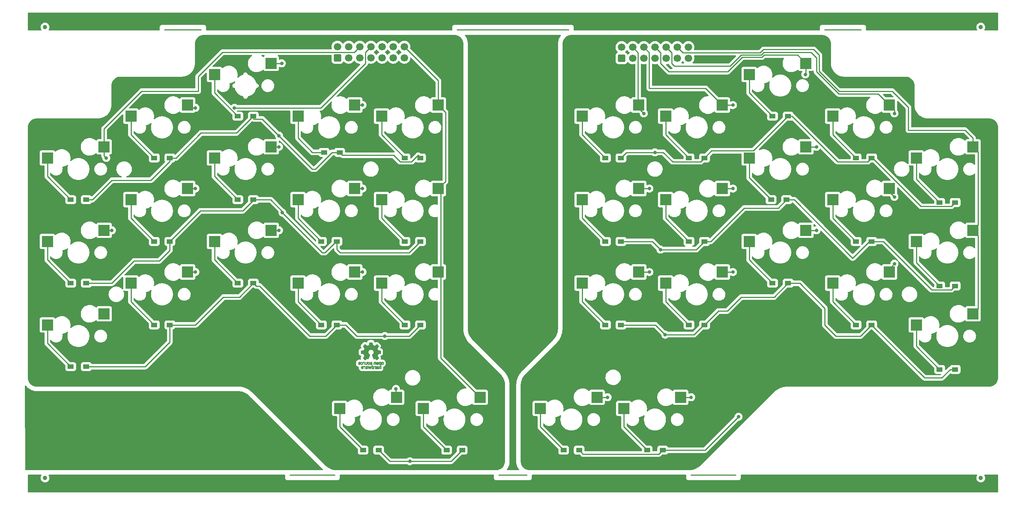
<source format=gbl>
%TF.GenerationSoftware,KiCad,Pcbnew,(6.0.7-1)-1*%
%TF.CreationDate,2022-08-07T10:51:52+08:00*%
%TF.ProjectId,Input,496e7075-742e-46b6-9963-61645f706362,2*%
%TF.SameCoordinates,PX7616b68PY48ab840*%
%TF.FileFunction,Copper,L2,Bot*%
%TF.FilePolarity,Positive*%
%FSLAX46Y46*%
G04 Gerber Fmt 4.6, Leading zero omitted, Abs format (unit mm)*
G04 Created by KiCad (PCBNEW (6.0.7-1)-1) date 2022-08-07 10:51:52*
%MOMM*%
%LPD*%
G01*
G04 APERTURE LIST*
G04 Aperture macros list*
%AMRoundRect*
0 Rectangle with rounded corners*
0 $1 Rounding radius*
0 $2 $3 $4 $5 $6 $7 $8 $9 X,Y pos of 4 corners*
0 Add a 4 corners polygon primitive as box body*
4,1,4,$2,$3,$4,$5,$6,$7,$8,$9,$2,$3,0*
0 Add four circle primitives for the rounded corners*
1,1,$1+$1,$2,$3*
1,1,$1+$1,$4,$5*
1,1,$1+$1,$6,$7*
1,1,$1+$1,$8,$9*
0 Add four rect primitives between the rounded corners*
20,1,$1+$1,$2,$3,$4,$5,0*
20,1,$1+$1,$4,$5,$6,$7,0*
20,1,$1+$1,$6,$7,$8,$9,0*
20,1,$1+$1,$8,$9,$2,$3,0*%
G04 Aperture macros list end*
%TA.AperFunction,EtchedComponent*%
%ADD10C,0.010000*%
%TD*%
%TA.AperFunction,SMDPad,CuDef*%
%ADD11R,2.550000X2.500000*%
%TD*%
%TA.AperFunction,ComponentPad*%
%ADD12RoundRect,0.250000X0.600000X-0.600000X0.600000X0.600000X-0.600000X0.600000X-0.600000X-0.600000X0*%
%TD*%
%TA.AperFunction,ComponentPad*%
%ADD13C,1.700000*%
%TD*%
%TA.AperFunction,SMDPad,CuDef*%
%ADD14R,1.400000X1.000000*%
%TD*%
%TA.AperFunction,SMDPad,CuDef*%
%ADD15C,1.000000*%
%TD*%
%TA.AperFunction,ViaPad*%
%ADD16C,0.800000*%
%TD*%
%TA.AperFunction,Conductor*%
%ADD17C,0.250000*%
%TD*%
G04 APERTURE END LIST*
%TO.C,LOGO1*%
G36*
X-725756Y-45454419D02*
G01*
X-758723Y-45503255D01*
X-808730Y-45538386D01*
X-813638Y-45540521D01*
X-868354Y-45555903D01*
X-930007Y-45561899D01*
X-988624Y-45558233D01*
X-1034233Y-45544629D01*
X-1052451Y-45535754D01*
X-1065821Y-45533637D01*
X-1068812Y-45544706D01*
X-1074476Y-45554942D01*
X-1096393Y-45561038D01*
X-1138932Y-45562822D01*
X-1209052Y-45562822D01*
X-1205320Y-45342773D01*
X-1068812Y-45342773D01*
X-1064076Y-45375666D01*
X-1043664Y-45411931D01*
X-1036129Y-45418597D01*
X-1005247Y-45432620D01*
X-958787Y-45436228D01*
X-930910Y-45434819D01*
X-878745Y-45424204D01*
X-846413Y-45404425D01*
X-835508Y-45376824D01*
X-847626Y-45342743D01*
X-854696Y-45333824D01*
X-886276Y-45313818D01*
X-936256Y-45302395D01*
X-1007513Y-45298763D01*
X-1068812Y-45298763D01*
X-1068812Y-45342773D01*
X-1205320Y-45342773D01*
X-1204947Y-45320768D01*
X-1203831Y-45264794D01*
X-1200894Y-45180996D01*
X-1195942Y-45116920D01*
X-1187998Y-45069073D01*
X-1176083Y-45033962D01*
X-1159220Y-45008093D01*
X-1136428Y-44987974D01*
X-1106731Y-44970110D01*
X-1091411Y-44963290D01*
X-1038411Y-44950417D01*
X-974487Y-44945095D01*
X-908398Y-44947227D01*
X-848901Y-44956714D01*
X-804753Y-44973461D01*
X-789396Y-44983185D01*
X-754040Y-45012005D01*
X-742074Y-45036137D01*
X-744980Y-45040800D01*
X-763091Y-45057088D01*
X-792328Y-45078817D01*
X-807275Y-45088987D01*
X-832730Y-45103397D01*
X-849272Y-45104773D01*
X-864630Y-45094827D01*
X-902906Y-45074684D01*
X-954410Y-45066400D01*
X-1007043Y-45072742D01*
X-1008039Y-45073030D01*
X-1045162Y-45089158D01*
X-1063537Y-45114405D01*
X-1068620Y-45156158D01*
X-1068812Y-45195879D01*
X-937577Y-45200168D01*
X-916669Y-45200873D01*
X-863957Y-45203326D01*
X-828619Y-45207180D01*
X-804733Y-45213878D01*
X-786376Y-45224864D01*
X-767624Y-45241580D01*
X-736663Y-45280244D01*
X-713971Y-45337456D01*
X-711746Y-45376824D01*
X-710587Y-45397333D01*
X-725756Y-45454419D01*
G37*
D10*
X-725756Y-45454419D02*
X-758723Y-45503255D01*
X-808730Y-45538386D01*
X-813638Y-45540521D01*
X-868354Y-45555903D01*
X-930007Y-45561899D01*
X-988624Y-45558233D01*
X-1034233Y-45544629D01*
X-1052451Y-45535754D01*
X-1065821Y-45533637D01*
X-1068812Y-45544706D01*
X-1074476Y-45554942D01*
X-1096393Y-45561038D01*
X-1138932Y-45562822D01*
X-1209052Y-45562822D01*
X-1205320Y-45342773D01*
X-1068812Y-45342773D01*
X-1064076Y-45375666D01*
X-1043664Y-45411931D01*
X-1036129Y-45418597D01*
X-1005247Y-45432620D01*
X-958787Y-45436228D01*
X-930910Y-45434819D01*
X-878745Y-45424204D01*
X-846413Y-45404425D01*
X-835508Y-45376824D01*
X-847626Y-45342743D01*
X-854696Y-45333824D01*
X-886276Y-45313818D01*
X-936256Y-45302395D01*
X-1007513Y-45298763D01*
X-1068812Y-45298763D01*
X-1068812Y-45342773D01*
X-1205320Y-45342773D01*
X-1204947Y-45320768D01*
X-1203831Y-45264794D01*
X-1200894Y-45180996D01*
X-1195942Y-45116920D01*
X-1187998Y-45069073D01*
X-1176083Y-45033962D01*
X-1159220Y-45008093D01*
X-1136428Y-44987974D01*
X-1106731Y-44970110D01*
X-1091411Y-44963290D01*
X-1038411Y-44950417D01*
X-974487Y-44945095D01*
X-908398Y-44947227D01*
X-848901Y-44956714D01*
X-804753Y-44973461D01*
X-789396Y-44983185D01*
X-754040Y-45012005D01*
X-742074Y-45036137D01*
X-744980Y-45040800D01*
X-763091Y-45057088D01*
X-792328Y-45078817D01*
X-807275Y-45088987D01*
X-832730Y-45103397D01*
X-849272Y-45104773D01*
X-864630Y-45094827D01*
X-902906Y-45074684D01*
X-954410Y-45066400D01*
X-1007043Y-45072742D01*
X-1008039Y-45073030D01*
X-1045162Y-45089158D01*
X-1063537Y-45114405D01*
X-1068620Y-45156158D01*
X-1068812Y-45195879D01*
X-937577Y-45200168D01*
X-916669Y-45200873D01*
X-863957Y-45203326D01*
X-828619Y-45207180D01*
X-804733Y-45213878D01*
X-786376Y-45224864D01*
X-767624Y-45241580D01*
X-736663Y-45280244D01*
X-713971Y-45337456D01*
X-711746Y-45376824D01*
X-710587Y-45397333D01*
X-725756Y-45454419D01*
G36*
X-1529735Y-44954965D02*
G01*
X-1491745Y-44972745D01*
X-1458614Y-44998806D01*
X-1458614Y-44972745D01*
X-1457789Y-44962849D01*
X-1450107Y-44952358D01*
X-1429333Y-44947725D01*
X-1389456Y-44946683D01*
X-1320297Y-44946683D01*
X-1320297Y-45562822D01*
X-1458614Y-45562822D01*
X-1458614Y-45362226D01*
X-1458631Y-45350710D01*
X-1459811Y-45269758D01*
X-1462706Y-45203817D01*
X-1467112Y-45156258D01*
X-1472819Y-45130452D01*
X-1478060Y-45120710D01*
X-1510324Y-45090156D01*
X-1554270Y-45076631D01*
X-1602257Y-45082941D01*
X-1614027Y-45087217D01*
X-1639102Y-45094776D01*
X-1656238Y-45092428D01*
X-1673482Y-45077064D01*
X-1698876Y-45045571D01*
X-1740064Y-44993568D01*
X-1711114Y-44970125D01*
X-1683595Y-44956015D01*
X-1635255Y-44946486D01*
X-1580770Y-44946174D01*
X-1529735Y-44954965D01*
G37*
X-1529735Y-44954965D02*
X-1491745Y-44972745D01*
X-1458614Y-44998806D01*
X-1458614Y-44972745D01*
X-1457789Y-44962849D01*
X-1450107Y-44952358D01*
X-1429333Y-44947725D01*
X-1389456Y-44946683D01*
X-1320297Y-44946683D01*
X-1320297Y-45562822D01*
X-1458614Y-45562822D01*
X-1458614Y-45362226D01*
X-1458631Y-45350710D01*
X-1459811Y-45269758D01*
X-1462706Y-45203817D01*
X-1467112Y-45156258D01*
X-1472819Y-45130452D01*
X-1478060Y-45120710D01*
X-1510324Y-45090156D01*
X-1554270Y-45076631D01*
X-1602257Y-45082941D01*
X-1614027Y-45087217D01*
X-1639102Y-45094776D01*
X-1656238Y-45092428D01*
X-1673482Y-45077064D01*
X-1698876Y-45045571D01*
X-1740064Y-44993568D01*
X-1711114Y-44970125D01*
X-1683595Y-44956015D01*
X-1635255Y-44946486D01*
X-1580770Y-44946174D01*
X-1529735Y-44954965D01*
G36*
X882605Y-44002424D02*
G01*
X939926Y-44020434D01*
X965199Y-44032674D01*
X977910Y-44033938D01*
X980792Y-44022798D01*
X980795Y-44022461D01*
X987006Y-44011087D01*
X1008428Y-44005256D01*
X1049950Y-44003614D01*
X1119109Y-44003614D01*
X1119109Y-44607179D01*
X980792Y-44607179D01*
X980792Y-44399132D01*
X980697Y-44328879D01*
X980051Y-44271170D01*
X978320Y-44230787D01*
X974974Y-44203615D01*
X969481Y-44185540D01*
X961310Y-44172447D01*
X949928Y-44160221D01*
X934424Y-44147217D01*
X889843Y-44129745D01*
X843047Y-44134873D01*
X800180Y-44162507D01*
X787927Y-44175368D01*
X779132Y-44188384D01*
X773233Y-44205706D01*
X769651Y-44231501D01*
X767809Y-44269939D01*
X767128Y-44325189D01*
X767030Y-44401418D01*
X767030Y-44607179D01*
X628713Y-44607179D01*
X628989Y-44383985D01*
X629008Y-44374044D01*
X630207Y-44279106D01*
X633891Y-44205358D01*
X641006Y-44149214D01*
X652500Y-44107087D01*
X669318Y-44075391D01*
X692409Y-44050541D01*
X722717Y-44028950D01*
X754012Y-44014002D01*
X817037Y-44000421D01*
X882605Y-44002424D01*
G37*
X882605Y-44002424D02*
X939926Y-44020434D01*
X965199Y-44032674D01*
X977910Y-44033938D01*
X980792Y-44022798D01*
X980795Y-44022461D01*
X987006Y-44011087D01*
X1008428Y-44005256D01*
X1049950Y-44003614D01*
X1119109Y-44003614D01*
X1119109Y-44607179D01*
X980792Y-44607179D01*
X980792Y-44399132D01*
X980697Y-44328879D01*
X980051Y-44271170D01*
X978320Y-44230787D01*
X974974Y-44203615D01*
X969481Y-44185540D01*
X961310Y-44172447D01*
X949928Y-44160221D01*
X934424Y-44147217D01*
X889843Y-44129745D01*
X843047Y-44134873D01*
X800180Y-44162507D01*
X787927Y-44175368D01*
X779132Y-44188384D01*
X773233Y-44205706D01*
X769651Y-44231501D01*
X767809Y-44269939D01*
X767128Y-44325189D01*
X767030Y-44401418D01*
X767030Y-44607179D01*
X628713Y-44607179D01*
X628989Y-44383985D01*
X629008Y-44374044D01*
X630207Y-44279106D01*
X633891Y-44205358D01*
X641006Y-44149214D01*
X652500Y-44107087D01*
X669318Y-44075391D01*
X692409Y-44050541D01*
X722717Y-44028950D01*
X754012Y-44014002D01*
X817037Y-44000421D01*
X882605Y-44002424D01*
G36*
X1711421Y-44317936D02*
G01*
X1710322Y-44356371D01*
X1697926Y-44440367D01*
X1670608Y-44506595D01*
X1626941Y-44557784D01*
X1565495Y-44596663D01*
X1505888Y-44614812D01*
X1431110Y-44618284D01*
X1355664Y-44604930D01*
X1288366Y-44575425D01*
X1263428Y-44559012D01*
X1235951Y-44537973D01*
X1223414Y-44524129D01*
X1224124Y-44518417D01*
X1238158Y-44498955D01*
X1264533Y-44475376D01*
X1310240Y-44440513D01*
X1363799Y-44467262D01*
X1378282Y-44473882D01*
X1420916Y-44488273D01*
X1456649Y-44494010D01*
X1482998Y-44489282D01*
X1524347Y-44466514D01*
X1559104Y-44431170D01*
X1578983Y-44390273D01*
X1587083Y-44355693D01*
X1207129Y-44355693D01*
X1207199Y-44289679D01*
X1207774Y-44268757D01*
X1211972Y-44223862D01*
X1345445Y-44223862D01*
X1345690Y-44226434D01*
X1352604Y-44234443D01*
X1372141Y-44239364D01*
X1408467Y-44241843D01*
X1465748Y-44242525D01*
X1484575Y-44242517D01*
X1533470Y-44242065D01*
X1562863Y-44240113D01*
X1577115Y-44235558D01*
X1580582Y-44227299D01*
X1577625Y-44214233D01*
X1577173Y-44212752D01*
X1551699Y-44167285D01*
X1511539Y-44135981D01*
X1463651Y-44124327D01*
X1445949Y-44125259D01*
X1413094Y-44136408D01*
X1381575Y-44164763D01*
X1373085Y-44174789D01*
X1353336Y-44203423D01*
X1345445Y-44223862D01*
X1211972Y-44223862D01*
X1212512Y-44218091D01*
X1220459Y-44176166D01*
X1229168Y-44152696D01*
X1259790Y-44101646D01*
X1300799Y-44055283D01*
X1344168Y-44023514D01*
X1356699Y-44017614D01*
X1429661Y-43998046D01*
X1504168Y-44000109D01*
X1574217Y-44022931D01*
X1633807Y-44065639D01*
X1666038Y-44105025D01*
X1692392Y-44160510D01*
X1706482Y-44227299D01*
X1707022Y-44229861D01*
X1711421Y-44317936D01*
G37*
X1711421Y-44317936D02*
X1710322Y-44356371D01*
X1697926Y-44440367D01*
X1670608Y-44506595D01*
X1626941Y-44557784D01*
X1565495Y-44596663D01*
X1505888Y-44614812D01*
X1431110Y-44618284D01*
X1355664Y-44604930D01*
X1288366Y-44575425D01*
X1263428Y-44559012D01*
X1235951Y-44537973D01*
X1223414Y-44524129D01*
X1224124Y-44518417D01*
X1238158Y-44498955D01*
X1264533Y-44475376D01*
X1310240Y-44440513D01*
X1363799Y-44467262D01*
X1378282Y-44473882D01*
X1420916Y-44488273D01*
X1456649Y-44494010D01*
X1482998Y-44489282D01*
X1524347Y-44466514D01*
X1559104Y-44431170D01*
X1578983Y-44390273D01*
X1587083Y-44355693D01*
X1207129Y-44355693D01*
X1207199Y-44289679D01*
X1207774Y-44268757D01*
X1211972Y-44223862D01*
X1345445Y-44223862D01*
X1345690Y-44226434D01*
X1352604Y-44234443D01*
X1372141Y-44239364D01*
X1408467Y-44241843D01*
X1465748Y-44242525D01*
X1484575Y-44242517D01*
X1533470Y-44242065D01*
X1562863Y-44240113D01*
X1577115Y-44235558D01*
X1580582Y-44227299D01*
X1577625Y-44214233D01*
X1577173Y-44212752D01*
X1551699Y-44167285D01*
X1511539Y-44135981D01*
X1463651Y-44124327D01*
X1445949Y-44125259D01*
X1413094Y-44136408D01*
X1381575Y-44164763D01*
X1373085Y-44174789D01*
X1353336Y-44203423D01*
X1345445Y-44223862D01*
X1211972Y-44223862D01*
X1212512Y-44218091D01*
X1220459Y-44176166D01*
X1229168Y-44152696D01*
X1259790Y-44101646D01*
X1300799Y-44055283D01*
X1344168Y-44023514D01*
X1356699Y-44017614D01*
X1429661Y-43998046D01*
X1504168Y-44000109D01*
X1574217Y-44022931D01*
X1633807Y-44065639D01*
X1666038Y-44105025D01*
X1692392Y-44160510D01*
X1706482Y-44227299D01*
X1707022Y-44229861D01*
X1711421Y-44317936D01*
G36*
X-2382175Y-44361121D02*
G01*
X-2382385Y-44363014D01*
X-2400465Y-44451325D01*
X-2433130Y-44519986D01*
X-2481399Y-44570506D01*
X-2546287Y-44604393D01*
X-2558199Y-44608268D01*
X-2632029Y-44619688D01*
X-2708386Y-44613320D01*
X-2779374Y-44590563D01*
X-2837096Y-44552819D01*
X-2880333Y-44512872D01*
X-2834375Y-44476532D01*
X-2788417Y-44440193D01*
X-2733031Y-44467101D01*
X-2668944Y-44488905D01*
X-2612368Y-44489558D01*
X-2566080Y-44469525D01*
X-2532770Y-44429315D01*
X-2520829Y-44405222D01*
X-2514163Y-44384630D01*
X-2518020Y-44370720D01*
X-2535325Y-44362181D01*
X-2569003Y-44357704D01*
X-2621979Y-44355978D01*
X-2697178Y-44355693D01*
X-2879505Y-44355693D01*
X-2879505Y-44268492D01*
X-2878143Y-44230210D01*
X-2749766Y-44230210D01*
X-2743601Y-44237251D01*
X-2725346Y-44240916D01*
X-2690648Y-44242306D01*
X-2635154Y-44242525D01*
X-2605397Y-44242176D01*
X-2558438Y-44239867D01*
X-2526584Y-44235822D01*
X-2514852Y-44230542D01*
X-2517854Y-44211062D01*
X-2539012Y-44173786D01*
X-2574269Y-44143164D01*
X-2616301Y-44124668D01*
X-2657780Y-44123773D01*
X-2689003Y-44138604D01*
X-2724382Y-44172355D01*
X-2746878Y-44214233D01*
X-2748195Y-44218690D01*
X-2749766Y-44230210D01*
X-2878143Y-44230210D01*
X-2877864Y-44222371D01*
X-2873045Y-44176740D01*
X-2866160Y-44145893D01*
X-2861141Y-44134117D01*
X-2824610Y-44081667D01*
X-2771825Y-44037921D01*
X-2710096Y-44009279D01*
X-2677898Y-44001457D01*
X-2601180Y-43997896D01*
X-2532821Y-44016009D01*
X-2474701Y-44053779D01*
X-2428698Y-44109191D01*
X-2396690Y-44180229D01*
X-2387100Y-44230542D01*
X-2380556Y-44264878D01*
X-2382175Y-44361121D01*
G37*
X-2382175Y-44361121D02*
X-2382385Y-44363014D01*
X-2400465Y-44451325D01*
X-2433130Y-44519986D01*
X-2481399Y-44570506D01*
X-2546287Y-44604393D01*
X-2558199Y-44608268D01*
X-2632029Y-44619688D01*
X-2708386Y-44613320D01*
X-2779374Y-44590563D01*
X-2837096Y-44552819D01*
X-2880333Y-44512872D01*
X-2834375Y-44476532D01*
X-2788417Y-44440193D01*
X-2733031Y-44467101D01*
X-2668944Y-44488905D01*
X-2612368Y-44489558D01*
X-2566080Y-44469525D01*
X-2532770Y-44429315D01*
X-2520829Y-44405222D01*
X-2514163Y-44384630D01*
X-2518020Y-44370720D01*
X-2535325Y-44362181D01*
X-2569003Y-44357704D01*
X-2621979Y-44355978D01*
X-2697178Y-44355693D01*
X-2879505Y-44355693D01*
X-2879505Y-44268492D01*
X-2878143Y-44230210D01*
X-2749766Y-44230210D01*
X-2743601Y-44237251D01*
X-2725346Y-44240916D01*
X-2690648Y-44242306D01*
X-2635154Y-44242525D01*
X-2605397Y-44242176D01*
X-2558438Y-44239867D01*
X-2526584Y-44235822D01*
X-2514852Y-44230542D01*
X-2517854Y-44211062D01*
X-2539012Y-44173786D01*
X-2574269Y-44143164D01*
X-2616301Y-44124668D01*
X-2657780Y-44123773D01*
X-2689003Y-44138604D01*
X-2724382Y-44172355D01*
X-2746878Y-44214233D01*
X-2748195Y-44218690D01*
X-2749766Y-44230210D01*
X-2878143Y-44230210D01*
X-2877864Y-44222371D01*
X-2873045Y-44176740D01*
X-2866160Y-44145893D01*
X-2861141Y-44134117D01*
X-2824610Y-44081667D01*
X-2771825Y-44037921D01*
X-2710096Y-44009279D01*
X-2677898Y-44001457D01*
X-2601180Y-43997896D01*
X-2532821Y-44016009D01*
X-2474701Y-44053779D01*
X-2428698Y-44109191D01*
X-2396690Y-44180229D01*
X-2387100Y-44230542D01*
X-2380556Y-44264878D01*
X-2382175Y-44361121D01*
G36*
X98874Y-44003207D02*
G01*
X171495Y-44021408D01*
X224546Y-44055144D01*
X258329Y-44104642D01*
X273147Y-44170126D01*
X270147Y-44232820D01*
X248493Y-44285699D01*
X206967Y-44324796D01*
X144736Y-44350873D01*
X60969Y-44364695D01*
X6540Y-44371940D01*
X-43140Y-44387615D01*
X-68789Y-44410314D01*
X-70338Y-44439998D01*
X-60016Y-44458507D01*
X-28049Y-44480443D01*
X17395Y-44490818D01*
X70649Y-44489399D01*
X126048Y-44475952D01*
X177928Y-44450243D01*
X229653Y-44416013D01*
X275148Y-44462049D01*
X320643Y-44508084D01*
X282921Y-44538876D01*
X268253Y-44549574D01*
X226983Y-44573880D01*
X182327Y-44594825D01*
X146984Y-44606845D01*
X95234Y-44615552D01*
X31435Y-44615667D01*
X-46800Y-44606081D01*
X-117278Y-44581783D01*
X-167164Y-44543188D01*
X-196577Y-44490198D01*
X-205635Y-44422718D01*
X-199079Y-44363354D01*
X-178030Y-44314752D01*
X-140136Y-44279946D01*
X-82996Y-44256798D01*
X-4215Y-44243170D01*
X4834Y-44242183D01*
X53885Y-44235892D01*
X93675Y-44229309D01*
X116312Y-44223708D01*
X123866Y-44219197D01*
X136637Y-44195941D01*
X134563Y-44166171D01*
X117495Y-44140327D01*
X108533Y-44134691D01*
X71188Y-44125660D01*
X22950Y-44126267D01*
X-27350Y-44135878D01*
X-70885Y-44153858D01*
X-116628Y-44180847D01*
X-152110Y-44139384D01*
X-160720Y-44128850D01*
X-180117Y-44100632D01*
X-188103Y-44081508D01*
X-179717Y-44069781D01*
X-153774Y-44051476D01*
X-116312Y-44031777D01*
X-111034Y-44029370D01*
X-61634Y-44010482D01*
X-14017Y-44001452D01*
X45072Y-43999639D01*
X98874Y-44003207D01*
G37*
X98874Y-44003207D02*
X171495Y-44021408D01*
X224546Y-44055144D01*
X258329Y-44104642D01*
X273147Y-44170126D01*
X270147Y-44232820D01*
X248493Y-44285699D01*
X206967Y-44324796D01*
X144736Y-44350873D01*
X60969Y-44364695D01*
X6540Y-44371940D01*
X-43140Y-44387615D01*
X-68789Y-44410314D01*
X-70338Y-44439998D01*
X-60016Y-44458507D01*
X-28049Y-44480443D01*
X17395Y-44490818D01*
X70649Y-44489399D01*
X126048Y-44475952D01*
X177928Y-44450243D01*
X229653Y-44416013D01*
X275148Y-44462049D01*
X320643Y-44508084D01*
X282921Y-44538876D01*
X268253Y-44549574D01*
X226983Y-44573880D01*
X182327Y-44594825D01*
X146984Y-44606845D01*
X95234Y-44615552D01*
X31435Y-44615667D01*
X-46800Y-44606081D01*
X-117278Y-44581783D01*
X-167164Y-44543188D01*
X-196577Y-44490198D01*
X-205635Y-44422718D01*
X-199079Y-44363354D01*
X-178030Y-44314752D01*
X-140136Y-44279946D01*
X-82996Y-44256798D01*
X-4215Y-44243170D01*
X4834Y-44242183D01*
X53885Y-44235892D01*
X93675Y-44229309D01*
X116312Y-44223708D01*
X123866Y-44219197D01*
X136637Y-44195941D01*
X134563Y-44166171D01*
X117495Y-44140327D01*
X108533Y-44134691D01*
X71188Y-44125660D01*
X22950Y-44126267D01*
X-27350Y-44135878D01*
X-70885Y-44153858D01*
X-116628Y-44180847D01*
X-152110Y-44139384D01*
X-160720Y-44128850D01*
X-180117Y-44100632D01*
X-188103Y-44081508D01*
X-179717Y-44069781D01*
X-153774Y-44051476D01*
X-116312Y-44031777D01*
X-111034Y-44029370D01*
X-61634Y-44010482D01*
X-14017Y-44001452D01*
X45072Y-43999639D01*
X98874Y-44003207D01*
G36*
X-1737282Y-45301692D02*
G01*
X-1752173Y-45391459D01*
X-1782815Y-45462045D01*
X-1829476Y-45513952D01*
X-1892426Y-45547686D01*
X-1912765Y-45553647D01*
X-1985388Y-45561971D01*
X-2062072Y-45554946D01*
X-2131337Y-45533265D01*
X-2155738Y-45520959D01*
X-2190725Y-45499879D01*
X-2211928Y-45482534D01*
X-2215058Y-45478571D01*
X-2220915Y-45464077D01*
X-2212476Y-45448321D01*
X-2186779Y-45424460D01*
X-2174378Y-45414072D01*
X-2149948Y-45395063D01*
X-2137139Y-45387293D01*
X-2133470Y-45388094D01*
X-2112439Y-45396745D01*
X-2081040Y-45411931D01*
X-2070803Y-45416926D01*
X-2010410Y-45435475D01*
X-1957943Y-45430694D01*
X-1911935Y-45402500D01*
X-1906581Y-45397291D01*
X-1880987Y-45364659D01*
X-1866363Y-45333342D01*
X-1858264Y-45298763D01*
X-2238218Y-45298763D01*
X-2238148Y-45232748D01*
X-2238108Y-45226182D01*
X-2232978Y-45173218D01*
X-2099901Y-45173218D01*
X-2098330Y-45184203D01*
X-2090262Y-45191773D01*
X-2071033Y-45195975D01*
X-2035981Y-45197783D01*
X-1980446Y-45198169D01*
X-1949571Y-45197768D01*
X-1903998Y-45195429D01*
X-1872652Y-45191465D01*
X-1860990Y-45186413D01*
X-1870936Y-45144827D01*
X-1900053Y-45106013D01*
X-1942048Y-45079086D01*
X-1990560Y-45069772D01*
X-2026277Y-45080272D01*
X-2061980Y-45105940D01*
X-2089121Y-45139381D01*
X-2099901Y-45173218D01*
X-2232978Y-45173218D01*
X-2230242Y-45144965D01*
X-2207345Y-45078895D01*
X-2167393Y-45021940D01*
X-2143021Y-44997848D01*
X-2092685Y-44965597D01*
X-2032581Y-44949970D01*
X-1956662Y-44948871D01*
X-1919990Y-44953179D01*
X-1852297Y-44975549D01*
X-1800470Y-45016263D01*
X-1764055Y-45075949D01*
X-1742599Y-45155236D01*
X-1740421Y-45186413D01*
X-1735647Y-45254753D01*
X-1737282Y-45301692D01*
G37*
X-1737282Y-45301692D02*
X-1752173Y-45391459D01*
X-1782815Y-45462045D01*
X-1829476Y-45513952D01*
X-1892426Y-45547686D01*
X-1912765Y-45553647D01*
X-1985388Y-45561971D01*
X-2062072Y-45554946D01*
X-2131337Y-45533265D01*
X-2155738Y-45520959D01*
X-2190725Y-45499879D01*
X-2211928Y-45482534D01*
X-2215058Y-45478571D01*
X-2220915Y-45464077D01*
X-2212476Y-45448321D01*
X-2186779Y-45424460D01*
X-2174378Y-45414072D01*
X-2149948Y-45395063D01*
X-2137139Y-45387293D01*
X-2133470Y-45388094D01*
X-2112439Y-45396745D01*
X-2081040Y-45411931D01*
X-2070803Y-45416926D01*
X-2010410Y-45435475D01*
X-1957943Y-45430694D01*
X-1911935Y-45402500D01*
X-1906581Y-45397291D01*
X-1880987Y-45364659D01*
X-1866363Y-45333342D01*
X-1858264Y-45298763D01*
X-2238218Y-45298763D01*
X-2238148Y-45232748D01*
X-2238108Y-45226182D01*
X-2232978Y-45173218D01*
X-2099901Y-45173218D01*
X-2098330Y-45184203D01*
X-2090262Y-45191773D01*
X-2071033Y-45195975D01*
X-2035981Y-45197783D01*
X-1980446Y-45198169D01*
X-1949571Y-45197768D01*
X-1903998Y-45195429D01*
X-1872652Y-45191465D01*
X-1860990Y-45186413D01*
X-1870936Y-45144827D01*
X-1900053Y-45106013D01*
X-1942048Y-45079086D01*
X-1990560Y-45069772D01*
X-2026277Y-45080272D01*
X-2061980Y-45105940D01*
X-2089121Y-45139381D01*
X-2099901Y-45173218D01*
X-2232978Y-45173218D01*
X-2230242Y-45144965D01*
X-2207345Y-45078895D01*
X-2167393Y-45021940D01*
X-2143021Y-44997848D01*
X-2092685Y-44965597D01*
X-2032581Y-44949970D01*
X-1956662Y-44948871D01*
X-1919990Y-44953179D01*
X-1852297Y-44975549D01*
X-1800470Y-45016263D01*
X-1764055Y-45075949D01*
X-1742599Y-45155236D01*
X-1740421Y-45186413D01*
X-1735647Y-45254753D01*
X-1737282Y-45301692D01*
G36*
X2863373Y-44379310D02*
G01*
X2859688Y-44427332D01*
X2853410Y-44461368D01*
X2843044Y-44488338D01*
X2827092Y-44515158D01*
X2826412Y-44516175D01*
X2787132Y-44559629D01*
X2739072Y-44592772D01*
X2683185Y-44612439D01*
X2609666Y-44618824D01*
X2537609Y-44606268D01*
X2473201Y-44576011D01*
X2422627Y-44529294D01*
X2408108Y-44507221D01*
X2380993Y-44438602D01*
X2367546Y-44353939D01*
X2367776Y-44332523D01*
X2502920Y-44332523D01*
X2503174Y-44372574D01*
X2507421Y-44399313D01*
X2517096Y-44419859D01*
X2533638Y-44441331D01*
X2556593Y-44462639D01*
X2602505Y-44481653D01*
X2651802Y-44478122D01*
X2698917Y-44451694D01*
X2712207Y-44439072D01*
X2726397Y-44417465D01*
X2734266Y-44387094D01*
X2738726Y-44339770D01*
X2739955Y-44304219D01*
X2733224Y-44231620D01*
X2712567Y-44179642D01*
X2677894Y-44147999D01*
X2637249Y-44132847D01*
X2588777Y-44134123D01*
X2543845Y-44159703D01*
X2533103Y-44169442D01*
X2519548Y-44186480D01*
X2511505Y-44208772D01*
X2507043Y-44242947D01*
X2504228Y-44295638D01*
X2502920Y-44332523D01*
X2367776Y-44332523D01*
X2368583Y-44257351D01*
X2369907Y-44243651D01*
X2388374Y-44155908D01*
X2422540Y-44087793D01*
X2472479Y-44039231D01*
X2538261Y-44010148D01*
X2619961Y-44000471D01*
X2650828Y-44001379D01*
X2714128Y-44012493D01*
X2765889Y-44039021D01*
X2814147Y-44084436D01*
X2821865Y-44093551D01*
X2842681Y-44124248D01*
X2856362Y-44159007D01*
X2863948Y-44203056D01*
X2866479Y-44261621D01*
X2865672Y-44304219D01*
X2864997Y-44339931D01*
X2863373Y-44379310D01*
G37*
X2863373Y-44379310D02*
X2859688Y-44427332D01*
X2853410Y-44461368D01*
X2843044Y-44488338D01*
X2827092Y-44515158D01*
X2826412Y-44516175D01*
X2787132Y-44559629D01*
X2739072Y-44592772D01*
X2683185Y-44612439D01*
X2609666Y-44618824D01*
X2537609Y-44606268D01*
X2473201Y-44576011D01*
X2422627Y-44529294D01*
X2408108Y-44507221D01*
X2380993Y-44438602D01*
X2367546Y-44353939D01*
X2367776Y-44332523D01*
X2502920Y-44332523D01*
X2503174Y-44372574D01*
X2507421Y-44399313D01*
X2517096Y-44419859D01*
X2533638Y-44441331D01*
X2556593Y-44462639D01*
X2602505Y-44481653D01*
X2651802Y-44478122D01*
X2698917Y-44451694D01*
X2712207Y-44439072D01*
X2726397Y-44417465D01*
X2734266Y-44387094D01*
X2738726Y-44339770D01*
X2739955Y-44304219D01*
X2733224Y-44231620D01*
X2712567Y-44179642D01*
X2677894Y-44147999D01*
X2637249Y-44132847D01*
X2588777Y-44134123D01*
X2543845Y-44159703D01*
X2533103Y-44169442D01*
X2519548Y-44186480D01*
X2511505Y-44208772D01*
X2507043Y-44242947D01*
X2504228Y-44295638D01*
X2502920Y-44332523D01*
X2367776Y-44332523D01*
X2368583Y-44257351D01*
X2369907Y-44243651D01*
X2388374Y-44155908D01*
X2422540Y-44087793D01*
X2472479Y-44039231D01*
X2538261Y-44010148D01*
X2619961Y-44000471D01*
X2650828Y-44001379D01*
X2714128Y-44012493D01*
X2765889Y-44039021D01*
X2814147Y-44084436D01*
X2821865Y-44093551D01*
X2842681Y-44124248D01*
X2856362Y-44159007D01*
X2863948Y-44203056D01*
X2866479Y-44261621D01*
X2865672Y-44304219D01*
X2864997Y-44339931D01*
X2863373Y-44379310D01*
G36*
X-1219703Y-44199342D02*
G01*
X-1218643Y-44287394D01*
X-1214491Y-44358510D01*
X-1206079Y-44410199D01*
X-1192243Y-44445360D01*
X-1171818Y-44466889D01*
X-1143636Y-44477682D01*
X-1106535Y-44480636D01*
X-1071110Y-44478000D01*
X-1042500Y-44467679D01*
X-1021704Y-44446772D01*
X-1007558Y-44412381D01*
X-998897Y-44361610D01*
X-994555Y-44291563D01*
X-993367Y-44199342D01*
X-993367Y-44003614D01*
X-867624Y-44003614D01*
X-867624Y-44239578D01*
X-867840Y-44302561D01*
X-869516Y-44384007D01*
X-873723Y-44446121D01*
X-881479Y-44492458D01*
X-893804Y-44526573D01*
X-911715Y-44552022D01*
X-936233Y-44572362D01*
X-968377Y-44591147D01*
X-1035875Y-44614928D01*
X-1106319Y-44616480D01*
X-1172736Y-44594580D01*
X-1201714Y-44580383D01*
X-1216091Y-44578261D01*
X-1219703Y-44588293D01*
X-1225701Y-44599556D01*
X-1247170Y-44605489D01*
X-1288862Y-44607179D01*
X-1358020Y-44607179D01*
X-1358020Y-44003614D01*
X-1219703Y-44003614D01*
X-1219703Y-44199342D01*
G37*
X-1219703Y-44199342D02*
X-1218643Y-44287394D01*
X-1214491Y-44358510D01*
X-1206079Y-44410199D01*
X-1192243Y-44445360D01*
X-1171818Y-44466889D01*
X-1143636Y-44477682D01*
X-1106535Y-44480636D01*
X-1071110Y-44478000D01*
X-1042500Y-44467679D01*
X-1021704Y-44446772D01*
X-1007558Y-44412381D01*
X-998897Y-44361610D01*
X-994555Y-44291563D01*
X-993367Y-44199342D01*
X-993367Y-44003614D01*
X-867624Y-44003614D01*
X-867624Y-44239578D01*
X-867840Y-44302561D01*
X-869516Y-44384007D01*
X-873723Y-44446121D01*
X-881479Y-44492458D01*
X-893804Y-44526573D01*
X-911715Y-44552022D01*
X-936233Y-44572362D01*
X-968377Y-44591147D01*
X-1035875Y-44614928D01*
X-1106319Y-44616480D01*
X-1172736Y-44594580D01*
X-1201714Y-44580383D01*
X-1216091Y-44578261D01*
X-1219703Y-44588293D01*
X-1225701Y-44599556D01*
X-1247170Y-44605489D01*
X-1288862Y-44607179D01*
X-1358020Y-44607179D01*
X-1358020Y-44003614D01*
X-1219703Y-44003614D01*
X-1219703Y-44199342D01*
G36*
X-167003Y-45144130D02*
G01*
X-150003Y-45194850D01*
X-129893Y-45250997D01*
X-113101Y-45293532D01*
X-101014Y-45318990D01*
X-95020Y-45323903D01*
X-93574Y-45319630D01*
X-85746Y-45293422D01*
X-73277Y-45249649D01*
X-57553Y-45193211D01*
X-39957Y-45129010D01*
X7914Y-44952971D01*
X81007Y-44949152D01*
X87177Y-44948846D01*
X126592Y-44948441D01*
X145533Y-44952487D01*
X147945Y-44961726D01*
X144898Y-44970749D01*
X134874Y-45001632D01*
X119180Y-45050544D01*
X98934Y-45113987D01*
X75256Y-45188462D01*
X49263Y-45270471D01*
X-43264Y-45562822D01*
X-159007Y-45562822D01*
X-213543Y-45377352D01*
X-223614Y-45343294D01*
X-242225Y-45281378D01*
X-258128Y-45229787D01*
X-269891Y-45193130D01*
X-276082Y-45176018D01*
X-277846Y-45174741D01*
X-286429Y-45185779D01*
X-298684Y-45214969D01*
X-312574Y-45257750D01*
X-313308Y-45260263D01*
X-331904Y-45323400D01*
X-353182Y-45394889D01*
X-372679Y-45459734D01*
X-404295Y-45564122D01*
X-462598Y-45560328D01*
X-520902Y-45556535D01*
X-574902Y-45386782D01*
X-598610Y-45312193D01*
X-625167Y-45228539D01*
X-650596Y-45148342D01*
X-671646Y-45081857D01*
X-714391Y-44946683D01*
X-571388Y-44946683D01*
X-536726Y-45075570D01*
X-527512Y-45109625D01*
X-510085Y-45173115D01*
X-493946Y-45230874D01*
X-481678Y-45273614D01*
X-461291Y-45342773D01*
X-331255Y-44952971D01*
X-281524Y-44949237D01*
X-231794Y-44945504D01*
X-167003Y-45144130D01*
G37*
X-167003Y-45144130D02*
X-150003Y-45194850D01*
X-129893Y-45250997D01*
X-113101Y-45293532D01*
X-101014Y-45318990D01*
X-95020Y-45323903D01*
X-93574Y-45319630D01*
X-85746Y-45293422D01*
X-73277Y-45249649D01*
X-57553Y-45193211D01*
X-39957Y-45129010D01*
X7914Y-44952971D01*
X81007Y-44949152D01*
X87177Y-44948846D01*
X126592Y-44948441D01*
X145533Y-44952487D01*
X147945Y-44961726D01*
X144898Y-44970749D01*
X134874Y-45001632D01*
X119180Y-45050544D01*
X98934Y-45113987D01*
X75256Y-45188462D01*
X49263Y-45270471D01*
X-43264Y-45562822D01*
X-159007Y-45562822D01*
X-213543Y-45377352D01*
X-223614Y-45343294D01*
X-242225Y-45281378D01*
X-258128Y-45229787D01*
X-269891Y-45193130D01*
X-276082Y-45176018D01*
X-277846Y-45174741D01*
X-286429Y-45185779D01*
X-298684Y-45214969D01*
X-312574Y-45257750D01*
X-313308Y-45260263D01*
X-331904Y-45323400D01*
X-353182Y-45394889D01*
X-372679Y-45459734D01*
X-404295Y-45564122D01*
X-462598Y-45560328D01*
X-520902Y-45556535D01*
X-574902Y-45386782D01*
X-598610Y-45312193D01*
X-625167Y-45228539D01*
X-650596Y-45148342D01*
X-671646Y-45081857D01*
X-714391Y-44946683D01*
X-571388Y-44946683D01*
X-536726Y-45075570D01*
X-527512Y-45109625D01*
X-510085Y-45173115D01*
X-493946Y-45230874D01*
X-481678Y-45273614D01*
X-461291Y-45342773D01*
X-331255Y-44952971D01*
X-281524Y-44949237D01*
X-231794Y-44945504D01*
X-167003Y-45144130D01*
G36*
X-270651Y-44388565D02*
G01*
X-286156Y-44464538D01*
X-313890Y-44522511D01*
X-356102Y-44566300D01*
X-415040Y-44599722D01*
X-437924Y-44607676D01*
X-497188Y-44617601D01*
X-559553Y-44617331D01*
X-612177Y-44606430D01*
X-613211Y-44606034D01*
X-655619Y-44581087D01*
X-698463Y-44542468D01*
X-734014Y-44498306D01*
X-754541Y-44456727D01*
X-760626Y-44426334D01*
X-765836Y-44369429D01*
X-766709Y-44318705D01*
X-640024Y-44318705D01*
X-632451Y-44379545D01*
X-614659Y-44429538D01*
X-587704Y-44462204D01*
X-577487Y-44467812D01*
X-538527Y-44478007D01*
X-493464Y-44480104D01*
X-455552Y-44473020D01*
X-440756Y-44462861D01*
X-419986Y-44427334D01*
X-406917Y-44371732D01*
X-402376Y-44298766D01*
X-402449Y-44277762D01*
X-404026Y-44235203D01*
X-409272Y-44207439D01*
X-420277Y-44186925D01*
X-439132Y-44166112D01*
X-475011Y-44140887D01*
X-521720Y-44130573D01*
X-566849Y-44140396D01*
X-604320Y-44168805D01*
X-628057Y-44214253D01*
X-636325Y-44253497D01*
X-640024Y-44318705D01*
X-766709Y-44318705D01*
X-766951Y-44304621D01*
X-764156Y-44240116D01*
X-757634Y-44184121D01*
X-747568Y-44144842D01*
X-724123Y-44100372D01*
X-674363Y-44045692D01*
X-610762Y-44011055D01*
X-535210Y-43997345D01*
X-449601Y-44005448D01*
X-435356Y-44008899D01*
X-369018Y-44038664D01*
X-319029Y-44087530D01*
X-285388Y-44155501D01*
X-268094Y-44242580D01*
X-267590Y-44298766D01*
X-267143Y-44348771D01*
X-270651Y-44388565D01*
G37*
X-270651Y-44388565D02*
X-286156Y-44464538D01*
X-313890Y-44522511D01*
X-356102Y-44566300D01*
X-415040Y-44599722D01*
X-437924Y-44607676D01*
X-497188Y-44617601D01*
X-559553Y-44617331D01*
X-612177Y-44606430D01*
X-613211Y-44606034D01*
X-655619Y-44581087D01*
X-698463Y-44542468D01*
X-734014Y-44498306D01*
X-754541Y-44456727D01*
X-760626Y-44426334D01*
X-765836Y-44369429D01*
X-766709Y-44318705D01*
X-640024Y-44318705D01*
X-632451Y-44379545D01*
X-614659Y-44429538D01*
X-587704Y-44462204D01*
X-577487Y-44467812D01*
X-538527Y-44478007D01*
X-493464Y-44480104D01*
X-455552Y-44473020D01*
X-440756Y-44462861D01*
X-419986Y-44427334D01*
X-406917Y-44371732D01*
X-402376Y-44298766D01*
X-402449Y-44277762D01*
X-404026Y-44235203D01*
X-409272Y-44207439D01*
X-420277Y-44186925D01*
X-439132Y-44166112D01*
X-475011Y-44140887D01*
X-521720Y-44130573D01*
X-566849Y-44140396D01*
X-604320Y-44168805D01*
X-628057Y-44214253D01*
X-636325Y-44253497D01*
X-640024Y-44318705D01*
X-766709Y-44318705D01*
X-766951Y-44304621D01*
X-764156Y-44240116D01*
X-757634Y-44184121D01*
X-747568Y-44144842D01*
X-724123Y-44100372D01*
X-674363Y-44045692D01*
X-610762Y-44011055D01*
X-535210Y-43997345D01*
X-449601Y-44005448D01*
X-435356Y-44008899D01*
X-369018Y-44038664D01*
X-319029Y-44087530D01*
X-285388Y-44155501D01*
X-268094Y-44242580D01*
X-267590Y-44298766D01*
X-267143Y-44348771D01*
X-270651Y-44388565D01*
G36*
X1707157Y-45396882D02*
G01*
X1691835Y-45461479D01*
X1657753Y-45510063D01*
X1603218Y-45545072D01*
X1575036Y-45553589D01*
X1526764Y-45560228D01*
X1473978Y-45561813D01*
X1426353Y-45558160D01*
X1393566Y-45549083D01*
X1373652Y-45541813D01*
X1354155Y-45549083D01*
X1347023Y-45553295D01*
X1318557Y-45560126D01*
X1280059Y-45562822D01*
X1219703Y-45562822D01*
X1219703Y-45347111D01*
X1358020Y-45347111D01*
X1362668Y-45383904D01*
X1381015Y-45416269D01*
X1391514Y-45423274D01*
X1428988Y-45434191D01*
X1475773Y-45436917D01*
X1521652Y-45431379D01*
X1556410Y-45417505D01*
X1573726Y-45399161D01*
X1584356Y-45366566D01*
X1574929Y-45340729D01*
X1543764Y-45318263D01*
X1493667Y-45303850D01*
X1427582Y-45298763D01*
X1358020Y-45298763D01*
X1358020Y-45347111D01*
X1219703Y-45347111D01*
X1219703Y-45319484D01*
X1219707Y-45298440D01*
X1219937Y-45219122D01*
X1220797Y-45160154D01*
X1222679Y-45117616D01*
X1225974Y-45087592D01*
X1231073Y-45066163D01*
X1238366Y-45049411D01*
X1248246Y-45033419D01*
X1280023Y-44995948D01*
X1325055Y-44967339D01*
X1384210Y-44951555D01*
X1462161Y-44946703D01*
X1464695Y-44946708D01*
X1518880Y-44949155D01*
X1567380Y-44955256D01*
X1600478Y-44963809D01*
X1609552Y-44968096D01*
X1638433Y-44986248D01*
X1664568Y-45007822D01*
X1681764Y-45027236D01*
X1683825Y-45038909D01*
X1679803Y-45042063D01*
X1635976Y-45075739D01*
X1606671Y-45095600D01*
X1587294Y-45103613D01*
X1573253Y-45101746D01*
X1559957Y-45091965D01*
X1535418Y-45079756D01*
X1494064Y-45071615D01*
X1447326Y-45069503D01*
X1405034Y-45073800D01*
X1377017Y-45084887D01*
X1375543Y-45086236D01*
X1362953Y-45111581D01*
X1358020Y-45149411D01*
X1358020Y-45198169D01*
X1474331Y-45198216D01*
X1527760Y-45199061D01*
X1572735Y-45202740D01*
X1604907Y-45210309D01*
X1630899Y-45222808D01*
X1636948Y-45226647D01*
X1680710Y-45268845D01*
X1703987Y-45324647D01*
X1705955Y-45366566D01*
X1707299Y-45395223D01*
X1707157Y-45396882D01*
G37*
X1707157Y-45396882D02*
X1691835Y-45461479D01*
X1657753Y-45510063D01*
X1603218Y-45545072D01*
X1575036Y-45553589D01*
X1526764Y-45560228D01*
X1473978Y-45561813D01*
X1426353Y-45558160D01*
X1393566Y-45549083D01*
X1373652Y-45541813D01*
X1354155Y-45549083D01*
X1347023Y-45553295D01*
X1318557Y-45560126D01*
X1280059Y-45562822D01*
X1219703Y-45562822D01*
X1219703Y-45347111D01*
X1358020Y-45347111D01*
X1362668Y-45383904D01*
X1381015Y-45416269D01*
X1391514Y-45423274D01*
X1428988Y-45434191D01*
X1475773Y-45436917D01*
X1521652Y-45431379D01*
X1556410Y-45417505D01*
X1573726Y-45399161D01*
X1584356Y-45366566D01*
X1574929Y-45340729D01*
X1543764Y-45318263D01*
X1493667Y-45303850D01*
X1427582Y-45298763D01*
X1358020Y-45298763D01*
X1358020Y-45347111D01*
X1219703Y-45347111D01*
X1219703Y-45319484D01*
X1219707Y-45298440D01*
X1219937Y-45219122D01*
X1220797Y-45160154D01*
X1222679Y-45117616D01*
X1225974Y-45087592D01*
X1231073Y-45066163D01*
X1238366Y-45049411D01*
X1248246Y-45033419D01*
X1280023Y-44995948D01*
X1325055Y-44967339D01*
X1384210Y-44951555D01*
X1462161Y-44946703D01*
X1464695Y-44946708D01*
X1518880Y-44949155D01*
X1567380Y-44955256D01*
X1600478Y-44963809D01*
X1609552Y-44968096D01*
X1638433Y-44986248D01*
X1664568Y-45007822D01*
X1681764Y-45027236D01*
X1683825Y-45038909D01*
X1679803Y-45042063D01*
X1635976Y-45075739D01*
X1606671Y-45095600D01*
X1587294Y-45103613D01*
X1573253Y-45101746D01*
X1559957Y-45091965D01*
X1535418Y-45079756D01*
X1494064Y-45071615D01*
X1447326Y-45069503D01*
X1405034Y-45073800D01*
X1377017Y-45084887D01*
X1375543Y-45086236D01*
X1362953Y-45111581D01*
X1358020Y-45149411D01*
X1358020Y-45198169D01*
X1474331Y-45198216D01*
X1527760Y-45199061D01*
X1572735Y-45202740D01*
X1604907Y-45210309D01*
X1630899Y-45222808D01*
X1636948Y-45226647D01*
X1680710Y-45268845D01*
X1703987Y-45324647D01*
X1705955Y-45366566D01*
X1707299Y-45395223D01*
X1707157Y-45396882D01*
G36*
X1093960Y-45562822D02*
G01*
X968218Y-45562822D01*
X968218Y-45368740D01*
X968078Y-45323594D01*
X966649Y-45248823D01*
X963029Y-45193467D01*
X956434Y-45153702D01*
X946079Y-45125700D01*
X931178Y-45105635D01*
X910946Y-45089681D01*
X888859Y-45077792D01*
X862705Y-45074421D01*
X825508Y-45081917D01*
X813555Y-45085038D01*
X783718Y-45089735D01*
X762383Y-45083005D01*
X737655Y-45062177D01*
X732963Y-45057647D01*
X707020Y-45029626D01*
X690291Y-45006843D01*
X687996Y-45001355D01*
X692543Y-44981088D01*
X715602Y-44964884D01*
X751995Y-44953513D01*
X796544Y-44947740D01*
X844072Y-44948334D01*
X889400Y-44956063D01*
X927351Y-44971694D01*
X939381Y-44978993D01*
X959632Y-44989676D01*
X967129Y-44987230D01*
X968218Y-44971647D01*
X968473Y-44966053D01*
X974539Y-44953660D01*
X993356Y-44948020D01*
X1031089Y-44946683D01*
X1093960Y-44946683D01*
X1093960Y-45562822D01*
G37*
X1093960Y-45562822D02*
X968218Y-45562822D01*
X968218Y-45368740D01*
X968078Y-45323594D01*
X966649Y-45248823D01*
X963029Y-45193467D01*
X956434Y-45153702D01*
X946079Y-45125700D01*
X931178Y-45105635D01*
X910946Y-45089681D01*
X888859Y-45077792D01*
X862705Y-45074421D01*
X825508Y-45081917D01*
X813555Y-45085038D01*
X783718Y-45089735D01*
X762383Y-45083005D01*
X737655Y-45062177D01*
X732963Y-45057647D01*
X707020Y-45029626D01*
X690291Y-45006843D01*
X687996Y-45001355D01*
X692543Y-44981088D01*
X715602Y-44964884D01*
X751995Y-44953513D01*
X796544Y-44947740D01*
X844072Y-44948334D01*
X889400Y-44956063D01*
X927351Y-44971694D01*
X939381Y-44978993D01*
X959632Y-44989676D01*
X967129Y-44987230D01*
X968218Y-44971647D01*
X968473Y-44966053D01*
X974539Y-44953660D01*
X993356Y-44948020D01*
X1031089Y-44946683D01*
X1093960Y-44946683D01*
X1093960Y-45562822D01*
G36*
X-1712872Y-43998945D02*
G01*
X-1682046Y-44008568D01*
X-1644084Y-44024563D01*
X-1625704Y-44033159D01*
X-1612439Y-44034713D01*
X-1609505Y-44022798D01*
X-1609502Y-44022461D01*
X-1603291Y-44011087D01*
X-1581869Y-44005256D01*
X-1540347Y-44003614D01*
X-1471188Y-44003614D01*
X-1471188Y-44607179D01*
X-1609505Y-44607179D01*
X-1609505Y-44191027D01*
X-1643890Y-44159161D01*
X-1654632Y-44150104D01*
X-1686630Y-44134630D01*
X-1726035Y-44134010D01*
X-1779688Y-44147664D01*
X-1797775Y-44148529D01*
X-1818992Y-44135283D01*
X-1847232Y-44103800D01*
X-1860931Y-44086385D01*
X-1877132Y-44061797D01*
X-1879629Y-44046145D01*
X-1870558Y-44032941D01*
X-1842711Y-44016245D01*
X-1799460Y-44003030D01*
X-1752536Y-43996478D01*
X-1712872Y-43998945D01*
G37*
X-1712872Y-43998945D02*
X-1682046Y-44008568D01*
X-1644084Y-44024563D01*
X-1625704Y-44033159D01*
X-1612439Y-44034713D01*
X-1609505Y-44022798D01*
X-1609502Y-44022461D01*
X-1603291Y-44011087D01*
X-1581869Y-44005256D01*
X-1540347Y-44003614D01*
X-1471188Y-44003614D01*
X-1471188Y-44607179D01*
X-1609505Y-44607179D01*
X-1609505Y-44191027D01*
X-1643890Y-44159161D01*
X-1654632Y-44150104D01*
X-1686630Y-44134630D01*
X-1726035Y-44134010D01*
X-1779688Y-44147664D01*
X-1797775Y-44148529D01*
X-1818992Y-44135283D01*
X-1847232Y-44103800D01*
X-1860931Y-44086385D01*
X-1877132Y-44061797D01*
X-1879629Y-44046145D01*
X-1870558Y-44032941D01*
X-1842711Y-44016245D01*
X-1799460Y-44003030D01*
X-1752536Y-43996478D01*
X-1712872Y-43998945D01*
G36*
X2209926Y-45560336D02*
G01*
X2143911Y-45556535D01*
X2140772Y-45355347D01*
X2139844Y-45306425D01*
X2137208Y-45232926D01*
X2132683Y-45178991D01*
X2125438Y-45140995D01*
X2114642Y-45115313D01*
X2099462Y-45098320D01*
X2079066Y-45086389D01*
X2040797Y-45074205D01*
X2002738Y-45078940D01*
X1962549Y-45104979D01*
X1923861Y-45137533D01*
X1923861Y-45562822D01*
X1785544Y-45562822D01*
X1785544Y-45332176D01*
X1785677Y-45259882D01*
X1786413Y-45195641D01*
X1788181Y-45148618D01*
X1791411Y-45114548D01*
X1796530Y-45089170D01*
X1803967Y-45068221D01*
X1814150Y-45047436D01*
X1816564Y-45043024D01*
X1848675Y-45000047D01*
X1886256Y-44970013D01*
X1931564Y-44954243D01*
X1991561Y-44947222D01*
X2051643Y-44951025D01*
X2100525Y-44965868D01*
X2137624Y-44985052D01*
X2137624Y-44569859D01*
X2086792Y-44596354D01*
X2065558Y-44605980D01*
X1998536Y-44619592D01*
X1931930Y-44610184D01*
X1870187Y-44578905D01*
X1817757Y-44526902D01*
X1809543Y-44514680D01*
X1801649Y-44496763D01*
X1796500Y-44472404D01*
X1793527Y-44436927D01*
X1792161Y-44385656D01*
X1791915Y-44332236D01*
X1924749Y-44332236D01*
X1924861Y-44376849D01*
X1928272Y-44406601D01*
X1935937Y-44427835D01*
X1948814Y-44446896D01*
X1965171Y-44464617D01*
X1991329Y-44478028D01*
X2030742Y-44481436D01*
X2065559Y-44478471D01*
X2100020Y-44463631D01*
X2122215Y-44433569D01*
X2134097Y-44385254D01*
X2137624Y-44315650D01*
X2136712Y-44278624D01*
X2127609Y-44208728D01*
X2108828Y-44161464D01*
X2080476Y-44137168D01*
X2051840Y-44130332D01*
X2001970Y-44133537D01*
X1959833Y-44153380D01*
X1949749Y-44162480D01*
X1939063Y-44178223D01*
X1932456Y-44201658D01*
X1928532Y-44238604D01*
X1925897Y-44294880D01*
X1924749Y-44332236D01*
X1791915Y-44332236D01*
X1791831Y-44313917D01*
X1791944Y-44281184D01*
X1793872Y-44205044D01*
X1799240Y-44148166D01*
X1809406Y-44106249D01*
X1825725Y-44074996D01*
X1849553Y-44050106D01*
X1882247Y-44027282D01*
X1908759Y-44014184D01*
X1971615Y-43999739D01*
X2037869Y-44001707D01*
X2096757Y-44020433D01*
X2122030Y-44032673D01*
X2134742Y-44033938D01*
X2137624Y-44022798D01*
X2137626Y-44022461D01*
X2143838Y-44011087D01*
X2165260Y-44005256D01*
X2206782Y-44003614D01*
X2275940Y-44003614D01*
X2275940Y-45564136D01*
X2209926Y-45560336D01*
G37*
X2209926Y-45560336D02*
X2143911Y-45556535D01*
X2140772Y-45355347D01*
X2139844Y-45306425D01*
X2137208Y-45232926D01*
X2132683Y-45178991D01*
X2125438Y-45140995D01*
X2114642Y-45115313D01*
X2099462Y-45098320D01*
X2079066Y-45086389D01*
X2040797Y-45074205D01*
X2002738Y-45078940D01*
X1962549Y-45104979D01*
X1923861Y-45137533D01*
X1923861Y-45562822D01*
X1785544Y-45562822D01*
X1785544Y-45332176D01*
X1785677Y-45259882D01*
X1786413Y-45195641D01*
X1788181Y-45148618D01*
X1791411Y-45114548D01*
X1796530Y-45089170D01*
X1803967Y-45068221D01*
X1814150Y-45047436D01*
X1816564Y-45043024D01*
X1848675Y-45000047D01*
X1886256Y-44970013D01*
X1931564Y-44954243D01*
X1991561Y-44947222D01*
X2051643Y-44951025D01*
X2100525Y-44965868D01*
X2137624Y-44985052D01*
X2137624Y-44569859D01*
X2086792Y-44596354D01*
X2065558Y-44605980D01*
X1998536Y-44619592D01*
X1931930Y-44610184D01*
X1870187Y-44578905D01*
X1817757Y-44526902D01*
X1809543Y-44514680D01*
X1801649Y-44496763D01*
X1796500Y-44472404D01*
X1793527Y-44436927D01*
X1792161Y-44385656D01*
X1791915Y-44332236D01*
X1924749Y-44332236D01*
X1924861Y-44376849D01*
X1928272Y-44406601D01*
X1935937Y-44427835D01*
X1948814Y-44446896D01*
X1965171Y-44464617D01*
X1991329Y-44478028D01*
X2030742Y-44481436D01*
X2065559Y-44478471D01*
X2100020Y-44463631D01*
X2122215Y-44433569D01*
X2134097Y-44385254D01*
X2137624Y-44315650D01*
X2136712Y-44278624D01*
X2127609Y-44208728D01*
X2108828Y-44161464D01*
X2080476Y-44137168D01*
X2051840Y-44130332D01*
X2001970Y-44133537D01*
X1959833Y-44153380D01*
X1949749Y-44162480D01*
X1939063Y-44178223D01*
X1932456Y-44201658D01*
X1928532Y-44238604D01*
X1925897Y-44294880D01*
X1924749Y-44332236D01*
X1791915Y-44332236D01*
X1791831Y-44313917D01*
X1791944Y-44281184D01*
X1793872Y-44205044D01*
X1799240Y-44148166D01*
X1809406Y-44106249D01*
X1825725Y-44074996D01*
X1849553Y-44050106D01*
X1882247Y-44027282D01*
X1908759Y-44014184D01*
X1971615Y-43999739D01*
X2037869Y-44001707D01*
X2096757Y-44020433D01*
X2122030Y-44032673D01*
X2134742Y-44033938D01*
X2137624Y-44022798D01*
X2137626Y-44022461D01*
X2143838Y-44011087D01*
X2165260Y-44005256D01*
X2206782Y-44003614D01*
X2275940Y-44003614D01*
X2275940Y-45564136D01*
X2209926Y-45560336D01*
G36*
X-2066591Y-44006493D02*
G01*
X-1997979Y-44033224D01*
X-1939952Y-44077351D01*
X-1897093Y-44137958D01*
X-1894199Y-44144137D01*
X-1875824Y-44204409D01*
X-1866643Y-44276407D01*
X-1866715Y-44351369D01*
X-1876099Y-44420536D01*
X-1894851Y-44475149D01*
X-1918005Y-44513212D01*
X-1968970Y-44567135D01*
X-2032694Y-44601411D01*
X-2087215Y-44615272D01*
X-2170233Y-44616785D01*
X-2249674Y-44595882D01*
X-2320121Y-44553464D01*
X-2365716Y-44515880D01*
X-2324649Y-44473510D01*
X-2298704Y-44448409D01*
X-2275236Y-44434434D01*
X-2253476Y-44437511D01*
X-2225644Y-44456287D01*
X-2214546Y-44463638D01*
X-2167663Y-44478683D01*
X-2113776Y-44478673D01*
X-2063325Y-44463168D01*
X-2044328Y-44450716D01*
X-2016463Y-44413946D01*
X-2002494Y-44359939D01*
X-2001595Y-44286331D01*
X-2001597Y-44286289D01*
X-2011991Y-44220433D01*
X-2034886Y-44174772D01*
X-2072561Y-44146528D01*
X-2127292Y-44132920D01*
X-2161759Y-44131090D01*
X-2191874Y-44138584D01*
X-2222760Y-44160295D01*
X-2262728Y-44193926D01*
X-2313344Y-44153250D01*
X-2331837Y-44137667D01*
X-2354935Y-44115340D01*
X-2363961Y-44102183D01*
X-2360764Y-44096253D01*
X-2342354Y-44078048D01*
X-2313027Y-44054895D01*
X-2290080Y-44039830D01*
X-2217226Y-44008880D01*
X-2141201Y-43998073D01*
X-2066591Y-44006493D01*
G37*
X-2066591Y-44006493D02*
X-1997979Y-44033224D01*
X-1939952Y-44077351D01*
X-1897093Y-44137958D01*
X-1894199Y-44144137D01*
X-1875824Y-44204409D01*
X-1866643Y-44276407D01*
X-1866715Y-44351369D01*
X-1876099Y-44420536D01*
X-1894851Y-44475149D01*
X-1918005Y-44513212D01*
X-1968970Y-44567135D01*
X-2032694Y-44601411D01*
X-2087215Y-44615272D01*
X-2170233Y-44616785D01*
X-2249674Y-44595882D01*
X-2320121Y-44553464D01*
X-2365716Y-44515880D01*
X-2324649Y-44473510D01*
X-2298704Y-44448409D01*
X-2275236Y-44434434D01*
X-2253476Y-44437511D01*
X-2225644Y-44456287D01*
X-2214546Y-44463638D01*
X-2167663Y-44478683D01*
X-2113776Y-44478673D01*
X-2063325Y-44463168D01*
X-2044328Y-44450716D01*
X-2016463Y-44413946D01*
X-2002494Y-44359939D01*
X-2001595Y-44286331D01*
X-2001597Y-44286289D01*
X-2011991Y-44220433D01*
X-2034886Y-44174772D01*
X-2072561Y-44146528D01*
X-2127292Y-44132920D01*
X-2161759Y-44131090D01*
X-2191874Y-44138584D01*
X-2222760Y-44160295D01*
X-2262728Y-44193926D01*
X-2313344Y-44153250D01*
X-2331837Y-44137667D01*
X-2354935Y-44115340D01*
X-2363961Y-44102183D01*
X-2360764Y-44096253D01*
X-2342354Y-44078048D01*
X-2313027Y-44054895D01*
X-2290080Y-44039830D01*
X-2217226Y-44008880D01*
X-2141201Y-43998073D01*
X-2066591Y-44006493D01*
G36*
X692297Y-45359534D02*
G01*
X689092Y-45396981D01*
X688543Y-45400413D01*
X666968Y-45461798D01*
X627568Y-45513840D01*
X575882Y-45549098D01*
X520378Y-45563692D01*
X452107Y-45562560D01*
X389303Y-45542992D01*
X372945Y-45534734D01*
X351909Y-45525886D01*
X343904Y-45528639D01*
X342635Y-45542992D01*
X342052Y-45550149D01*
X334524Y-45560735D01*
X313618Y-45565608D01*
X273476Y-45566785D01*
X204318Y-45566785D01*
X204318Y-45264893D01*
X342635Y-45264893D01*
X343626Y-45317193D01*
X347649Y-45352013D01*
X356238Y-45375868D01*
X370927Y-45395858D01*
X409714Y-45425581D01*
X455104Y-45435545D01*
X499119Y-45423223D01*
X536190Y-45388851D01*
X545989Y-45363698D01*
X553227Y-45319157D01*
X556409Y-45265118D01*
X555407Y-45209691D01*
X550091Y-45160985D01*
X540334Y-45127111D01*
X537217Y-45121556D01*
X507168Y-45093637D01*
X466445Y-45081269D01*
X422709Y-45084146D01*
X383621Y-45101963D01*
X356840Y-45134415D01*
X355733Y-45137144D01*
X349093Y-45167597D01*
X344408Y-45213102D01*
X342635Y-45264893D01*
X204318Y-45264893D01*
X204318Y-44711736D01*
X342635Y-44711736D01*
X342635Y-45004841D01*
X368254Y-44981656D01*
X392922Y-44967245D01*
X439610Y-44955199D01*
X494186Y-44951317D01*
X547484Y-44956083D01*
X590337Y-44969977D01*
X621008Y-44989742D01*
X652601Y-45023412D01*
X673863Y-45068693D01*
X686644Y-45129944D01*
X692794Y-45211526D01*
X693698Y-45244503D01*
X693763Y-45265118D01*
X693891Y-45305776D01*
X692297Y-45359534D01*
G37*
X692297Y-45359534D02*
X689092Y-45396981D01*
X688543Y-45400413D01*
X666968Y-45461798D01*
X627568Y-45513840D01*
X575882Y-45549098D01*
X520378Y-45563692D01*
X452107Y-45562560D01*
X389303Y-45542992D01*
X372945Y-45534734D01*
X351909Y-45525886D01*
X343904Y-45528639D01*
X342635Y-45542992D01*
X342052Y-45550149D01*
X334524Y-45560735D01*
X313618Y-45565608D01*
X273476Y-45566785D01*
X204318Y-45566785D01*
X204318Y-45264893D01*
X342635Y-45264893D01*
X343626Y-45317193D01*
X347649Y-45352013D01*
X356238Y-45375868D01*
X370927Y-45395858D01*
X409714Y-45425581D01*
X455104Y-45435545D01*
X499119Y-45423223D01*
X536190Y-45388851D01*
X545989Y-45363698D01*
X553227Y-45319157D01*
X556409Y-45265118D01*
X555407Y-45209691D01*
X550091Y-45160985D01*
X540334Y-45127111D01*
X537217Y-45121556D01*
X507168Y-45093637D01*
X466445Y-45081269D01*
X422709Y-45084146D01*
X383621Y-45101963D01*
X356840Y-45134415D01*
X355733Y-45137144D01*
X349093Y-45167597D01*
X344408Y-45213102D01*
X342635Y-45264893D01*
X204318Y-45264893D01*
X204318Y-44711736D01*
X342635Y-44711736D01*
X342635Y-45004841D01*
X368254Y-44981656D01*
X392922Y-44967245D01*
X439610Y-44955199D01*
X494186Y-44951317D01*
X547484Y-44956083D01*
X590337Y-44969977D01*
X621008Y-44989742D01*
X652601Y-45023412D01*
X673863Y-45068693D01*
X686644Y-45129944D01*
X692794Y-45211526D01*
X693698Y-45244503D01*
X693763Y-45265118D01*
X693891Y-45305776D01*
X692297Y-45359534D01*
G36*
X364389Y-39835018D02*
G01*
X421237Y-40136570D01*
X631001Y-40223041D01*
X840764Y-40309512D01*
X1092410Y-40138395D01*
X1142216Y-40104661D01*
X1208244Y-40060381D01*
X1265410Y-40022561D01*
X1310744Y-39993142D01*
X1341280Y-39974067D01*
X1354046Y-39967278D01*
X1361887Y-39972106D01*
X1385325Y-39992339D01*
X1420794Y-40025543D01*
X1465289Y-40068670D01*
X1515805Y-40118670D01*
X1569336Y-40172495D01*
X1622877Y-40227095D01*
X1673423Y-40279423D01*
X1717968Y-40326428D01*
X1753507Y-40365063D01*
X1777034Y-40392278D01*
X1785544Y-40405024D01*
X1783565Y-40410500D01*
X1769857Y-40434927D01*
X1744825Y-40475129D01*
X1710499Y-40527952D01*
X1668907Y-40590247D01*
X1622079Y-40658862D01*
X1596380Y-40696283D01*
X1552173Y-40761432D01*
X1514272Y-40818289D01*
X1484698Y-40863770D01*
X1465472Y-40894793D01*
X1458614Y-40908274D01*
X1458726Y-40909021D01*
X1464776Y-40926110D01*
X1478654Y-40961006D01*
X1498427Y-41009151D01*
X1522160Y-41065986D01*
X1547918Y-41126953D01*
X1573766Y-41187492D01*
X1597771Y-41243047D01*
X1617998Y-41289057D01*
X1632511Y-41320965D01*
X1639377Y-41334212D01*
X1643439Y-41335387D01*
X1668121Y-41340687D01*
X1712111Y-41349467D01*
X1771887Y-41361040D01*
X1843929Y-41374721D01*
X1924716Y-41389823D01*
X1967294Y-41397830D01*
X2045445Y-41413107D01*
X2113775Y-41427215D01*
X2168551Y-41439345D01*
X2206037Y-41448686D01*
X2222500Y-41454427D01*
X2225457Y-41460119D01*
X2230362Y-41487930D01*
X2234216Y-41534250D01*
X2237021Y-41594720D01*
X2238781Y-41664983D01*
X2239499Y-41740680D01*
X2239177Y-41817453D01*
X2237819Y-41890944D01*
X2235428Y-41956794D01*
X2232006Y-42010645D01*
X2227556Y-42048138D01*
X2222082Y-42064916D01*
X2218760Y-42066809D01*
X2193987Y-42074926D01*
X2151011Y-42085666D01*
X2094802Y-42097853D01*
X2030325Y-42110310D01*
X2008570Y-42114277D01*
X1908093Y-42132729D01*
X1829126Y-42147559D01*
X1768934Y-42159380D01*
X1724778Y-42168809D01*
X1693920Y-42176460D01*
X1673625Y-42182948D01*
X1661154Y-42188888D01*
X1653771Y-42194894D01*
X1652913Y-42195902D01*
X1640838Y-42216919D01*
X1622971Y-42255376D01*
X1601042Y-42306761D01*
X1576784Y-42366563D01*
X1551927Y-42430270D01*
X1528205Y-42493371D01*
X1507347Y-42551355D01*
X1491087Y-42599709D01*
X1481156Y-42633922D01*
X1479285Y-42649483D01*
X1480536Y-42651502D01*
X1493486Y-42671028D01*
X1517840Y-42707042D01*
X1551340Y-42756228D01*
X1591727Y-42815267D01*
X1636745Y-42880842D01*
X1649100Y-42898884D01*
X1692545Y-42963599D01*
X1730091Y-43021476D01*
X1759594Y-43069082D01*
X1778914Y-43102985D01*
X1785905Y-43119752D01*
X1784398Y-43124161D01*
X1768695Y-43145882D01*
X1737714Y-43181354D01*
X1693673Y-43228188D01*
X1638790Y-43283996D01*
X1575286Y-43346392D01*
X1538988Y-43381317D01*
X1481595Y-43435711D01*
X1431361Y-43482302D01*
X1390984Y-43518636D01*
X1363161Y-43542261D01*
X1350590Y-43550724D01*
X1341952Y-43547587D01*
X1315360Y-43532747D01*
X1276741Y-43508477D01*
X1231134Y-43477852D01*
X1198707Y-43455503D01*
X1133970Y-43411122D01*
X1064886Y-43363987D01*
X1001787Y-43321155D01*
X878178Y-43237547D01*
X774417Y-43293650D01*
X749984Y-43306599D01*
X705552Y-43328749D01*
X671191Y-43344041D01*
X652828Y-43349743D01*
X646818Y-43342421D01*
X631895Y-43314541D01*
X609852Y-43268575D01*
X581917Y-43207441D01*
X549317Y-43134055D01*
X513276Y-43051335D01*
X475023Y-42962197D01*
X435783Y-42869559D01*
X396783Y-42776337D01*
X359249Y-42685450D01*
X324409Y-42599814D01*
X293488Y-42522345D01*
X267714Y-42455962D01*
X248311Y-42403582D01*
X236508Y-42368121D01*
X233531Y-42352496D01*
X233732Y-42352039D01*
X247601Y-42337595D01*
X276611Y-42314974D01*
X314772Y-42288864D01*
X326817Y-42280892D01*
X418469Y-42205256D01*
X494323Y-42115169D01*
X552581Y-42014381D01*
X591448Y-41906640D01*
X609128Y-41795697D01*
X603826Y-41685303D01*
X582347Y-41587115D01*
X543782Y-41487966D01*
X487562Y-41399512D01*
X410410Y-41315487D01*
X380095Y-41288645D01*
X282094Y-41222510D01*
X176227Y-41177970D01*
X65561Y-41154625D01*
X-46836Y-41152078D01*
X-157895Y-41169929D01*
X-264549Y-41207780D01*
X-363730Y-41265232D01*
X-452369Y-41341887D01*
X-527400Y-41437345D01*
X-541825Y-41460985D01*
X-590857Y-41569034D01*
X-616897Y-41681548D01*
X-620628Y-41795614D01*
X-602732Y-41908318D01*
X-563891Y-42016745D01*
X-504786Y-42117982D01*
X-426100Y-42209114D01*
X-328515Y-42287228D01*
X-325346Y-42289333D01*
X-287589Y-42315940D01*
X-259291Y-42338561D01*
X-246366Y-42352496D01*
X-247997Y-42363421D01*
X-258136Y-42395231D01*
X-276116Y-42444534D01*
X-300708Y-42508413D01*
X-330689Y-42583948D01*
X-364830Y-42668223D01*
X-401908Y-42758320D01*
X-440694Y-42851321D01*
X-479964Y-42944308D01*
X-518491Y-43034364D01*
X-555050Y-43118571D01*
X-588414Y-43194010D01*
X-617357Y-43257765D01*
X-640654Y-43306917D01*
X-657077Y-43338549D01*
X-665402Y-43349743D01*
X-672326Y-43348227D01*
X-699523Y-43337331D01*
X-739720Y-43318228D01*
X-786991Y-43293650D01*
X-890752Y-43237547D01*
X-1014361Y-43321155D01*
X-1050880Y-43345913D01*
X-1118806Y-43392171D01*
X-1186525Y-43438503D01*
X-1243709Y-43477852D01*
X-1275268Y-43499297D01*
X-1316286Y-43525939D01*
X-1346699Y-43544178D01*
X-1361554Y-43550941D01*
X-1367935Y-43548070D01*
X-1391004Y-43530485D01*
X-1426567Y-43499523D01*
X-1471529Y-43458231D01*
X-1522794Y-43409653D01*
X-1577267Y-43356835D01*
X-1631852Y-43302823D01*
X-1683453Y-43250661D01*
X-1728976Y-43203396D01*
X-1765325Y-43164072D01*
X-1789405Y-43135736D01*
X-1798119Y-43121432D01*
X-1797617Y-43118711D01*
X-1787245Y-43096560D01*
X-1765088Y-43058235D01*
X-1733288Y-43007200D01*
X-1693984Y-42946914D01*
X-1649319Y-42880842D01*
X-1636793Y-42862617D01*
X-1592807Y-42798485D01*
X-1554063Y-42741789D01*
X-1522818Y-42695844D01*
X-1501331Y-42663970D01*
X-1491860Y-42649483D01*
X-1491627Y-42648862D01*
X-1494422Y-42631139D01*
X-1505097Y-42595235D01*
X-1521919Y-42545662D01*
X-1543157Y-42486932D01*
X-1567079Y-42423556D01*
X-1591954Y-42360046D01*
X-1616050Y-42300913D01*
X-1637635Y-42250669D01*
X-1654977Y-42213826D01*
X-1666345Y-42194894D01*
X-1667484Y-42193719D01*
X-1675624Y-42187773D01*
X-1689371Y-42181776D01*
X-1711463Y-42175114D01*
X-1744637Y-42167173D01*
X-1791630Y-42157337D01*
X-1855180Y-42144991D01*
X-1938024Y-42129520D01*
X-2042900Y-42110310D01*
X-2064652Y-42106267D01*
X-2126964Y-42093769D01*
X-2179381Y-42081927D01*
X-2216934Y-42071917D01*
X-2234657Y-42064916D01*
X-2237622Y-42059075D01*
X-2242565Y-42031016D01*
X-2246482Y-41984500D01*
X-2249371Y-41923886D01*
X-2251227Y-41853532D01*
X-2252048Y-41777796D01*
X-2251832Y-41701037D01*
X-2250574Y-41627612D01*
X-2248272Y-41561880D01*
X-2244924Y-41508200D01*
X-2240526Y-41470930D01*
X-2235074Y-41454427D01*
X-2229509Y-41451989D01*
X-2201822Y-41444305D01*
X-2155021Y-41433436D01*
X-2092843Y-41420192D01*
X-2019021Y-41405384D01*
X-1937290Y-41389823D01*
X-1892664Y-41381509D01*
X-1816176Y-41367092D01*
X-1750340Y-41354467D01*
X-1698677Y-41344321D01*
X-1664707Y-41337341D01*
X-1651952Y-41334212D01*
X-1651472Y-41333568D01*
X-1643349Y-41317181D01*
X-1627863Y-41282852D01*
X-1606950Y-41235136D01*
X-1582545Y-41178586D01*
X-1556584Y-41117758D01*
X-1531003Y-41057206D01*
X-1507738Y-41001485D01*
X-1488723Y-40955150D01*
X-1475895Y-40922755D01*
X-1471188Y-40908855D01*
X-1473264Y-40903965D01*
X-1487080Y-40880692D01*
X-1512140Y-40841519D01*
X-1546432Y-40789520D01*
X-1587941Y-40727768D01*
X-1634654Y-40659336D01*
X-1660282Y-40621860D01*
X-1704510Y-40556156D01*
X-1742430Y-40498492D01*
X-1772020Y-40452014D01*
X-1791257Y-40419865D01*
X-1798119Y-40405190D01*
X-1793351Y-40397230D01*
X-1773407Y-40373446D01*
X-1740687Y-40337451D01*
X-1698195Y-40292295D01*
X-1648935Y-40241028D01*
X-1595909Y-40186701D01*
X-1542123Y-40132364D01*
X-1490579Y-40081067D01*
X-1444280Y-40035859D01*
X-1406231Y-39999792D01*
X-1379435Y-39975914D01*
X-1366895Y-39967278D01*
X-1359934Y-39970636D01*
X-1334373Y-39986210D01*
X-1293126Y-40012715D01*
X-1239163Y-40048210D01*
X-1175458Y-40090750D01*
X-1104984Y-40138395D01*
X-853338Y-40309512D01*
X-433812Y-40136570D01*
X-376964Y-39835018D01*
X-320115Y-39533466D01*
X307540Y-39533466D01*
X364389Y-39835018D01*
G37*
X364389Y-39835018D02*
X421237Y-40136570D01*
X631001Y-40223041D01*
X840764Y-40309512D01*
X1092410Y-40138395D01*
X1142216Y-40104661D01*
X1208244Y-40060381D01*
X1265410Y-40022561D01*
X1310744Y-39993142D01*
X1341280Y-39974067D01*
X1354046Y-39967278D01*
X1361887Y-39972106D01*
X1385325Y-39992339D01*
X1420794Y-40025543D01*
X1465289Y-40068670D01*
X1515805Y-40118670D01*
X1569336Y-40172495D01*
X1622877Y-40227095D01*
X1673423Y-40279423D01*
X1717968Y-40326428D01*
X1753507Y-40365063D01*
X1777034Y-40392278D01*
X1785544Y-40405024D01*
X1783565Y-40410500D01*
X1769857Y-40434927D01*
X1744825Y-40475129D01*
X1710499Y-40527952D01*
X1668907Y-40590247D01*
X1622079Y-40658862D01*
X1596380Y-40696283D01*
X1552173Y-40761432D01*
X1514272Y-40818289D01*
X1484698Y-40863770D01*
X1465472Y-40894793D01*
X1458614Y-40908274D01*
X1458726Y-40909021D01*
X1464776Y-40926110D01*
X1478654Y-40961006D01*
X1498427Y-41009151D01*
X1522160Y-41065986D01*
X1547918Y-41126953D01*
X1573766Y-41187492D01*
X1597771Y-41243047D01*
X1617998Y-41289057D01*
X1632511Y-41320965D01*
X1639377Y-41334212D01*
X1643439Y-41335387D01*
X1668121Y-41340687D01*
X1712111Y-41349467D01*
X1771887Y-41361040D01*
X1843929Y-41374721D01*
X1924716Y-41389823D01*
X1967294Y-41397830D01*
X2045445Y-41413107D01*
X2113775Y-41427215D01*
X2168551Y-41439345D01*
X2206037Y-41448686D01*
X2222500Y-41454427D01*
X2225457Y-41460119D01*
X2230362Y-41487930D01*
X2234216Y-41534250D01*
X2237021Y-41594720D01*
X2238781Y-41664983D01*
X2239499Y-41740680D01*
X2239177Y-41817453D01*
X2237819Y-41890944D01*
X2235428Y-41956794D01*
X2232006Y-42010645D01*
X2227556Y-42048138D01*
X2222082Y-42064916D01*
X2218760Y-42066809D01*
X2193987Y-42074926D01*
X2151011Y-42085666D01*
X2094802Y-42097853D01*
X2030325Y-42110310D01*
X2008570Y-42114277D01*
X1908093Y-42132729D01*
X1829126Y-42147559D01*
X1768934Y-42159380D01*
X1724778Y-42168809D01*
X1693920Y-42176460D01*
X1673625Y-42182948D01*
X1661154Y-42188888D01*
X1653771Y-42194894D01*
X1652913Y-42195902D01*
X1640838Y-42216919D01*
X1622971Y-42255376D01*
X1601042Y-42306761D01*
X1576784Y-42366563D01*
X1551927Y-42430270D01*
X1528205Y-42493371D01*
X1507347Y-42551355D01*
X1491087Y-42599709D01*
X1481156Y-42633922D01*
X1479285Y-42649483D01*
X1480536Y-42651502D01*
X1493486Y-42671028D01*
X1517840Y-42707042D01*
X1551340Y-42756228D01*
X1591727Y-42815267D01*
X1636745Y-42880842D01*
X1649100Y-42898884D01*
X1692545Y-42963599D01*
X1730091Y-43021476D01*
X1759594Y-43069082D01*
X1778914Y-43102985D01*
X1785905Y-43119752D01*
X1784398Y-43124161D01*
X1768695Y-43145882D01*
X1737714Y-43181354D01*
X1693673Y-43228188D01*
X1638790Y-43283996D01*
X1575286Y-43346392D01*
X1538988Y-43381317D01*
X1481595Y-43435711D01*
X1431361Y-43482302D01*
X1390984Y-43518636D01*
X1363161Y-43542261D01*
X1350590Y-43550724D01*
X1341952Y-43547587D01*
X1315360Y-43532747D01*
X1276741Y-43508477D01*
X1231134Y-43477852D01*
X1198707Y-43455503D01*
X1133970Y-43411122D01*
X1064886Y-43363987D01*
X1001787Y-43321155D01*
X878178Y-43237547D01*
X774417Y-43293650D01*
X749984Y-43306599D01*
X705552Y-43328749D01*
X671191Y-43344041D01*
X652828Y-43349743D01*
X646818Y-43342421D01*
X631895Y-43314541D01*
X609852Y-43268575D01*
X581917Y-43207441D01*
X549317Y-43134055D01*
X513276Y-43051335D01*
X475023Y-42962197D01*
X435783Y-42869559D01*
X396783Y-42776337D01*
X359249Y-42685450D01*
X324409Y-42599814D01*
X293488Y-42522345D01*
X267714Y-42455962D01*
X248311Y-42403582D01*
X236508Y-42368121D01*
X233531Y-42352496D01*
X233732Y-42352039D01*
X247601Y-42337595D01*
X276611Y-42314974D01*
X314772Y-42288864D01*
X326817Y-42280892D01*
X418469Y-42205256D01*
X494323Y-42115169D01*
X552581Y-42014381D01*
X591448Y-41906640D01*
X609128Y-41795697D01*
X603826Y-41685303D01*
X582347Y-41587115D01*
X543782Y-41487966D01*
X487562Y-41399512D01*
X410410Y-41315487D01*
X380095Y-41288645D01*
X282094Y-41222510D01*
X176227Y-41177970D01*
X65561Y-41154625D01*
X-46836Y-41152078D01*
X-157895Y-41169929D01*
X-264549Y-41207780D01*
X-363730Y-41265232D01*
X-452369Y-41341887D01*
X-527400Y-41437345D01*
X-541825Y-41460985D01*
X-590857Y-41569034D01*
X-616897Y-41681548D01*
X-620628Y-41795614D01*
X-602732Y-41908318D01*
X-563891Y-42016745D01*
X-504786Y-42117982D01*
X-426100Y-42209114D01*
X-328515Y-42287228D01*
X-325346Y-42289333D01*
X-287589Y-42315940D01*
X-259291Y-42338561D01*
X-246366Y-42352496D01*
X-247997Y-42363421D01*
X-258136Y-42395231D01*
X-276116Y-42444534D01*
X-300708Y-42508413D01*
X-330689Y-42583948D01*
X-364830Y-42668223D01*
X-401908Y-42758320D01*
X-440694Y-42851321D01*
X-479964Y-42944308D01*
X-518491Y-43034364D01*
X-555050Y-43118571D01*
X-588414Y-43194010D01*
X-617357Y-43257765D01*
X-640654Y-43306917D01*
X-657077Y-43338549D01*
X-665402Y-43349743D01*
X-672326Y-43348227D01*
X-699523Y-43337331D01*
X-739720Y-43318228D01*
X-786991Y-43293650D01*
X-890752Y-43237547D01*
X-1014361Y-43321155D01*
X-1050880Y-43345913D01*
X-1118806Y-43392171D01*
X-1186525Y-43438503D01*
X-1243709Y-43477852D01*
X-1275268Y-43499297D01*
X-1316286Y-43525939D01*
X-1346699Y-43544178D01*
X-1361554Y-43550941D01*
X-1367935Y-43548070D01*
X-1391004Y-43530485D01*
X-1426567Y-43499523D01*
X-1471529Y-43458231D01*
X-1522794Y-43409653D01*
X-1577267Y-43356835D01*
X-1631852Y-43302823D01*
X-1683453Y-43250661D01*
X-1728976Y-43203396D01*
X-1765325Y-43164072D01*
X-1789405Y-43135736D01*
X-1798119Y-43121432D01*
X-1797617Y-43118711D01*
X-1787245Y-43096560D01*
X-1765088Y-43058235D01*
X-1733288Y-43007200D01*
X-1693984Y-42946914D01*
X-1649319Y-42880842D01*
X-1636793Y-42862617D01*
X-1592807Y-42798485D01*
X-1554063Y-42741789D01*
X-1522818Y-42695844D01*
X-1501331Y-42663970D01*
X-1491860Y-42649483D01*
X-1491627Y-42648862D01*
X-1494422Y-42631139D01*
X-1505097Y-42595235D01*
X-1521919Y-42545662D01*
X-1543157Y-42486932D01*
X-1567079Y-42423556D01*
X-1591954Y-42360046D01*
X-1616050Y-42300913D01*
X-1637635Y-42250669D01*
X-1654977Y-42213826D01*
X-1666345Y-42194894D01*
X-1667484Y-42193719D01*
X-1675624Y-42187773D01*
X-1689371Y-42181776D01*
X-1711463Y-42175114D01*
X-1744637Y-42167173D01*
X-1791630Y-42157337D01*
X-1855180Y-42144991D01*
X-1938024Y-42129520D01*
X-2042900Y-42110310D01*
X-2064652Y-42106267D01*
X-2126964Y-42093769D01*
X-2179381Y-42081927D01*
X-2216934Y-42071917D01*
X-2234657Y-42064916D01*
X-2237622Y-42059075D01*
X-2242565Y-42031016D01*
X-2246482Y-41984500D01*
X-2249371Y-41923886D01*
X-2251227Y-41853532D01*
X-2252048Y-41777796D01*
X-2251832Y-41701037D01*
X-2250574Y-41627612D01*
X-2248272Y-41561880D01*
X-2244924Y-41508200D01*
X-2240526Y-41470930D01*
X-2235074Y-41454427D01*
X-2229509Y-41451989D01*
X-2201822Y-41444305D01*
X-2155021Y-41433436D01*
X-2092843Y-41420192D01*
X-2019021Y-41405384D01*
X-1937290Y-41389823D01*
X-1892664Y-41381509D01*
X-1816176Y-41367092D01*
X-1750340Y-41354467D01*
X-1698677Y-41344321D01*
X-1664707Y-41337341D01*
X-1651952Y-41334212D01*
X-1651472Y-41333568D01*
X-1643349Y-41317181D01*
X-1627863Y-41282852D01*
X-1606950Y-41235136D01*
X-1582545Y-41178586D01*
X-1556584Y-41117758D01*
X-1531003Y-41057206D01*
X-1507738Y-41001485D01*
X-1488723Y-40955150D01*
X-1475895Y-40922755D01*
X-1471188Y-40908855D01*
X-1473264Y-40903965D01*
X-1487080Y-40880692D01*
X-1512140Y-40841519D01*
X-1546432Y-40789520D01*
X-1587941Y-40727768D01*
X-1634654Y-40659336D01*
X-1660282Y-40621860D01*
X-1704510Y-40556156D01*
X-1742430Y-40498492D01*
X-1772020Y-40452014D01*
X-1791257Y-40419865D01*
X-1798119Y-40405190D01*
X-1793351Y-40397230D01*
X-1773407Y-40373446D01*
X-1740687Y-40337451D01*
X-1698195Y-40292295D01*
X-1648935Y-40241028D01*
X-1595909Y-40186701D01*
X-1542123Y-40132364D01*
X-1490579Y-40081067D01*
X-1444280Y-40035859D01*
X-1406231Y-39999792D01*
X-1379435Y-39975914D01*
X-1366895Y-39967278D01*
X-1359934Y-39970636D01*
X-1334373Y-39986210D01*
X-1293126Y-40012715D01*
X-1239163Y-40048210D01*
X-1175458Y-40090750D01*
X-1104984Y-40138395D01*
X-853338Y-40309512D01*
X-433812Y-40136570D01*
X-376964Y-39835018D01*
X-320115Y-39533466D01*
X307540Y-39533466D01*
X364389Y-39835018D01*
%TD*%
D11*
%TO.P,SW1,1,1*%
%TO.N,Net-(D1-Pad2)*%
X-73760000Y2540000D03*
%TO.P,SW1,2,2*%
%TO.N,Col2*%
X-60833000Y5080000D03*
%TD*%
%TO.P,SW7,1,1*%
%TO.N,Net-(D7-Pad2)*%
X67210000Y12065000D03*
%TO.P,SW7,2,2*%
%TO.N,Col8*%
X80137000Y14605000D03*
%TD*%
%TO.P,SW8,1,1*%
%TO.N,Net-(D8-Pad2)*%
X86260000Y21590000D03*
%TO.P,SW8,2,2*%
%TO.N,Col9*%
X99187000Y24130000D03*
%TD*%
%TO.P,SW2,1,1*%
%TO.N,Net-(D2-Pad2)*%
X-54710000Y12065000D03*
%TO.P,SW2,2,2*%
%TO.N,Col3*%
X-41783000Y14605000D03*
%TD*%
%TO.P,SW3,1,1*%
%TO.N,Net-(D3-Pad2)*%
X-35660000Y21590000D03*
%TO.P,SW3,2,2*%
%TO.N,Col4*%
X-22733000Y24130000D03*
%TD*%
%TO.P,SW4,1,1*%
%TO.N,Net-(D4-Pad2)*%
X-16610000Y12065000D03*
%TO.P,SW4,2,2*%
%TO.N,Col5*%
X-3683000Y14605000D03*
%TD*%
%TO.P,SW5,1,1*%
%TO.N,Net-(D5-Pad2)*%
X2440000Y12065000D03*
%TO.P,SW5,2,2*%
%TO.N,Col6*%
X15367000Y14605000D03*
%TD*%
%TO.P,SW9,1,1*%
%TO.N,Net-(D9-Pad2)*%
X105310000Y12065000D03*
%TO.P,SW9,2,2*%
%TO.N,Col10*%
X118237000Y14605000D03*
%TD*%
%TO.P,SW10,1,1*%
%TO.N,Net-(D10-Pad2)*%
X124360000Y2540000D03*
%TO.P,SW10,2,2*%
%TO.N,Col11*%
X137287000Y5080000D03*
%TD*%
%TO.P,SW11,1,1*%
%TO.N,Net-(D11-Pad2)*%
X-73760000Y-16510000D03*
%TO.P,SW11,2,2*%
%TO.N,Col2*%
X-60833000Y-13970000D03*
%TD*%
%TO.P,SW13,1,1*%
%TO.N,Net-(D13-Pad2)*%
X-35660000Y2540000D03*
%TO.P,SW13,2,2*%
%TO.N,Col4*%
X-22733000Y5080000D03*
%TD*%
%TO.P,SW14,1,1*%
%TO.N,Net-(D14-Pad2)*%
X-16610000Y-6985000D03*
%TO.P,SW14,2,2*%
%TO.N,Col5*%
X-3683000Y-4445000D03*
%TD*%
%TO.P,SW15,1,1*%
%TO.N,Net-(D15-Pad2)*%
X2440000Y-6985000D03*
%TO.P,SW15,2,2*%
%TO.N,Col6*%
X15367000Y-4445000D03*
%TD*%
%TO.P,SW16,1,1*%
%TO.N,Net-(D16-Pad2)*%
X48160000Y-6985000D03*
%TO.P,SW16,2,2*%
%TO.N,Col7*%
X61087000Y-4445000D03*
%TD*%
%TO.P,SW17,1,1*%
%TO.N,Net-(D17-Pad2)*%
X67210000Y-6985000D03*
%TO.P,SW17,2,2*%
%TO.N,Col8*%
X80137000Y-4445000D03*
%TD*%
%TO.P,SW22,1,1*%
%TO.N,Net-(D22-Pad2)*%
X-54710000Y-26035000D03*
%TO.P,SW22,2,2*%
%TO.N,Col3*%
X-41783000Y-23495000D03*
%TD*%
%TO.P,SW23,1,1*%
%TO.N,Net-(D23-Pad2)*%
X-35660000Y-16510000D03*
%TO.P,SW23,2,2*%
%TO.N,Col4*%
X-22733000Y-13970000D03*
%TD*%
D12*
%TO.P,J1,1,Pin_1*%
%TO.N,VCC*%
X-7620000Y25400000D03*
D13*
%TO.P,J1,2,Pin_2*%
%TO.N,GND*%
X-7620000Y27940000D03*
%TO.P,J1,3,Pin_3*%
%TO.N,unconnected-(J1-Pad3)*%
X-5080000Y25400000D03*
%TO.P,J1,4,Pin_4*%
%TO.N,unconnected-(J1-Pad4)*%
X-5080000Y27940000D03*
%TO.P,J1,5,Pin_5*%
%TO.N,unconnected-(J1-Pad5)*%
X-2540000Y25400000D03*
%TO.P,J1,6,Pin_6*%
%TO.N,Col2*%
X-2540000Y27940000D03*
%TO.P,J1,7,Pin_7*%
%TO.N,Row3*%
X0Y25400000D03*
%TO.P,J1,8,Pin_8*%
%TO.N,Col3*%
X0Y27940000D03*
%TO.P,J1,9,Pin_9*%
%TO.N,Row4*%
X2540000Y25400000D03*
%TO.P,J1,10,Pin_10*%
%TO.N,Col4*%
X2540000Y27940000D03*
%TO.P,J1,11,Pin_11*%
%TO.N,Row5*%
X5080000Y25400000D03*
%TO.P,J1,12,Pin_12*%
%TO.N,Col5*%
X5080000Y27940000D03*
%TO.P,J1,13,Pin_13*%
%TO.N,Row6*%
X7620000Y25400000D03*
%TO.P,J1,14,Pin_14*%
%TO.N,Col6*%
X7620000Y27940000D03*
%TD*%
D11*
%TO.P,SW28,1,1*%
%TO.N,Net-(D28-Pad2)*%
X86260000Y-16510000D03*
%TO.P,SW28,2,2*%
%TO.N,Col9*%
X99187000Y-13970000D03*
%TD*%
%TO.P,SW33,1,1*%
%TO.N,Net-(D33-Pad2)*%
X38635000Y-54610000D03*
%TO.P,SW33,2,2*%
%TO.N,Col7*%
X51562000Y-52070000D03*
%TD*%
%TO.P,SW20,1,1*%
%TO.N,Net-(D20-Pad2)*%
X124360000Y-16510000D03*
%TO.P,SW20,2,2*%
%TO.N,Col11*%
X137287000Y-13970000D03*
%TD*%
%TO.P,SW19,1,1*%
%TO.N,Net-(D19-Pad2)*%
X105310000Y-6985000D03*
%TO.P,SW19,2,2*%
%TO.N,Col10*%
X118237000Y-4445000D03*
%TD*%
%TO.P,SW26,1,1*%
%TO.N,Net-(D26-Pad2)*%
X48160000Y-26035000D03*
%TO.P,SW26,2,2*%
%TO.N,Col7*%
X61087000Y-23495000D03*
%TD*%
%TO.P,SW31,1,1*%
%TO.N,Net-(D31-Pad2)*%
X-7085000Y-54610000D03*
%TO.P,SW31,2,2*%
%TO.N,Col5*%
X5842000Y-52070000D03*
%TD*%
%TO.P,SW34,1,1*%
%TO.N,Net-(D34-Pad2)*%
X57685000Y-54610000D03*
%TO.P,SW34,2,2*%
%TO.N,Col8*%
X70612000Y-52070000D03*
%TD*%
%TO.P,SW27,1,1*%
%TO.N,Net-(D27-Pad2)*%
X67210000Y-26035000D03*
%TO.P,SW27,2,2*%
%TO.N,Col8*%
X80137000Y-23495000D03*
%TD*%
D12*
%TO.P,J2,1,Pin_1*%
%TO.N,VCC*%
X57150000Y25282500D03*
D13*
%TO.P,J2,2,Pin_2*%
%TO.N,GND*%
X57150000Y27822500D03*
%TO.P,J2,3,Pin_3*%
%TO.N,unconnected-(J2-Pad3)*%
X59690000Y25282500D03*
%TO.P,J2,4,Pin_4*%
%TO.N,Col7*%
X59690000Y27822500D03*
%TO.P,J2,5,Pin_5*%
%TO.N,unconnected-(J2-Pad5)*%
X62230000Y25282500D03*
%TO.P,J2,6,Pin_6*%
%TO.N,Col8*%
X62230000Y27822500D03*
%TO.P,J2,7,Pin_7*%
%TO.N,Row3'*%
X64770000Y25282500D03*
%TO.P,J2,8,Pin_8*%
%TO.N,Col9*%
X64770000Y27822500D03*
%TO.P,J2,9,Pin_9*%
%TO.N,Row4'*%
X67310000Y25282500D03*
%TO.P,J2,10,Pin_10*%
%TO.N,Col10*%
X67310000Y27822500D03*
%TO.P,J2,11,Pin_11*%
%TO.N,Row5'*%
X69850000Y25282500D03*
%TO.P,J2,12,Pin_12*%
%TO.N,Col11*%
X69850000Y27822500D03*
%TO.P,J2,13,Pin_13*%
%TO.N,Row6'*%
X72390000Y25282500D03*
%TO.P,J2,14,Pin_14*%
%TO.N,unconnected-(J2-Pad14)*%
X72390000Y27822500D03*
%TD*%
D11*
%TO.P,SW29,1,1*%
%TO.N,Net-(D29-Pad2)*%
X105310000Y-26035000D03*
%TO.P,SW29,2,2*%
%TO.N,Col10*%
X118237000Y-23495000D03*
%TD*%
%TO.P,SW24,1,1*%
%TO.N,Net-(D24-Pad2)*%
X-16610000Y-26035000D03*
%TO.P,SW24,2,2*%
%TO.N,Col5*%
X-3683000Y-23495000D03*
%TD*%
%TO.P,SW21,1,1*%
%TO.N,Net-(D21-Pad2)*%
X-73760000Y-35560000D03*
%TO.P,SW21,2,2*%
%TO.N,Col2*%
X-60833000Y-33020000D03*
%TD*%
%TO.P,SW25,1,1*%
%TO.N,Net-(D25-Pad2)*%
X2440000Y-26035000D03*
%TO.P,SW25,2,2*%
%TO.N,Col6*%
X15367000Y-23495000D03*
%TD*%
%TO.P,SW30,1,1*%
%TO.N,Net-(D30-Pad2)*%
X124360000Y-35560000D03*
%TO.P,SW30,2,2*%
%TO.N,Col11*%
X137287000Y-33020000D03*
%TD*%
%TO.P,SW12,1,1*%
%TO.N,Net-(D12-Pad2)*%
X-54710000Y-6985000D03*
%TO.P,SW12,2,2*%
%TO.N,Col3*%
X-41783000Y-4445000D03*
%TD*%
%TO.P,SW6,1,1*%
%TO.N,Net-(D6-Pad2)*%
X48160000Y12065000D03*
%TO.P,SW6,2,2*%
%TO.N,Col7*%
X61087000Y14605000D03*
%TD*%
%TO.P,SW18,1,1*%
%TO.N,Net-(D18-Pad2)*%
X86260000Y2540000D03*
%TO.P,SW18,2,2*%
%TO.N,Col9*%
X99187000Y5080000D03*
%TD*%
%TO.P,SW32,1,1*%
%TO.N,Net-(D32-Pad2)*%
X11965000Y-54610000D03*
%TO.P,SW32,2,2*%
%TO.N,Col6*%
X24892000Y-52070000D03*
%TD*%
D14*
%TO.P,D1,1,K*%
%TO.N,Row3*%
X-64900000Y-6985000D03*
%TO.P,D1,2,A*%
%TO.N,Net-(D1-Pad2)*%
X-68450000Y-6985000D03*
%TD*%
%TO.P,D7,1,K*%
%TO.N,Row3'*%
X76070000Y2540000D03*
%TO.P,D7,2,A*%
%TO.N,Net-(D7-Pad2)*%
X72520000Y2540000D03*
%TD*%
%TO.P,D8,1,K*%
%TO.N,Row3'*%
X95120000Y12065000D03*
%TO.P,D8,2,A*%
%TO.N,Net-(D8-Pad2)*%
X91570000Y12065000D03*
%TD*%
%TO.P,D2,1,K*%
%TO.N,Row3*%
X-45850000Y2540000D03*
%TO.P,D2,2,A*%
%TO.N,Net-(D2-Pad2)*%
X-49400000Y2540000D03*
%TD*%
%TO.P,D3,1,K*%
%TO.N,Row3*%
X-26800000Y12065000D03*
%TO.P,D3,2,A*%
%TO.N,Net-(D3-Pad2)*%
X-30350000Y12065000D03*
%TD*%
%TO.P,D4,1,K*%
%TO.N,Row3*%
X-7115000Y3810000D03*
%TO.P,D4,2,A*%
%TO.N,Net-(D4-Pad2)*%
X-10665000Y3810000D03*
%TD*%
%TO.P,D5,1,K*%
%TO.N,Row3*%
X11300000Y2540000D03*
%TO.P,D5,2,A*%
%TO.N,Net-(D5-Pad2)*%
X7750000Y2540000D03*
%TD*%
%TO.P,D9,1,K*%
%TO.N,Row3'*%
X114170000Y2540000D03*
%TO.P,D9,2,A*%
%TO.N,Net-(D9-Pad2)*%
X110620000Y2540000D03*
%TD*%
%TO.P,D10,1,K*%
%TO.N,Row3'*%
X133220000Y-7620000D03*
%TO.P,D10,2,A*%
%TO.N,Net-(D10-Pad2)*%
X129670000Y-7620000D03*
%TD*%
%TO.P,D11,1,K*%
%TO.N,Row4*%
X-64900000Y-26035000D03*
%TO.P,D11,2,A*%
%TO.N,Net-(D11-Pad2)*%
X-68450000Y-26035000D03*
%TD*%
%TO.P,D13,1,K*%
%TO.N,Row4*%
X-26800000Y-6985000D03*
%TO.P,D13,2,A*%
%TO.N,Net-(D13-Pad2)*%
X-30350000Y-6985000D03*
%TD*%
%TO.P,D14,1,K*%
%TO.N,Row4*%
X-7750000Y-16510000D03*
%TO.P,D14,2,A*%
%TO.N,Net-(D14-Pad2)*%
X-11300000Y-16510000D03*
%TD*%
%TO.P,D15,1,K*%
%TO.N,Row4*%
X11300000Y-16510000D03*
%TO.P,D15,2,A*%
%TO.N,Net-(D15-Pad2)*%
X7750000Y-16510000D03*
%TD*%
%TO.P,D16,1,K*%
%TO.N,Row4'*%
X57020000Y-16510000D03*
%TO.P,D16,2,A*%
%TO.N,Net-(D16-Pad2)*%
X53470000Y-16510000D03*
%TD*%
%TO.P,D17,1,K*%
%TO.N,Row4'*%
X76070000Y-16510000D03*
%TO.P,D17,2,A*%
%TO.N,Net-(D17-Pad2)*%
X72520000Y-16510000D03*
%TD*%
%TO.P,D22,1,K*%
%TO.N,Row5*%
X-45850000Y-35560000D03*
%TO.P,D22,2,A*%
%TO.N,Net-(D22-Pad2)*%
X-49400000Y-35560000D03*
%TD*%
%TO.P,D23,1,K*%
%TO.N,Row5*%
X-26800000Y-26035000D03*
%TO.P,D23,2,A*%
%TO.N,Net-(D23-Pad2)*%
X-30350000Y-26035000D03*
%TD*%
D15*
%TO.P,REF\u002A\u002A,*%
%TO.N,*%
X139065000Y32385000D03*
%TD*%
%TO.P,REF\u002A\u002A,*%
%TO.N,*%
X139065000Y-70485000D03*
%TD*%
D14*
%TO.P,D27,1,K*%
%TO.N,Row5'*%
X76070000Y-35560000D03*
%TO.P,D27,2,A*%
%TO.N,Net-(D27-Pad2)*%
X72520000Y-35560000D03*
%TD*%
%TO.P,D20,1,K*%
%TO.N,Row4'*%
X133220000Y-26670000D03*
%TO.P,D20,2,A*%
%TO.N,Net-(D20-Pad2)*%
X129670000Y-26670000D03*
%TD*%
%TO.P,D21,1,K*%
%TO.N,Row5*%
X-64900000Y-45085000D03*
%TO.P,D21,2,A*%
%TO.N,Net-(D21-Pad2)*%
X-68450000Y-45085000D03*
%TD*%
%TO.P,D28,1,K*%
%TO.N,Row5'*%
X95120000Y-26035000D03*
%TO.P,D28,2,A*%
%TO.N,Net-(D28-Pad2)*%
X91570000Y-26035000D03*
%TD*%
%TO.P,D25,1,K*%
%TO.N,Row5*%
X11300000Y-35560000D03*
%TO.P,D25,2,A*%
%TO.N,Net-(D25-Pad2)*%
X7750000Y-35560000D03*
%TD*%
%TO.P,D12,1,K*%
%TO.N,Row4*%
X-45850000Y-16510000D03*
%TO.P,D12,2,A*%
%TO.N,Net-(D12-Pad2)*%
X-49400000Y-16510000D03*
%TD*%
%TO.P,D33,1,K*%
%TO.N,Row6'*%
X47495000Y-64135000D03*
%TO.P,D33,2,A*%
%TO.N,Net-(D33-Pad2)*%
X43945000Y-64135000D03*
%TD*%
%TO.P,D26,1,K*%
%TO.N,Row5'*%
X57020000Y-35560000D03*
%TO.P,D26,2,A*%
%TO.N,Net-(D26-Pad2)*%
X53470000Y-35560000D03*
%TD*%
%TO.P,D32,1,K*%
%TO.N,Row6*%
X20825000Y-64135000D03*
%TO.P,D32,2,A*%
%TO.N,Net-(D32-Pad2)*%
X17275000Y-64135000D03*
%TD*%
%TO.P,D24,1,K*%
%TO.N,Row5*%
X-7750000Y-35560000D03*
%TO.P,D24,2,A*%
%TO.N,Net-(D24-Pad2)*%
X-11300000Y-35560000D03*
%TD*%
D15*
%TO.P,REF\u002A\u002A,*%
%TO.N,*%
X-74295000Y32385000D03*
%TD*%
D14*
%TO.P,D29,1,K*%
%TO.N,Row5'*%
X114170000Y-35560000D03*
%TO.P,D29,2,A*%
%TO.N,Net-(D29-Pad2)*%
X110620000Y-35560000D03*
%TD*%
%TO.P,D34,1,K*%
%TO.N,Row6'*%
X66545000Y-64135000D03*
%TO.P,D34,2,A*%
%TO.N,Net-(D34-Pad2)*%
X62995000Y-64135000D03*
%TD*%
%TO.P,D19,1,K*%
%TO.N,Row4'*%
X114170000Y-16510000D03*
%TO.P,D19,2,A*%
%TO.N,Net-(D19-Pad2)*%
X110620000Y-16510000D03*
%TD*%
%TO.P,D31,1,K*%
%TO.N,Row6*%
X1775000Y-64135000D03*
%TO.P,D31,2,A*%
%TO.N,Net-(D31-Pad2)*%
X-1775000Y-64135000D03*
%TD*%
%TO.P,D18,1,K*%
%TO.N,Row4'*%
X94800000Y-6985000D03*
%TO.P,D18,2,A*%
%TO.N,Net-(D18-Pad2)*%
X91250000Y-6985000D03*
%TD*%
%TO.P,D30,1,K*%
%TO.N,Row5'*%
X133220000Y-45720000D03*
%TO.P,D30,2,A*%
%TO.N,Net-(D30-Pad2)*%
X129670000Y-45720000D03*
%TD*%
D15*
%TO.P,REF\u002A\u002A,*%
%TO.N,*%
X-74295000Y-70485000D03*
%TD*%
D14*
%TO.P,D6,1,K*%
%TO.N,Row3'*%
X57020000Y2540000D03*
%TO.P,D6,2,A*%
%TO.N,Net-(D6-Pad2)*%
X53470000Y2540000D03*
%TD*%
D16*
%TO.N,Col3*%
X-31115000Y13970000D03*
X-40005000Y13970000D03*
X-40005000Y-4445000D03*
X-40005000Y-23495000D03*
%TO.N,Col2*%
X-59055000Y-13970000D03*
X-60833000Y-33020000D03*
X-60325000Y2540000D03*
%TO.N,Row3*%
X-20955000Y7620000D03*
%TO.N,Row4*%
X-20176500Y-9933924D03*
%TO.N,Row5*%
X3175000Y-38100000D03*
%TO.N,Row6*%
X8890000Y-66675000D03*
%TO.N,Col5*%
X-1905000Y14605000D03*
X-1905000Y-4445000D03*
X5715000Y-50165000D03*
X-1905000Y-23495000D03*
%TO.N,Col4*%
X-20955000Y5080000D03*
X-20955000Y-13970000D03*
X-20320000Y24130000D03*
%TO.N,Col7*%
X62230000Y12700000D03*
X63500000Y-4445000D03*
X63500000Y-23495000D03*
X53975000Y-52070000D03*
%TO.N,Col8*%
X82550000Y-4445000D03*
X82550000Y-23495000D03*
X82550000Y14605000D03*
X73025000Y-52070000D03*
%TO.N,Col9*%
X101600000Y-13970000D03*
X99060000Y21590000D03*
X101600000Y5080000D03*
%TO.N,Col10*%
X119379999Y-21590000D03*
X119380000Y12700000D03*
X119380000Y-6350000D03*
%TO.N,Row3'*%
X64770000Y3810000D03*
%TO.N,Row4'*%
X66027999Y-18379836D03*
%TO.N,Row5'*%
X67111499Y-37776314D03*
%TO.N,Row6'*%
X83820000Y-56515000D03*
%TD*%
D17*
%TO.N,Net-(D1-Pad2)*%
X-73760000Y-1675000D02*
X-68450000Y-6985000D01*
X-73760000Y2540000D02*
X-73760000Y-1675000D01*
%TO.N,Net-(D6-Pad2)*%
X48160000Y12065000D02*
X48160000Y7850000D01*
X48160000Y7850000D02*
X53470000Y2540000D01*
%TO.N,Net-(D2-Pad2)*%
X-54710000Y12065000D02*
X-54710000Y7850000D01*
X-54710000Y7850000D02*
X-49400000Y2540000D01*
%TO.N,Net-(D7-Pad2)*%
X72520000Y2540000D02*
X67210000Y7850000D01*
X67210000Y7850000D02*
X67210000Y12065000D01*
%TO.N,Net-(D12-Pad2)*%
X-54710000Y-11200000D02*
X-49400000Y-16510000D01*
X-54710000Y-6985000D02*
X-54710000Y-11200000D01*
%TO.N,Net-(D8-Pad2)*%
X91570000Y12065000D02*
X86260000Y17375000D01*
X86260000Y17375000D02*
X86260000Y21590000D01*
%TO.N,Col3*%
X0Y27940000D02*
X-1270000Y26670000D01*
X-40005000Y-23495000D02*
X-41783000Y-23495000D01*
X-40005000Y13970000D02*
X-41148000Y13970000D01*
X-1270000Y24130000D02*
X-11430000Y13970000D01*
X-40005000Y-4445000D02*
X-41783000Y-4445000D01*
X-11430000Y13970000D02*
X-31115000Y13970000D01*
X-1270000Y26670000D02*
X-1270000Y24130000D01*
X-41148000Y13970000D02*
X-41783000Y14605000D01*
%TO.N,Col2*%
X-33863000Y26670000D02*
X-39370000Y21163000D01*
X-60833000Y9225000D02*
X-60833000Y5080000D01*
X-60833000Y5080000D02*
X-60833000Y3048000D01*
X-39370000Y21163000D02*
X-39370000Y17780000D01*
X-59055000Y-13970000D02*
X-60833000Y-13970000D01*
X-52278000Y17780000D02*
X-60833000Y9225000D01*
X-39370000Y17780000D02*
X-52278000Y17780000D01*
X-3810000Y26670000D02*
X-33863000Y26670000D01*
X-2540000Y27940000D02*
X-3810000Y26670000D01*
X-60833000Y3048000D02*
X-60325000Y2540000D01*
%TO.N,Row3*%
X6671000Y1661000D02*
X5157000Y3175000D01*
X-45850000Y1775000D02*
X-50165000Y-2540000D01*
X-13335000Y0D02*
X-20955000Y7620000D01*
X-45850000Y2540000D02*
X-45850000Y1775000D01*
X11430000Y2540000D02*
X10795000Y3175000D01*
X5157000Y3175000D02*
X-6480000Y3175000D01*
X-12700000Y0D02*
X-13335000Y0D01*
X-38735000Y8255000D02*
X-44450000Y2540000D01*
X-26670000Y11430000D02*
X-26800000Y11560000D01*
X10795000Y3175000D02*
X9281000Y1661000D01*
X11300000Y2540000D02*
X11430000Y2540000D01*
X-20955000Y7620000D02*
X-24765000Y11430000D01*
X-50165000Y-2540000D02*
X-59055000Y-2540000D01*
X-8890000Y3810000D02*
X-12700000Y0D01*
X-63500000Y-6985000D02*
X-64900000Y-6985000D01*
X-6480000Y3175000D02*
X-7115000Y3810000D01*
X-26800000Y11560000D02*
X-26800000Y12065000D01*
X-7115000Y3810000D02*
X-8890000Y3810000D01*
X-30610000Y8255000D02*
X-38735000Y8255000D01*
X-24765000Y11430000D02*
X-26670000Y11430000D01*
X-26800000Y12065000D02*
X-30610000Y8255000D01*
X-59055000Y-2540000D02*
X-63500000Y-6985000D01*
X-44450000Y2540000D02*
X-45850000Y2540000D01*
X9281000Y1661000D02*
X6671000Y1661000D01*
%TO.N,Row4*%
X-45850000Y-18545000D02*
X-48260000Y-20955000D01*
X-20176500Y-9668500D02*
X-20176500Y-9933924D01*
X-7950000Y-16510000D02*
X-10490000Y-19050000D01*
X-7750000Y-18285000D02*
X-7750000Y-16510000D01*
X-26800000Y-6985000D02*
X-26800000Y-7115000D01*
X-26800000Y-7115000D02*
X-29210000Y-9525000D01*
X-26800000Y-6985000D02*
X-22860000Y-6985000D01*
X8760000Y-19050000D02*
X-6985000Y-19050000D01*
X-38865000Y-9525000D02*
X-45850000Y-16510000D01*
X-45850000Y-16510000D02*
X-45850000Y-18545000D01*
X11300000Y-16510000D02*
X8760000Y-19050000D01*
X-6985000Y-19050000D02*
X-7750000Y-18285000D01*
X-53975000Y-20955000D02*
X-59055000Y-26035000D01*
X-48260000Y-20955000D02*
X-53975000Y-20955000D01*
X-10490000Y-19050000D02*
X-11060424Y-19050000D01*
X-11060424Y-19050000D02*
X-20176500Y-9933924D01*
X-22860000Y-6985000D02*
X-20176500Y-9668500D01*
X-7750000Y-16510000D02*
X-7950000Y-16510000D01*
X-59055000Y-26035000D02*
X-64900000Y-26035000D01*
X-29210000Y-9525000D02*
X-38865000Y-9525000D01*
%TO.N,Row5*%
X-10290000Y-38100000D02*
X-13970000Y-38100000D01*
X-40005000Y-35560000D02*
X-45850000Y-35560000D01*
X-3175000Y-38100000D02*
X-5715000Y-35560000D01*
X-45850000Y-35560000D02*
X-45850000Y-39500000D01*
X-29975000Y-29210000D02*
X-33655000Y-29210000D01*
X-26800000Y-26035000D02*
X-29975000Y-29210000D01*
X-7750000Y-35560000D02*
X-10290000Y-38100000D01*
X-25400000Y-26670000D02*
X-26165000Y-26670000D01*
X11300000Y-35560000D02*
X8760000Y-38100000D01*
X-51435000Y-45085000D02*
X-64900000Y-45085000D01*
X-33655000Y-29210000D02*
X-40005000Y-35560000D01*
X-26165000Y-26670000D02*
X-26800000Y-26035000D01*
X-13970000Y-38100000D02*
X-25400000Y-26670000D01*
X-5715000Y-35560000D02*
X-7750000Y-35560000D01*
X-45850000Y-39500000D02*
X-51435000Y-45085000D01*
X8760000Y-38100000D02*
X-3175000Y-38100000D01*
%TO.N,Row6*%
X18285000Y-66675000D02*
X8890000Y-66675000D01*
X4315000Y-66675000D02*
X1775000Y-64135000D01*
X20825000Y-64135000D02*
X18285000Y-66675000D01*
X8890000Y-66675000D02*
X4315000Y-66675000D01*
%TO.N,Col6*%
X15930001Y-5008001D02*
X15930001Y-22931999D01*
X17027667Y12944333D02*
X17027667Y-2784333D01*
X15367000Y-4445000D02*
X15930001Y-5008001D01*
X15367000Y14605000D02*
X17027667Y12944333D01*
X15930001Y-22931999D02*
X15367000Y-23495000D01*
X15930001Y-43108001D02*
X24892000Y-52070000D01*
X17027667Y-2784333D02*
X15367000Y-4445000D01*
X15367000Y-23495000D02*
X15930001Y-24058001D01*
X15930001Y-24058001D02*
X15930001Y-43108001D01*
X15367000Y20193000D02*
X15367000Y14605000D01*
X7620000Y27940000D02*
X15367000Y20193000D01*
%TO.N,Col5*%
X5715000Y-51943000D02*
X5842000Y-52070000D01*
X5715000Y-50165000D02*
X5715000Y-51943000D01*
X-1905000Y-23495000D02*
X-3683000Y-23495000D01*
X-1905000Y-4445000D02*
X-3683000Y-4445000D01*
X-1905000Y14605000D02*
X-3683000Y14605000D01*
%TO.N,Col4*%
X-22733000Y24130000D02*
X-20320000Y24130000D01*
X-20955000Y5080000D02*
X-22733000Y5080000D01*
X-20955000Y-13970000D02*
X-22733000Y-13970000D01*
%TO.N,Net-(D3-Pad2)*%
X-35660000Y17375000D02*
X-30350000Y12065000D01*
X-35660000Y21590000D02*
X-35660000Y17375000D01*
%TO.N,Net-(D4-Pad2)*%
X-13335000Y3810000D02*
X-10665000Y3810000D01*
X-16610000Y12065000D02*
X-16610000Y7085000D01*
X-16610000Y7085000D02*
X-13335000Y3810000D01*
%TO.N,Net-(D5-Pad2)*%
X2440000Y12065000D02*
X2440000Y7850000D01*
X2440000Y7850000D02*
X7750000Y2540000D01*
%TO.N,Net-(D18-Pad2)*%
X86260000Y-1995000D02*
X91250000Y-6985000D01*
X86260000Y2540000D02*
X86260000Y-1995000D01*
%TO.N,Net-(D9-Pad2)*%
X105310000Y7850000D02*
X110620000Y2540000D01*
X105310000Y12065000D02*
X105310000Y7850000D01*
%TO.N,Net-(D10-Pad2)*%
X124360000Y-2310000D02*
X129670000Y-7620000D01*
X124360000Y2540000D02*
X124360000Y-2310000D01*
%TO.N,Net-(D11-Pad2)*%
X-73760000Y-20725000D02*
X-68450000Y-26035000D01*
X-73760000Y-16510000D02*
X-73760000Y-20725000D01*
%TO.N,Net-(D13-Pad2)*%
X-35660000Y2540000D02*
X-35660000Y-1675000D01*
X-35660000Y-1675000D02*
X-30350000Y-6985000D01*
%TO.N,Net-(D14-Pad2)*%
X-16610000Y-11200000D02*
X-11300000Y-16510000D01*
X-16610000Y-6985000D02*
X-16610000Y-11200000D01*
%TO.N,Net-(D15-Pad2)*%
X2440000Y-6985000D02*
X2440000Y-11200000D01*
X2440000Y-11200000D02*
X7750000Y-16510000D01*
%TO.N,Net-(D16-Pad2)*%
X48160000Y-11200000D02*
X53470000Y-16510000D01*
X48160000Y-6985000D02*
X48160000Y-11200000D01*
%TO.N,Net-(D17-Pad2)*%
X72520000Y-16510000D02*
X67210000Y-11200000D01*
X67210000Y-11200000D02*
X67210000Y-6985000D01*
%TO.N,Net-(D22-Pad2)*%
X-54710000Y-26035000D02*
X-54710000Y-30250000D01*
X-54710000Y-30250000D02*
X-49400000Y-35560000D01*
%TO.N,Net-(D23-Pad2)*%
X-35660000Y-20725000D02*
X-30350000Y-26035000D01*
X-35660000Y-16510000D02*
X-35660000Y-20725000D01*
%TO.N,Net-(D19-Pad2)*%
X110620000Y-16510000D02*
X105310000Y-11200000D01*
X105310000Y-11200000D02*
X105310000Y-6985000D01*
%TO.N,Net-(D20-Pad2)*%
X124360000Y-21360000D02*
X129670000Y-26670000D01*
X124360000Y-16510000D02*
X124360000Y-21360000D01*
%TO.N,Net-(D21-Pad2)*%
X-73760000Y-39775000D02*
X-68450000Y-45085000D01*
X-73760000Y-35560000D02*
X-73760000Y-39775000D01*
%TO.N,Net-(D24-Pad2)*%
X-16610000Y-26035000D02*
X-16610000Y-30250000D01*
X-16610000Y-30250000D02*
X-11300000Y-35560000D01*
%TO.N,Net-(D25-Pad2)*%
X2440000Y-26035000D02*
X2440000Y-30250000D01*
X2440000Y-30250000D02*
X7750000Y-35560000D01*
%TO.N,Net-(D26-Pad2)*%
X48160000Y-30250000D02*
X53470000Y-35560000D01*
X48160000Y-26035000D02*
X48160000Y-30250000D01*
%TO.N,Net-(D27-Pad2)*%
X67210000Y-26035000D02*
X67210000Y-30250000D01*
X67210000Y-30250000D02*
X72520000Y-35560000D01*
%TO.N,Net-(D28-Pad2)*%
X86260000Y-20725000D02*
X91570000Y-26035000D01*
X86260000Y-16510000D02*
X86260000Y-20725000D01*
%TO.N,Net-(D29-Pad2)*%
X105310000Y-30250000D02*
X110620000Y-35560000D01*
X105310000Y-26035000D02*
X105310000Y-30250000D01*
%TO.N,Net-(D30-Pad2)*%
X124360000Y-35560000D02*
X124360000Y-40410000D01*
X124360000Y-40410000D02*
X129670000Y-45720000D01*
%TO.N,Net-(D31-Pad2)*%
X-7085000Y-54610000D02*
X-7085000Y-58825000D01*
X-7085000Y-58825000D02*
X-1775000Y-64135000D01*
%TO.N,Net-(D32-Pad2)*%
X11965000Y-58825000D02*
X17275000Y-64135000D01*
X11965000Y-54610000D02*
X11965000Y-58825000D01*
%TO.N,Net-(D33-Pad2)*%
X38635000Y-58825000D02*
X43945000Y-64135000D01*
X38635000Y-54610000D02*
X38635000Y-58825000D01*
%TO.N,Net-(D34-Pad2)*%
X57685000Y-58825000D02*
X62995000Y-64135000D01*
X57685000Y-54610000D02*
X57685000Y-58825000D01*
%TO.N,Col7*%
X63500000Y-4445000D02*
X61087000Y-4445000D01*
X60919000Y26593500D02*
X60919000Y14773000D01*
X63500000Y-23495000D02*
X61087000Y-23495000D01*
X60919000Y14773000D02*
X61087000Y14605000D01*
X53975000Y-52070000D02*
X51562000Y-52070000D01*
X59690000Y27822500D02*
X60919000Y26593500D01*
X61087000Y14605000D02*
X61087000Y13843000D01*
X61087000Y13843000D02*
X62230000Y12700000D01*
%TO.N,Col8*%
X82550000Y-23495000D02*
X80137000Y-23495000D01*
X80137000Y14605000D02*
X82550000Y14605000D01*
X76327000Y18415000D02*
X80137000Y14605000D01*
X73025000Y-52070000D02*
X70612000Y-52070000D01*
X63459000Y18456000D02*
X63500000Y18415000D01*
X63500000Y18415000D02*
X76327000Y18415000D01*
X80137000Y-4445000D02*
X82550000Y-4445000D01*
X62230000Y27822500D02*
X63459000Y26593500D01*
X63459000Y26593500D02*
X63459000Y18456000D01*
%TO.N,Col9*%
X99187000Y21717000D02*
X99060000Y21590000D01*
X89659117Y26005001D02*
X97311999Y26005001D01*
X81357058Y22225000D02*
X84678228Y25546170D01*
X99187000Y24130000D02*
X99187000Y21717000D01*
X64770000Y27822500D02*
X66040000Y26552500D01*
X84678228Y25546170D02*
X89200286Y25546170D01*
X101600000Y-13970000D02*
X99187000Y-13970000D01*
X101600000Y5080000D02*
X99187000Y5080000D01*
X89200286Y25546170D02*
X89659117Y26005001D01*
X66040000Y26552500D02*
X66040000Y24130000D01*
X97311999Y26005001D02*
X99187000Y24130000D01*
X67945000Y22225000D02*
X81357058Y22225000D01*
X66040000Y24130000D02*
X67945000Y22225000D01*
%TO.N,Col10*%
X100330000Y26670000D02*
X101600000Y25400000D01*
X81915000Y23495000D02*
X84469671Y26049671D01*
X115697000Y17145000D02*
X118237000Y14605000D01*
X118237000Y-4445000D02*
X118237000Y-5207000D01*
X106680000Y17145000D02*
X115697000Y17145000D01*
X68580000Y26552500D02*
X68580000Y24130000D01*
X88991729Y26049671D02*
X89612058Y26670000D01*
X118237000Y-22732999D02*
X119379999Y-21590000D01*
X118237000Y-5207000D02*
X119380000Y-6350000D01*
X118237000Y14605000D02*
X119380000Y13462000D01*
X118237000Y-23495000D02*
X118237000Y-22732999D01*
X101600000Y25400000D02*
X101600000Y22225000D01*
X84469671Y26049671D02*
X88991729Y26049671D01*
X89612058Y26670000D02*
X100330000Y26670000D01*
X119380000Y13462000D02*
X119380000Y12700000D01*
X69215000Y23495000D02*
X81915000Y23495000D01*
X68580000Y24130000D02*
X69215000Y23495000D01*
X67310000Y27822500D02*
X68580000Y26552500D01*
X101600000Y22225000D02*
X106680000Y17145000D01*
%TO.N,Col11*%
X71119328Y26553172D02*
X88783172Y26553172D01*
X137287000Y-13970000D02*
X138430000Y-15113000D01*
X89535000Y27305000D02*
X100965000Y27305000D01*
X122555000Y14087500D02*
X122555000Y8890000D01*
X106757058Y17780000D02*
X118862500Y17780000D01*
X138430000Y-31877000D02*
X137287000Y-33020000D01*
X138430000Y-12827000D02*
X137287000Y-13970000D01*
X88783172Y26553172D02*
X89535000Y27305000D01*
X138430000Y3937000D02*
X138430000Y-12827000D01*
X100965000Y27305000D02*
X102235000Y26035000D01*
X138430000Y-15113000D02*
X138430000Y-31877000D01*
X102235000Y26035000D02*
X102235000Y22302058D01*
X69850000Y27822500D02*
X71119328Y26553172D01*
X122555000Y8890000D02*
X135478303Y8890000D01*
X137287000Y7081303D02*
X137287000Y5080000D01*
X135478303Y8890000D02*
X137287000Y7081303D01*
X137287000Y5080000D02*
X138430000Y3937000D01*
X102235000Y22302058D02*
X106757058Y17780000D01*
X118862500Y17780000D02*
X122555000Y14087500D01*
%TO.N,Row3'*%
X114392500Y2540000D02*
X114170000Y2540000D01*
X76070000Y2540000D02*
X75191000Y1661000D01*
X96070000Y12065000D02*
X106474000Y1661000D01*
X87224000Y4169000D02*
X95120000Y12065000D01*
X106474000Y1661000D02*
X113291000Y1661000D01*
X76070000Y2540000D02*
X77699000Y4169000D01*
X57020000Y2540000D02*
X58290000Y3810000D01*
X77699000Y4169000D02*
X87224000Y4169000D01*
X113291000Y1661000D02*
X114170000Y2540000D01*
X66675000Y3810000D02*
X64770000Y3810000D01*
X58290000Y3810000D02*
X64770000Y3810000D01*
X125431500Y-8499000D02*
X114392500Y2540000D01*
X95120000Y12065000D02*
X96070000Y12065000D01*
X68824000Y1661000D02*
X66675000Y3810000D01*
X133220000Y-7620000D02*
X132341000Y-8499000D01*
X132341000Y-8499000D02*
X125431500Y-8499000D01*
X75191000Y1661000D02*
X68824000Y1661000D01*
%TO.N,Row4'*%
X76070000Y-16510000D02*
X74200164Y-18379836D01*
X116840000Y-16510000D02*
X114170000Y-16510000D01*
X133220000Y-26670000D02*
X132341000Y-27549000D01*
X74200164Y-18379836D02*
X66027999Y-18379836D01*
X109855000Y-20320000D02*
X96520000Y-6985000D01*
X85090000Y-8890000D02*
X77470000Y-16510000D01*
X94800000Y-6985000D02*
X92895000Y-8890000D01*
X114170000Y-16510000D02*
X113665000Y-16510000D01*
X113665000Y-16510000D02*
X109855000Y-20320000D01*
X96520000Y-6985000D02*
X94800000Y-6985000D01*
X64158163Y-16510000D02*
X66027999Y-18379836D01*
X132341000Y-27549000D02*
X127879000Y-27549000D01*
X77470000Y-16510000D02*
X76070000Y-16510000D01*
X127879000Y-27549000D02*
X116840000Y-16510000D01*
X57020000Y-16510000D02*
X64158163Y-16510000D01*
X92895000Y-8890000D02*
X85090000Y-8890000D01*
%TO.N,Row5'*%
X130175000Y-47625000D02*
X126235000Y-47625000D01*
X91945000Y-29210000D02*
X84455000Y-29210000D01*
X133220000Y-45720000D02*
X132080000Y-45720000D01*
X73653686Y-37776314D02*
X67111499Y-37776314D01*
X103505000Y-31750000D02*
X97790000Y-26035000D01*
X111630000Y-38100000D02*
X106045000Y-38100000D01*
X126235000Y-47625000D02*
X114170000Y-35560000D01*
X106045000Y-38100000D02*
X103505000Y-35560000D01*
X132080000Y-45720000D02*
X130175000Y-47625000D01*
X75870000Y-35560000D02*
X73653686Y-37776314D01*
X64895185Y-35560000D02*
X67111499Y-37776314D01*
X114170000Y-35560000D02*
X111630000Y-38100000D01*
X57020000Y-35560000D02*
X64895185Y-35560000D01*
X97790000Y-26035000D02*
X95120000Y-26035000D01*
X76070000Y-35560000D02*
X75870000Y-35560000D01*
X81280000Y-32385000D02*
X79245000Y-32385000D01*
X79245000Y-32385000D02*
X76070000Y-35560000D01*
X84455000Y-29210000D02*
X81280000Y-32385000D01*
X103505000Y-35560000D02*
X103505000Y-31750000D01*
X95120000Y-26035000D02*
X91945000Y-29210000D01*
%TO.N,Row6'*%
X47495000Y-64135000D02*
X48374000Y-65014000D01*
X76200000Y-64135000D02*
X83820000Y-56515000D01*
X66545000Y-64135000D02*
X76200000Y-64135000D01*
X65666000Y-65014000D02*
X66545000Y-64135000D01*
X48374000Y-65014000D02*
X55001000Y-65014000D01*
X55001000Y-65014000D02*
X65666000Y-65014000D01*
%TD*%
%TA.AperFunction,NonConductor*%
G36*
X111828621Y31856498D02*
G01*
X111875114Y31802842D01*
X111886500Y31750500D01*
X111886500Y31749500D01*
X111866498Y31681379D01*
X111812842Y31634886D01*
X111760500Y31623500D01*
X103504500Y31623500D01*
X103436379Y31643502D01*
X103389886Y31697158D01*
X103378500Y31749500D01*
X103378500Y31750500D01*
X103398502Y31818621D01*
X103452158Y31865114D01*
X103504500Y31876500D01*
X111760500Y31876500D01*
X111828621Y31856498D01*
G37*
%TD.AperFunction*%
%TA.AperFunction,NonConductor*%
G36*
X-38666379Y31856498D02*
G01*
X-38619886Y31802842D01*
X-38608500Y31750500D01*
X-38608500Y31749500D01*
X-38628502Y31681379D01*
X-38682158Y31634886D01*
X-38734500Y31623500D01*
X-46990500Y31623500D01*
X-47058621Y31643502D01*
X-47105114Y31697158D01*
X-47116500Y31749500D01*
X-47116500Y31750500D01*
X-47096498Y31818621D01*
X-47042842Y31865114D01*
X-46990500Y31876500D01*
X-38734500Y31876500D01*
X-38666379Y31856498D01*
G37*
%TD.AperFunction*%
%TA.AperFunction,NonConductor*%
G36*
X142943621Y35666498D02*
G01*
X142990114Y35612842D01*
X143001500Y35560500D01*
X143001500Y31749500D01*
X142981498Y31681379D01*
X142927842Y31634886D01*
X142875500Y31623500D01*
X139999614Y31623500D01*
X139931493Y31643502D01*
X139885000Y31697158D01*
X139874896Y31767432D01*
X139890058Y31811737D01*
X139980379Y31970728D01*
X139980381Y31970733D01*
X139983425Y31976091D01*
X140045358Y32162268D01*
X140069949Y32356929D01*
X140070341Y32385000D01*
X140051194Y32580272D01*
X140049413Y32586171D01*
X140049412Y32586176D01*
X139996265Y32762207D01*
X139994484Y32768106D01*
X139902370Y32941347D01*
X139778361Y33093398D01*
X139627180Y33218465D01*
X139454585Y33311787D01*
X139360869Y33340797D01*
X139273039Y33367985D01*
X139273036Y33367986D01*
X139267152Y33369807D01*
X139261027Y33370451D01*
X139261026Y33370451D01*
X139078147Y33389673D01*
X139078146Y33389673D01*
X139072019Y33390317D01*
X138949383Y33379156D01*
X138882759Y33373093D01*
X138882758Y33373093D01*
X138876618Y33372534D01*
X138870704Y33370793D01*
X138870702Y33370793D01*
X138741734Y33332835D01*
X138688393Y33317136D01*
X138682928Y33314279D01*
X138519972Y33229088D01*
X138519968Y33229085D01*
X138514512Y33226233D01*
X138509712Y33222373D01*
X138509711Y33222373D01*
X138475326Y33194727D01*
X138361600Y33103289D01*
X138235480Y32952984D01*
X138232516Y32947592D01*
X138232513Y32947588D01*
X138195813Y32880830D01*
X138140956Y32781046D01*
X138139095Y32775179D01*
X138139094Y32775177D01*
X138120943Y32717958D01*
X138081628Y32594022D01*
X138059757Y32399037D01*
X138076175Y32203517D01*
X138130258Y32014909D01*
X138133076Y32009426D01*
X138217123Y31845887D01*
X138217126Y31845883D01*
X138219944Y31840399D01*
X138223772Y31835570D01*
X138223774Y31835566D01*
X138229959Y31827763D01*
X138256595Y31761952D01*
X138243423Y31692188D01*
X138194625Y31640620D01*
X138131212Y31623500D01*
X113029500Y31623500D01*
X112961379Y31643502D01*
X112914886Y31697158D01*
X112903500Y31749500D01*
X112903500Y32376377D01*
X112903502Y32377147D01*
X112903800Y32425898D01*
X112903976Y32454721D01*
X112895850Y32483153D01*
X112892272Y32499915D01*
X112889352Y32520302D01*
X112888080Y32529187D01*
X112877451Y32552564D01*
X112871004Y32570087D01*
X112866416Y32586138D01*
X112863949Y32594771D01*
X112859156Y32602368D01*
X112848170Y32619780D01*
X112840030Y32634865D01*
X112837564Y32640289D01*
X112827792Y32661782D01*
X112811030Y32681235D01*
X112799927Y32696239D01*
X112786224Y32717958D01*
X112779499Y32723897D01*
X112779496Y32723901D01*
X112764062Y32737532D01*
X112752018Y32749724D01*
X112738573Y32765327D01*
X112738570Y32765329D01*
X112732713Y32772127D01*
X112719009Y32781010D01*
X112711165Y32786094D01*
X112696291Y32797385D01*
X112683783Y32808431D01*
X112683782Y32808432D01*
X112677049Y32814378D01*
X112650287Y32826943D01*
X112635309Y32835263D01*
X112618017Y32846471D01*
X112618012Y32846473D01*
X112610485Y32851352D01*
X112601892Y32853922D01*
X112601887Y32853924D01*
X112585880Y32858711D01*
X112568436Y32865372D01*
X112553324Y32872467D01*
X112553322Y32872468D01*
X112545200Y32876281D01*
X112536333Y32877662D01*
X112536332Y32877662D01*
X112525478Y32879352D01*
X112515983Y32880830D01*
X112499268Y32884613D01*
X112479534Y32890515D01*
X112479528Y32890516D01*
X112470934Y32893086D01*
X112461963Y32893141D01*
X112461962Y32893141D01*
X112451903Y32893202D01*
X112436494Y32893296D01*
X112435711Y32893329D01*
X112434614Y32893500D01*
X112403623Y32893500D01*
X112402853Y32893502D01*
X112329215Y32893952D01*
X112329214Y32893952D01*
X112325279Y32893976D01*
X112323935Y32893592D01*
X112322590Y32893500D01*
X102878623Y32893500D01*
X102877853Y32893502D01*
X102877037Y32893507D01*
X102800279Y32893976D01*
X102777918Y32887585D01*
X102771847Y32885850D01*
X102755085Y32882272D01*
X102725813Y32878080D01*
X102717645Y32874366D01*
X102717644Y32874366D01*
X102702438Y32867452D01*
X102684914Y32861004D01*
X102660229Y32853949D01*
X102652635Y32849157D01*
X102652632Y32849156D01*
X102635220Y32838170D01*
X102620137Y32830031D01*
X102593218Y32817792D01*
X102586416Y32811931D01*
X102573765Y32801030D01*
X102558761Y32789927D01*
X102537042Y32776224D01*
X102531103Y32769499D01*
X102531099Y32769496D01*
X102517468Y32754062D01*
X102505276Y32742018D01*
X102489673Y32728573D01*
X102489671Y32728570D01*
X102482873Y32722713D01*
X102477993Y32715184D01*
X102477992Y32715183D01*
X102468906Y32701165D01*
X102457615Y32686291D01*
X102446569Y32673783D01*
X102440622Y32667049D01*
X102434312Y32653609D01*
X102428058Y32640289D01*
X102419737Y32625309D01*
X102408529Y32608017D01*
X102408527Y32608012D01*
X102403648Y32600485D01*
X102401078Y32591892D01*
X102401076Y32591887D01*
X102396289Y32575880D01*
X102389628Y32558436D01*
X102382533Y32543324D01*
X102378719Y32535200D01*
X102377338Y32526333D01*
X102377338Y32526332D01*
X102374170Y32505985D01*
X102370387Y32489268D01*
X102364485Y32469534D01*
X102364484Y32469528D01*
X102361914Y32460934D01*
X102361859Y32451963D01*
X102361859Y32451962D01*
X102361704Y32426503D01*
X102361671Y32425711D01*
X102361500Y32424614D01*
X102361500Y32393623D01*
X102361498Y32392893D01*
X102361024Y32315279D01*
X102361408Y32313935D01*
X102361500Y32312590D01*
X102361500Y31749500D01*
X102341498Y31681379D01*
X102287842Y31634886D01*
X102235500Y31623500D01*
X46354500Y31623500D01*
X46286379Y31643502D01*
X46239886Y31697158D01*
X46228500Y31749500D01*
X46228500Y32376377D01*
X46228502Y32377147D01*
X46228800Y32425898D01*
X46228976Y32454721D01*
X46220850Y32483153D01*
X46217272Y32499915D01*
X46214352Y32520302D01*
X46213080Y32529187D01*
X46202451Y32552564D01*
X46196004Y32570087D01*
X46191416Y32586138D01*
X46188949Y32594771D01*
X46184156Y32602368D01*
X46173170Y32619780D01*
X46165030Y32634865D01*
X46162564Y32640289D01*
X46152792Y32661782D01*
X46136030Y32681235D01*
X46124927Y32696239D01*
X46111224Y32717958D01*
X46104499Y32723897D01*
X46104496Y32723901D01*
X46089062Y32737532D01*
X46077018Y32749724D01*
X46063573Y32765327D01*
X46063570Y32765329D01*
X46057713Y32772127D01*
X46044009Y32781010D01*
X46036165Y32786094D01*
X46021291Y32797385D01*
X46008783Y32808431D01*
X46008782Y32808432D01*
X46002049Y32814378D01*
X45975287Y32826943D01*
X45960309Y32835263D01*
X45943017Y32846471D01*
X45943012Y32846473D01*
X45935485Y32851352D01*
X45926892Y32853922D01*
X45926887Y32853924D01*
X45910880Y32858711D01*
X45893436Y32865372D01*
X45878324Y32872467D01*
X45878322Y32872468D01*
X45870200Y32876281D01*
X45861333Y32877662D01*
X45861332Y32877662D01*
X45850478Y32879352D01*
X45840983Y32880830D01*
X45824268Y32884613D01*
X45804534Y32890515D01*
X45804528Y32890516D01*
X45795934Y32893086D01*
X45786963Y32893141D01*
X45786962Y32893141D01*
X45776903Y32893202D01*
X45761494Y32893296D01*
X45760711Y32893329D01*
X45759614Y32893500D01*
X45728623Y32893500D01*
X45727853Y32893502D01*
X45654215Y32893952D01*
X45654214Y32893952D01*
X45650279Y32893976D01*
X45648935Y32893592D01*
X45647590Y32893500D01*
X19058623Y32893500D01*
X19057853Y32893502D01*
X19057037Y32893507D01*
X18980279Y32893976D01*
X18957918Y32887585D01*
X18951847Y32885850D01*
X18935085Y32882272D01*
X18905813Y32878080D01*
X18897645Y32874366D01*
X18897644Y32874366D01*
X18882438Y32867452D01*
X18864914Y32861004D01*
X18840229Y32853949D01*
X18832635Y32849157D01*
X18832632Y32849156D01*
X18815220Y32838170D01*
X18800137Y32830031D01*
X18773218Y32817792D01*
X18766416Y32811931D01*
X18753765Y32801030D01*
X18738761Y32789927D01*
X18717042Y32776224D01*
X18711103Y32769499D01*
X18711099Y32769496D01*
X18697468Y32754062D01*
X18685276Y32742018D01*
X18669673Y32728573D01*
X18669671Y32728570D01*
X18662873Y32722713D01*
X18657993Y32715184D01*
X18657992Y32715183D01*
X18648906Y32701165D01*
X18637615Y32686291D01*
X18626569Y32673783D01*
X18620622Y32667049D01*
X18614312Y32653609D01*
X18608058Y32640289D01*
X18599737Y32625309D01*
X18588529Y32608017D01*
X18588527Y32608012D01*
X18583648Y32600485D01*
X18581078Y32591892D01*
X18581076Y32591887D01*
X18576289Y32575880D01*
X18569628Y32558436D01*
X18562533Y32543324D01*
X18558719Y32535200D01*
X18557338Y32526333D01*
X18557338Y32526332D01*
X18554170Y32505985D01*
X18550387Y32489268D01*
X18544485Y32469534D01*
X18544484Y32469528D01*
X18541914Y32460934D01*
X18541859Y32451963D01*
X18541859Y32451962D01*
X18541704Y32426503D01*
X18541671Y32425711D01*
X18541500Y32424614D01*
X18541500Y32393623D01*
X18541498Y32392893D01*
X18541024Y32315279D01*
X18541408Y32313935D01*
X18541500Y32312590D01*
X18541500Y31749500D01*
X18521498Y31681379D01*
X18467842Y31634886D01*
X18415500Y31623500D01*
X-37465500Y31623500D01*
X-37533621Y31643502D01*
X-37580114Y31697158D01*
X-37591500Y31749500D01*
X-37591500Y32376377D01*
X-37591498Y32377147D01*
X-37591200Y32425898D01*
X-37591024Y32454721D01*
X-37599150Y32483153D01*
X-37602728Y32499915D01*
X-37605648Y32520302D01*
X-37606920Y32529187D01*
X-37617549Y32552564D01*
X-37623996Y32570087D01*
X-37628584Y32586138D01*
X-37631051Y32594771D01*
X-37635844Y32602368D01*
X-37646830Y32619780D01*
X-37654970Y32634865D01*
X-37657436Y32640289D01*
X-37667208Y32661782D01*
X-37683970Y32681235D01*
X-37695073Y32696239D01*
X-37708776Y32717958D01*
X-37715501Y32723897D01*
X-37715504Y32723901D01*
X-37730938Y32737532D01*
X-37742982Y32749724D01*
X-37756427Y32765327D01*
X-37756430Y32765329D01*
X-37762287Y32772127D01*
X-37775991Y32781010D01*
X-37783835Y32786094D01*
X-37798709Y32797385D01*
X-37811217Y32808431D01*
X-37811218Y32808432D01*
X-37817951Y32814378D01*
X-37844713Y32826943D01*
X-37859691Y32835263D01*
X-37876983Y32846471D01*
X-37876988Y32846473D01*
X-37884515Y32851352D01*
X-37893108Y32853922D01*
X-37893113Y32853924D01*
X-37909120Y32858711D01*
X-37926564Y32865372D01*
X-37941676Y32872467D01*
X-37941678Y32872468D01*
X-37949800Y32876281D01*
X-37958667Y32877662D01*
X-37958668Y32877662D01*
X-37969522Y32879352D01*
X-37979017Y32880830D01*
X-37995732Y32884613D01*
X-38015466Y32890515D01*
X-38015472Y32890516D01*
X-38024066Y32893086D01*
X-38033037Y32893141D01*
X-38033038Y32893141D01*
X-38043097Y32893202D01*
X-38058506Y32893296D01*
X-38059289Y32893329D01*
X-38060386Y32893500D01*
X-38091377Y32893500D01*
X-38092147Y32893502D01*
X-38165785Y32893952D01*
X-38165786Y32893952D01*
X-38169721Y32893976D01*
X-38171065Y32893592D01*
X-38172410Y32893500D01*
X-47616377Y32893500D01*
X-47617147Y32893502D01*
X-47617963Y32893507D01*
X-47694721Y32893976D01*
X-47717082Y32887585D01*
X-47723153Y32885850D01*
X-47739915Y32882272D01*
X-47769187Y32878080D01*
X-47777355Y32874366D01*
X-47777356Y32874366D01*
X-47792562Y32867452D01*
X-47810086Y32861004D01*
X-47834771Y32853949D01*
X-47842365Y32849157D01*
X-47842368Y32849156D01*
X-47859780Y32838170D01*
X-47874863Y32830031D01*
X-47901782Y32817792D01*
X-47908584Y32811931D01*
X-47921235Y32801030D01*
X-47936239Y32789927D01*
X-47957958Y32776224D01*
X-47963897Y32769499D01*
X-47963901Y32769496D01*
X-47977532Y32754062D01*
X-47989724Y32742018D01*
X-48005327Y32728573D01*
X-48005329Y32728570D01*
X-48012127Y32722713D01*
X-48017007Y32715184D01*
X-48017008Y32715183D01*
X-48026094Y32701165D01*
X-48037385Y32686291D01*
X-48048431Y32673783D01*
X-48054378Y32667049D01*
X-48060688Y32653609D01*
X-48066942Y32640289D01*
X-48075263Y32625309D01*
X-48086471Y32608017D01*
X-48086473Y32608012D01*
X-48091352Y32600485D01*
X-48093922Y32591892D01*
X-48093924Y32591887D01*
X-48098711Y32575880D01*
X-48105372Y32558436D01*
X-48112467Y32543324D01*
X-48116281Y32535200D01*
X-48117662Y32526333D01*
X-48117662Y32526332D01*
X-48120830Y32505985D01*
X-48124613Y32489268D01*
X-48130515Y32469534D01*
X-48130516Y32469528D01*
X-48133086Y32460934D01*
X-48133141Y32451963D01*
X-48133141Y32451962D01*
X-48133296Y32426503D01*
X-48133329Y32425711D01*
X-48133500Y32424614D01*
X-48133500Y32393623D01*
X-48133502Y32392893D01*
X-48133976Y32315279D01*
X-48133592Y32313935D01*
X-48133500Y32312590D01*
X-48133500Y31749500D01*
X-48153502Y31681379D01*
X-48207158Y31634886D01*
X-48259500Y31623500D01*
X-73360386Y31623500D01*
X-73428507Y31643502D01*
X-73475000Y31697158D01*
X-73485104Y31767432D01*
X-73469942Y31811737D01*
X-73379621Y31970728D01*
X-73379619Y31970733D01*
X-73376575Y31976091D01*
X-73314642Y32162268D01*
X-73290051Y32356929D01*
X-73289659Y32385000D01*
X-73308806Y32580272D01*
X-73310587Y32586171D01*
X-73310588Y32586176D01*
X-73363735Y32762207D01*
X-73365516Y32768106D01*
X-73457630Y32941347D01*
X-73581639Y33093398D01*
X-73732820Y33218465D01*
X-73905415Y33311787D01*
X-73999131Y33340797D01*
X-74086961Y33367985D01*
X-74086964Y33367986D01*
X-74092848Y33369807D01*
X-74098973Y33370451D01*
X-74098974Y33370451D01*
X-74281853Y33389673D01*
X-74281854Y33389673D01*
X-74287981Y33390317D01*
X-74410617Y33379156D01*
X-74477241Y33373093D01*
X-74477242Y33373093D01*
X-74483382Y33372534D01*
X-74489296Y33370793D01*
X-74489298Y33370793D01*
X-74618266Y33332835D01*
X-74671607Y33317136D01*
X-74677072Y33314279D01*
X-74840028Y33229088D01*
X-74840032Y33229085D01*
X-74845488Y33226233D01*
X-74850288Y33222373D01*
X-74850289Y33222373D01*
X-74884674Y33194727D01*
X-74998400Y33103289D01*
X-75124520Y32952984D01*
X-75127484Y32947592D01*
X-75127487Y32947588D01*
X-75164187Y32880830D01*
X-75219044Y32781046D01*
X-75220905Y32775179D01*
X-75220906Y32775177D01*
X-75239057Y32717958D01*
X-75278372Y32594022D01*
X-75300243Y32399037D01*
X-75283825Y32203517D01*
X-75229742Y32014909D01*
X-75226924Y32009426D01*
X-75142877Y31845887D01*
X-75142874Y31845883D01*
X-75140056Y31840399D01*
X-75136228Y31835570D01*
X-75136226Y31835566D01*
X-75130041Y31827763D01*
X-75103405Y31761952D01*
X-75116577Y31692188D01*
X-75165375Y31640620D01*
X-75228788Y31623500D01*
X-78105500Y31623500D01*
X-78173621Y31643502D01*
X-78220114Y31697158D01*
X-78231500Y31749500D01*
X-78231500Y35560500D01*
X-78211498Y35628621D01*
X-78157842Y35675114D01*
X-78105500Y35686500D01*
X142875500Y35686500D01*
X142943621Y35666498D01*
G37*
%TD.AperFunction*%
%TA.AperFunction,NonConductor*%
G36*
X45153621Y31856498D02*
G01*
X45200114Y31802842D01*
X45211500Y31750500D01*
X45211500Y31749500D01*
X45191498Y31681379D01*
X45137842Y31634886D01*
X45085500Y31623500D01*
X19684500Y31623500D01*
X19616379Y31643502D01*
X19569886Y31697158D01*
X19558500Y31749500D01*
X19558500Y31750500D01*
X19578502Y31818621D01*
X19632158Y31865114D01*
X19684500Y31876500D01*
X45085500Y31876500D01*
X45153621Y31856498D01*
G37*
%TD.AperFunction*%
%TA.AperFunction,NonConductor*%
G36*
X3892026Y27264856D02*
G01*
X3919875Y27233006D01*
X3979987Y27134912D01*
X4126250Y26966062D01*
X4298126Y26823368D01*
X4354597Y26790369D01*
X4371445Y26780524D01*
X4420169Y26728886D01*
X4433240Y26659103D01*
X4406509Y26593331D01*
X4366055Y26559973D01*
X4353607Y26553493D01*
X4349474Y26550390D01*
X4349471Y26550388D01*
X4184285Y26426363D01*
X4174965Y26419365D01*
X4020629Y26257862D01*
X3913201Y26100379D01*
X3858293Y26055379D01*
X3787768Y26047208D01*
X3724021Y26078462D01*
X3703324Y26102946D01*
X3622822Y26227383D01*
X3622820Y26227386D01*
X3620014Y26231723D01*
X3469670Y26396949D01*
X3465619Y26400148D01*
X3465615Y26400152D01*
X3298414Y26532200D01*
X3298410Y26532202D01*
X3294359Y26535402D01*
X3253053Y26558204D01*
X3203084Y26608636D01*
X3188312Y26678079D01*
X3213428Y26744484D01*
X3240780Y26771091D01*
X3284603Y26802350D01*
X3419860Y26898827D01*
X3578096Y27056511D01*
X3708453Y27237923D01*
X3709776Y27236972D01*
X3756645Y27280143D01*
X3826580Y27292375D01*
X3892026Y27264856D01*
G37*
%TD.AperFunction*%
%TA.AperFunction,NonConductor*%
G36*
X6432026Y27264856D02*
G01*
X6459875Y27233006D01*
X6519987Y27134912D01*
X6666250Y26966062D01*
X6838126Y26823368D01*
X6894597Y26790369D01*
X6911445Y26780524D01*
X6960169Y26728886D01*
X6973240Y26659103D01*
X6946509Y26593331D01*
X6906055Y26559973D01*
X6893607Y26553493D01*
X6889474Y26550390D01*
X6889471Y26550388D01*
X6724285Y26426363D01*
X6714965Y26419365D01*
X6560629Y26257862D01*
X6453201Y26100379D01*
X6398293Y26055379D01*
X6327768Y26047208D01*
X6264021Y26078462D01*
X6243324Y26102946D01*
X6162822Y26227383D01*
X6162820Y26227386D01*
X6160014Y26231723D01*
X6009670Y26396949D01*
X6005619Y26400148D01*
X6005615Y26400152D01*
X5838414Y26532200D01*
X5838410Y26532202D01*
X5834359Y26535402D01*
X5793053Y26558204D01*
X5743084Y26608636D01*
X5728312Y26678079D01*
X5753428Y26744484D01*
X5780780Y26771091D01*
X5824603Y26802350D01*
X5959860Y26898827D01*
X6118096Y27056511D01*
X6248453Y27237923D01*
X6249776Y27236972D01*
X6296645Y27280143D01*
X6366580Y27292375D01*
X6432026Y27264856D01*
G37*
%TD.AperFunction*%
%TA.AperFunction,NonConductor*%
G36*
X1352026Y27264856D02*
G01*
X1379875Y27233006D01*
X1439987Y27134912D01*
X1586250Y26966062D01*
X1758126Y26823368D01*
X1814597Y26790369D01*
X1831445Y26780524D01*
X1880169Y26728886D01*
X1893240Y26659103D01*
X1866509Y26593331D01*
X1826055Y26559973D01*
X1813607Y26553493D01*
X1809474Y26550390D01*
X1809471Y26550388D01*
X1644285Y26426363D01*
X1634965Y26419365D01*
X1480629Y26257862D01*
X1373201Y26100379D01*
X1318293Y26055379D01*
X1247768Y26047208D01*
X1184021Y26078462D01*
X1163324Y26102946D01*
X1082822Y26227383D01*
X1082820Y26227386D01*
X1080014Y26231723D01*
X929670Y26396949D01*
X925619Y26400148D01*
X925615Y26400152D01*
X758414Y26532200D01*
X758410Y26532202D01*
X754359Y26535402D01*
X713053Y26558204D01*
X663084Y26608636D01*
X648312Y26678079D01*
X673428Y26744484D01*
X700780Y26771091D01*
X744603Y26802350D01*
X879860Y26898827D01*
X1038096Y27056511D01*
X1168453Y27237923D01*
X1169776Y27236972D01*
X1216645Y27280143D01*
X1286580Y27292375D01*
X1352026Y27264856D01*
G37*
%TD.AperFunction*%
%TA.AperFunction,NonConductor*%
G36*
X-24290090Y26016498D02*
G01*
X-24243597Y25962842D01*
X-24233493Y25892568D01*
X-24262987Y25827988D01*
X-24282644Y25809676D01*
X-24371261Y25743261D01*
X-24376642Y25736081D01*
X-24453229Y25633891D01*
X-24458615Y25626705D01*
X-24459863Y25623375D01*
X-24508192Y25575156D01*
X-24577583Y25560143D01*
X-24649443Y25589290D01*
X-24760732Y25682674D01*
X-24848178Y25756050D01*
X-24848182Y25756053D01*
X-24851550Y25758879D01*
X-24923192Y25803646D01*
X-24970362Y25856707D01*
X-24981357Y25926847D01*
X-24952686Y25991797D01*
X-24893452Y26030936D01*
X-24856422Y26036500D01*
X-24358211Y26036500D01*
X-24290090Y26016498D01*
G37*
%TD.AperFunction*%
%TA.AperFunction,NonConductor*%
G36*
X-27147660Y26016498D02*
G01*
X-27101167Y25962842D01*
X-27091063Y25892568D01*
X-27120557Y25827988D01*
X-27141720Y25808564D01*
X-27284846Y25704577D01*
X-27329192Y25672358D01*
X-27531252Y25477231D01*
X-27704188Y25255882D01*
X-27706384Y25252078D01*
X-27706389Y25252071D01*
X-27801804Y25086807D01*
X-27844636Y25012619D01*
X-27949862Y24752176D01*
X-27950927Y24747903D01*
X-27950928Y24747901D01*
X-28005845Y24527639D01*
X-28017817Y24479624D01*
X-28018276Y24475256D01*
X-28018277Y24475251D01*
X-28046590Y24205866D01*
X-28047178Y24200267D01*
X-28047025Y24195879D01*
X-28047025Y24195873D01*
X-28037536Y23924166D01*
X-28037375Y23919542D01*
X-28036613Y23915219D01*
X-28036612Y23915212D01*
X-28018220Y23810908D01*
X-27988598Y23642913D01*
X-27901797Y23375765D01*
X-27899869Y23371812D01*
X-27899867Y23371807D01*
X-27847232Y23263891D01*
X-27778660Y23123298D01*
X-27776205Y23119659D01*
X-27776202Y23119653D01*
X-27724162Y23042501D01*
X-27621585Y22890424D01*
X-27618640Y22887153D01*
X-27618639Y22887152D01*
X-27571936Y22835283D01*
X-27433629Y22681678D01*
X-27430267Y22678857D01*
X-27430266Y22678856D01*
X-27397096Y22651023D01*
X-27218450Y22501121D01*
X-26980236Y22352269D01*
X-26893431Y22313621D01*
X-26792910Y22268866D01*
X-26723625Y22238018D01*
X-26453610Y22160593D01*
X-26449260Y22159982D01*
X-26449257Y22159981D01*
X-26346310Y22145513D01*
X-26175448Y22121500D01*
X-25964854Y22121500D01*
X-25962668Y22121653D01*
X-25962664Y22121653D01*
X-25759173Y22135882D01*
X-25759168Y22135883D01*
X-25754788Y22136189D01*
X-25480030Y22194591D01*
X-25475901Y22196094D01*
X-25475897Y22196095D01*
X-25220219Y22289154D01*
X-25220215Y22289156D01*
X-25216074Y22290663D01*
X-24968058Y22422536D01*
X-24958631Y22429385D01*
X-24744371Y22585053D01*
X-24744368Y22585056D01*
X-24740808Y22587642D01*
X-24735518Y22592750D01*
X-24657675Y22667923D01*
X-24594779Y22700855D01*
X-24524062Y22694555D01*
X-24467978Y22651023D01*
X-24461287Y22640423D01*
X-24458615Y22633295D01*
X-24371261Y22516739D01*
X-24254705Y22429385D01*
X-24118316Y22378255D01*
X-24056134Y22371500D01*
X-21409866Y22371500D01*
X-21347684Y22378255D01*
X-21211295Y22429385D01*
X-21094739Y22516739D01*
X-21007385Y22633295D01*
X-20956255Y22769684D01*
X-20949500Y22831866D01*
X-20949500Y23221771D01*
X-20929498Y23289892D01*
X-20875842Y23336385D01*
X-20805568Y23346489D01*
X-20772251Y23336878D01*
X-20602288Y23261206D01*
X-20508887Y23241353D01*
X-20421944Y23222872D01*
X-20421939Y23222872D01*
X-20415487Y23221500D01*
X-20224513Y23221500D01*
X-20218061Y23222872D01*
X-20218056Y23222872D01*
X-20131113Y23241353D01*
X-20037712Y23261206D01*
X-19983755Y23285229D01*
X-19869278Y23336197D01*
X-19869276Y23336198D01*
X-19863248Y23338882D01*
X-19708747Y23451134D01*
X-19643224Y23523905D01*
X-19585379Y23588148D01*
X-19585378Y23588149D01*
X-19580960Y23593056D01*
X-19505176Y23724317D01*
X-19488777Y23752721D01*
X-19488776Y23752722D01*
X-19485473Y23758444D01*
X-19426458Y23940072D01*
X-19425349Y23950617D01*
X-19407186Y24123435D01*
X-19406496Y24130000D01*
X-19409647Y24159982D01*
X-19425768Y24313365D01*
X-19425768Y24313367D01*
X-19426458Y24319928D01*
X-19485473Y24501556D01*
X-19499778Y24526334D01*
X-19555383Y24622643D01*
X-19580960Y24666944D01*
X-19608853Y24697923D01*
X-19704325Y24803955D01*
X-19704326Y24803956D01*
X-19708747Y24808866D01*
X-19831689Y24898189D01*
X-19857906Y24917237D01*
X-19857907Y24917238D01*
X-19863248Y24921118D01*
X-19869276Y24923802D01*
X-19869278Y24923803D01*
X-20031681Y24996109D01*
X-20031682Y24996109D01*
X-20037712Y24998794D01*
X-20133347Y25019122D01*
X-20218056Y25037128D01*
X-20218061Y25037128D01*
X-20224513Y25038500D01*
X-20415487Y25038500D01*
X-20421939Y25037128D01*
X-20421944Y25037128D01*
X-20506653Y25019122D01*
X-20602288Y24998794D01*
X-20608318Y24996109D01*
X-20608319Y24996109D01*
X-20772251Y24923122D01*
X-20842618Y24913688D01*
X-20906915Y24943795D01*
X-20944729Y25003883D01*
X-20949500Y25038229D01*
X-20949500Y25428134D01*
X-20956255Y25490316D01*
X-21007385Y25626705D01*
X-21094739Y25743261D01*
X-21183355Y25809675D01*
X-21225869Y25866533D01*
X-21230895Y25937351D01*
X-21196835Y25999645D01*
X-21134504Y26033635D01*
X-21107789Y26036500D01*
X-9104500Y26036500D01*
X-9036379Y26016498D01*
X-8989886Y25962842D01*
X-8978500Y25910500D01*
X-8978500Y24749600D01*
X-8978163Y24746354D01*
X-8978163Y24746350D01*
X-8970021Y24667884D01*
X-8967526Y24643834D01*
X-8965345Y24637298D01*
X-8965345Y24637296D01*
X-8921968Y24507279D01*
X-8911550Y24476054D01*
X-8818478Y24325652D01*
X-8693303Y24200695D01*
X-8687073Y24196855D01*
X-8687072Y24196854D01*
X-8549910Y24112306D01*
X-8542738Y24107885D01*
X-8464645Y24081983D01*
X-8381389Y24054368D01*
X-8381387Y24054368D01*
X-8374861Y24052203D01*
X-8368025Y24051503D01*
X-8368022Y24051502D01*
X-8328628Y24047466D01*
X-8270400Y24041500D01*
X-6969600Y24041500D01*
X-6966354Y24041837D01*
X-6966350Y24041837D01*
X-6870692Y24051762D01*
X-6870688Y24051763D01*
X-6863834Y24052474D01*
X-6857298Y24054655D01*
X-6857296Y24054655D01*
X-6719361Y24100674D01*
X-6696054Y24108450D01*
X-6545652Y24201522D01*
X-6420695Y24326697D01*
X-6327885Y24477262D01*
X-6325582Y24484205D01*
X-6323237Y24489234D01*
X-6276320Y24542519D01*
X-6208042Y24561979D01*
X-6140082Y24541436D01*
X-6113806Y24518480D01*
X-6037140Y24429975D01*
X-6033750Y24426062D01*
X-5861874Y24283368D01*
X-5669000Y24170662D01*
X-5664175Y24168820D01*
X-5664174Y24168819D01*
X-5649611Y24163258D01*
X-5460308Y24090970D01*
X-5455240Y24089939D01*
X-5455237Y24089938D01*
X-5347983Y24068117D01*
X-5241403Y24046433D01*
X-5236228Y24046243D01*
X-5236226Y24046243D01*
X-5023327Y24038436D01*
X-5023323Y24038436D01*
X-5018163Y24038247D01*
X-5013043Y24038903D01*
X-5013041Y24038903D01*
X-4801712Y24065975D01*
X-4801711Y24065975D01*
X-4796584Y24066632D01*
X-4757566Y24078338D01*
X-4587571Y24129339D01*
X-4587566Y24129341D01*
X-4582616Y24130826D01*
X-4382006Y24229104D01*
X-4200140Y24358827D01*
X-4193441Y24365502D01*
X-4114188Y24444479D01*
X-4041904Y24516511D01*
X-4029917Y24533192D01*
X-3911547Y24697923D01*
X-3910224Y24696972D01*
X-3863355Y24740143D01*
X-3793420Y24752375D01*
X-3727974Y24724856D01*
X-3700125Y24693006D01*
X-3640013Y24594912D01*
X-3493750Y24426062D01*
X-3321874Y24283368D01*
X-3129000Y24170662D01*
X-3124175Y24168820D01*
X-3124174Y24168819D01*
X-3109611Y24163258D01*
X-2920308Y24090970D01*
X-2915240Y24089939D01*
X-2915237Y24089938D01*
X-2807983Y24068117D01*
X-2701403Y24046433D01*
X-2696229Y24046243D01*
X-2696227Y24046243D01*
X-2634102Y24043965D01*
X-2554350Y24041041D01*
X-2487009Y24018557D01*
X-2442513Y23963233D01*
X-2434991Y23892636D01*
X-2469873Y23826031D01*
X-7084152Y19211753D01*
X-11655500Y14640405D01*
X-11717812Y14606379D01*
X-11744595Y14603500D01*
X-30406800Y14603500D01*
X-30474921Y14623502D01*
X-30494147Y14639843D01*
X-30494420Y14639540D01*
X-30499332Y14643963D01*
X-30503747Y14648866D01*
X-30658248Y14761118D01*
X-30664276Y14763802D01*
X-30664278Y14763803D01*
X-30826681Y14836109D01*
X-30826682Y14836109D01*
X-30832712Y14838794D01*
X-30926113Y14858647D01*
X-31013056Y14877128D01*
X-31013061Y14877128D01*
X-31019513Y14878500D01*
X-31210487Y14878500D01*
X-31216939Y14877128D01*
X-31216944Y14877128D01*
X-31303887Y14858647D01*
X-31397288Y14838794D01*
X-31403318Y14836109D01*
X-31403319Y14836109D01*
X-31565722Y14763803D01*
X-31565724Y14763802D01*
X-31571752Y14761118D01*
X-31726253Y14648866D01*
X-31730674Y14643956D01*
X-31730675Y14643955D01*
X-31785095Y14583515D01*
X-31845541Y14546275D01*
X-31916524Y14547627D01*
X-31967826Y14578730D01*
X-33453386Y16064291D01*
X-34989595Y17600500D01*
X-35023621Y17662812D01*
X-35026500Y17689595D01*
X-35026500Y18069736D01*
X-35006498Y18137857D01*
X-34952842Y18184350D01*
X-34882568Y18194454D01*
X-34817988Y18164960D01*
X-34799740Y18145389D01*
X-34771523Y18107808D01*
X-34749402Y18078345D01*
X-34576010Y17912648D01*
X-34571738Y17909734D01*
X-34571737Y17909733D01*
X-34477526Y17845467D01*
X-34377883Y17777495D01*
X-34279477Y17731816D01*
X-34194332Y17692293D01*
X-34160344Y17676516D01*
X-33929232Y17612424D01*
X-33825521Y17601340D01*
X-33736778Y17591856D01*
X-33736770Y17591856D01*
X-33733443Y17591500D01*
X-33594197Y17591500D01*
X-33591624Y17591712D01*
X-33591613Y17591712D01*
X-33421124Y17605729D01*
X-33421118Y17605730D01*
X-33415973Y17606153D01*
X-33259042Y17645571D01*
X-33188375Y17663321D01*
X-33188371Y17663322D01*
X-33183364Y17664580D01*
X-33178634Y17666636D01*
X-33178627Y17666639D01*
X-32968159Y17758153D01*
X-32968156Y17758155D01*
X-32963422Y17760213D01*
X-32959088Y17763017D01*
X-32959084Y17763019D01*
X-32766396Y17887675D01*
X-32766393Y17887677D01*
X-32762053Y17890485D01*
X-32740899Y17909733D01*
X-32588487Y18048418D01*
X-32588486Y18048420D01*
X-32584665Y18051896D01*
X-32581466Y18055947D01*
X-32581462Y18055951D01*
X-32439226Y18236054D01*
X-32436021Y18240112D01*
X-32320113Y18450078D01*
X-32275809Y18575190D01*
X-32241781Y18671280D01*
X-32241780Y18671284D01*
X-32240055Y18676155D01*
X-32239147Y18681251D01*
X-32198902Y18907184D01*
X-32198901Y18907190D01*
X-32197996Y18912273D01*
X-32195432Y19122158D01*
X-32195129Y19146919D01*
X-32195129Y19146921D01*
X-32195066Y19152089D01*
X-32231343Y19389163D01*
X-32244476Y19429343D01*
X-32246627Y19500306D01*
X-32210071Y19561168D01*
X-32146414Y19592605D01*
X-32133501Y19594181D01*
X-32109172Y19595882D01*
X-32109166Y19595883D01*
X-32104788Y19596189D01*
X-31830030Y19654591D01*
X-31825901Y19656094D01*
X-31825897Y19656095D01*
X-31570219Y19749154D01*
X-31570215Y19749156D01*
X-31566074Y19750663D01*
X-31318058Y19882536D01*
X-31286878Y19905189D01*
X-31201113Y19967501D01*
X-31142883Y20009807D01*
X-31076016Y20033666D01*
X-31006865Y20017585D01*
X-30957384Y19966671D01*
X-30943285Y19897088D01*
X-30951671Y19861488D01*
X-30963988Y19830378D01*
X-30965443Y19826702D01*
X-30966424Y19822881D01*
X-30966425Y19822878D01*
X-30969347Y19811498D01*
X-31010352Y19651789D01*
X-31010440Y19651448D01*
X-31046755Y19590441D01*
X-31114620Y19558055D01*
X-31210294Y19544354D01*
X-31210297Y19544353D01*
X-31219187Y19543080D01*
X-31227363Y19539363D01*
X-31227365Y19539362D01*
X-31343610Y19486508D01*
X-31343612Y19486507D01*
X-31351782Y19482792D01*
X-31462127Y19387713D01*
X-31541352Y19265485D01*
X-31583086Y19125934D01*
X-31583976Y18980279D01*
X-31543949Y18840229D01*
X-31466224Y18717042D01*
X-31357049Y18620622D01*
X-31348926Y18616808D01*
X-31348924Y18616807D01*
X-31341863Y18613492D01*
X-31225200Y18558719D01*
X-31216335Y18557339D01*
X-31216333Y18557338D01*
X-31114614Y18541500D01*
X-31114917Y18539553D01*
X-31056307Y18517308D01*
X-31014088Y18460229D01*
X-31010354Y18448211D01*
X-30966429Y18277133D01*
X-30966425Y18277122D01*
X-30965443Y18273298D01*
X-30963990Y18269629D01*
X-30963990Y18269628D01*
X-30857866Y18001591D01*
X-30849247Y17979821D01*
X-30847341Y17976353D01*
X-30847340Y17976352D01*
X-30712904Y17731816D01*
X-30697184Y17703221D01*
X-30577142Y17537997D01*
X-30541308Y17488676D01*
X-30511654Y17447860D01*
X-30295582Y17217767D01*
X-30292531Y17215243D01*
X-30292530Y17215242D01*
X-30212758Y17149249D01*
X-30052375Y17016568D01*
X-29785869Y16847438D01*
X-29782290Y16845754D01*
X-29782283Y16845750D01*
X-29503856Y16714733D01*
X-29503852Y16714731D01*
X-29500266Y16713044D01*
X-29200072Y16615505D01*
X-29183609Y16612365D01*
X-29120445Y16579954D01*
X-29084829Y16518538D01*
X-29082498Y16506489D01*
X-29068080Y16405813D01*
X-29064363Y16397637D01*
X-29064362Y16397635D01*
X-29020073Y16300229D01*
X-29007792Y16273218D01*
X-28912713Y16162873D01*
X-28790485Y16083648D01*
X-28650934Y16041914D01*
X-28641958Y16041859D01*
X-28641957Y16041859D01*
X-28580644Y16041485D01*
X-28505279Y16041024D01*
X-28365229Y16081051D01*
X-28334719Y16100301D01*
X-28264985Y16144300D01*
X-28242042Y16158776D01*
X-28145622Y16267951D01*
X-28138291Y16283564D01*
X-28095416Y16374886D01*
X-28083719Y16399800D01*
X-28077795Y16437842D01*
X-28066862Y16508061D01*
X-28036617Y16572294D01*
X-27976447Y16609978D01*
X-27965975Y16612444D01*
X-27949928Y16615505D01*
X-27649734Y16713044D01*
X-27646148Y16714731D01*
X-27646144Y16714733D01*
X-27367717Y16845750D01*
X-27367710Y16845754D01*
X-27364131Y16847438D01*
X-27097625Y17016568D01*
X-26937242Y17149249D01*
X-26857470Y17215242D01*
X-26857469Y17215243D01*
X-26854418Y17217767D01*
X-26638346Y17447860D01*
X-26608691Y17488676D01*
X-26572858Y17537997D01*
X-26452816Y17703221D01*
X-26437095Y17731816D01*
X-26302660Y17976352D01*
X-26302659Y17976353D01*
X-26300753Y17979821D01*
X-26292133Y18001591D01*
X-26186010Y18269628D01*
X-26186010Y18269629D01*
X-26184557Y18273298D01*
X-26175891Y18307048D01*
X-26152000Y18400099D01*
X-26139560Y18448553D01*
X-26103245Y18509559D01*
X-26035380Y18541945D01*
X-25939706Y18555646D01*
X-25939703Y18555647D01*
X-25930813Y18556920D01*
X-25922637Y18560637D01*
X-25922635Y18560638D01*
X-25806390Y18613492D01*
X-25806388Y18613493D01*
X-25798218Y18617208D01*
X-25687873Y18712287D01*
X-25608648Y18834515D01*
X-25574736Y18947911D01*
X-24954934Y18947911D01*
X-24918657Y18710837D01*
X-24844146Y18482871D01*
X-24841756Y18478280D01*
X-24737045Y18277133D01*
X-24733403Y18270136D01*
X-24730300Y18266003D01*
X-24730298Y18266000D01*
X-24607683Y18102693D01*
X-24589402Y18078345D01*
X-24416010Y17912648D01*
X-24411738Y17909734D01*
X-24411737Y17909733D01*
X-24317526Y17845467D01*
X-24217883Y17777495D01*
X-24119477Y17731816D01*
X-24034332Y17692293D01*
X-24000344Y17676516D01*
X-23769232Y17612424D01*
X-23665521Y17601340D01*
X-23576778Y17591856D01*
X-23576770Y17591856D01*
X-23573443Y17591500D01*
X-23434197Y17591500D01*
X-23431624Y17591712D01*
X-23431613Y17591712D01*
X-23261124Y17605729D01*
X-23261118Y17605730D01*
X-23255973Y17606153D01*
X-23099042Y17645571D01*
X-23028375Y17663321D01*
X-23028371Y17663322D01*
X-23023364Y17664580D01*
X-23018634Y17666636D01*
X-23018627Y17666639D01*
X-22808159Y17758153D01*
X-22808156Y17758155D01*
X-22803422Y17760213D01*
X-22799088Y17763017D01*
X-22799084Y17763019D01*
X-22606396Y17887675D01*
X-22606393Y17887677D01*
X-22602053Y17890485D01*
X-22580899Y17909733D01*
X-22428487Y18048418D01*
X-22428486Y18048420D01*
X-22424665Y18051896D01*
X-22421466Y18055947D01*
X-22421462Y18055951D01*
X-22279226Y18236054D01*
X-22276021Y18240112D01*
X-22160113Y18450078D01*
X-22115809Y18575190D01*
X-22081781Y18671280D01*
X-22081780Y18671284D01*
X-22080055Y18676155D01*
X-22079147Y18681251D01*
X-22038902Y18907184D01*
X-22038901Y18907190D01*
X-22037996Y18912273D01*
X-22035432Y19122158D01*
X-22035129Y19146919D01*
X-22035129Y19146921D01*
X-22035066Y19152089D01*
X-22071343Y19389163D01*
X-22145854Y19617129D01*
X-22214582Y19749154D01*
X-22254208Y19825275D01*
X-22254209Y19825276D01*
X-22256597Y19829864D01*
X-22260322Y19834826D01*
X-22397493Y20017520D01*
X-22397495Y20017523D01*
X-22400598Y20021655D01*
X-22484363Y20101703D01*
X-22570253Y20183781D01*
X-22570254Y20183782D01*
X-22573990Y20187352D01*
X-22772117Y20322505D01*
X-22935678Y20398428D01*
X-22984970Y20421309D01*
X-22984972Y20421310D01*
X-22989656Y20423484D01*
X-23220768Y20487576D01*
X-23324479Y20498660D01*
X-23413222Y20508144D01*
X-23413230Y20508144D01*
X-23416557Y20508500D01*
X-23555803Y20508500D01*
X-23558376Y20508288D01*
X-23558387Y20508288D01*
X-23728876Y20494271D01*
X-23728882Y20494270D01*
X-23734027Y20493847D01*
X-23850331Y20464634D01*
X-23961625Y20436679D01*
X-23961629Y20436678D01*
X-23966636Y20435420D01*
X-23971366Y20433364D01*
X-23971373Y20433361D01*
X-24181841Y20341847D01*
X-24181844Y20341845D01*
X-24186578Y20339787D01*
X-24190912Y20336983D01*
X-24190916Y20336981D01*
X-24383604Y20212325D01*
X-24383607Y20212323D01*
X-24387947Y20209515D01*
X-24391770Y20206036D01*
X-24391773Y20206034D01*
X-24554084Y20058342D01*
X-24565335Y20048104D01*
X-24568534Y20044053D01*
X-24568538Y20044049D01*
X-24629647Y19966671D01*
X-24713979Y19859888D01*
X-24829887Y19649922D01*
X-24849626Y19594181D01*
X-24907998Y19429342D01*
X-24909945Y19423845D01*
X-24910852Y19418752D01*
X-24910853Y19418749D01*
X-24947724Y19211753D01*
X-24952004Y19187727D01*
X-24952067Y19182563D01*
X-24954691Y18967762D01*
X-24954934Y18947911D01*
X-25574736Y18947911D01*
X-25566914Y18974066D01*
X-25566832Y18987396D01*
X-25566079Y19110746D01*
X-25566024Y19119721D01*
X-25606051Y19259771D01*
X-25683776Y19382958D01*
X-25792951Y19479378D01*
X-25801074Y19483192D01*
X-25801076Y19483193D01*
X-25889718Y19524810D01*
X-25924800Y19541281D01*
X-25933665Y19542661D01*
X-25933667Y19542662D01*
X-26035386Y19558500D01*
X-26035083Y19560447D01*
X-26093693Y19582692D01*
X-26135912Y19639771D01*
X-26139646Y19651789D01*
X-26183571Y19822867D01*
X-26183577Y19822887D01*
X-26184557Y19826702D01*
X-26187446Y19834000D01*
X-26299298Y20116505D01*
X-26299300Y20116510D01*
X-26300753Y20120179D01*
X-26345167Y20200967D01*
X-26450907Y20393307D01*
X-26450909Y20393310D01*
X-26452816Y20396779D01*
X-26610434Y20613722D01*
X-26636018Y20648936D01*
X-26636019Y20648938D01*
X-26638346Y20652140D01*
X-26854418Y20882233D01*
X-26895289Y20916045D01*
X-27089040Y21076330D01*
X-27097625Y21083432D01*
X-27364131Y21252562D01*
X-27367710Y21254246D01*
X-27367717Y21254250D01*
X-27646144Y21385267D01*
X-27646148Y21385269D01*
X-27649734Y21386956D01*
X-27683908Y21398060D01*
X-27835955Y21447463D01*
X-27949928Y21484495D01*
X-27966391Y21487635D01*
X-28029555Y21520046D01*
X-28065171Y21581462D01*
X-28067502Y21593511D01*
X-28081920Y21694187D01*
X-28088347Y21708323D01*
X-28138492Y21818610D01*
X-28138493Y21818612D01*
X-28142208Y21826782D01*
X-28237287Y21937127D01*
X-28359515Y22016352D01*
X-28499066Y22058086D01*
X-28508042Y22058141D01*
X-28508043Y22058141D01*
X-28569356Y22058515D01*
X-28644721Y22058976D01*
X-28784771Y22018949D01*
X-28792358Y22014162D01*
X-28792360Y22014161D01*
X-28796623Y22011471D01*
X-28907958Y21941224D01*
X-29004378Y21832049D01*
X-29008192Y21823926D01*
X-29008193Y21823924D01*
X-29025109Y21787893D01*
X-29066281Y21700200D01*
X-29067661Y21691335D01*
X-29067662Y21691333D01*
X-29083138Y21591939D01*
X-29113383Y21527706D01*
X-29173553Y21490022D01*
X-29184023Y21487556D01*
X-29200072Y21484495D01*
X-29314045Y21447463D01*
X-29466091Y21398060D01*
X-29500266Y21386956D01*
X-29503852Y21385269D01*
X-29503856Y21385267D01*
X-29782283Y21254250D01*
X-29782290Y21254246D01*
X-29785869Y21252562D01*
X-30052375Y21083432D01*
X-30060960Y21076330D01*
X-30247099Y20922342D01*
X-30312337Y20894332D01*
X-30382362Y20906039D01*
X-30434942Y20953746D01*
X-30453382Y21022305D01*
X-30449672Y21049909D01*
X-30403247Y21236107D01*
X-30403246Y21236112D01*
X-30402183Y21240376D01*
X-30401096Y21250711D01*
X-30373281Y21515364D01*
X-30373281Y21515367D01*
X-30372822Y21519733D01*
X-30373471Y21538321D01*
X-30382471Y21796061D01*
X-30382472Y21796067D01*
X-30382625Y21800458D01*
X-30384713Y21812303D01*
X-30420253Y22013858D01*
X-30431402Y22077087D01*
X-30518203Y22344235D01*
X-30521250Y22350484D01*
X-30592407Y22496375D01*
X-30641340Y22596702D01*
X-30643795Y22600341D01*
X-30643798Y22600347D01*
X-30753027Y22762285D01*
X-30798415Y22829576D01*
X-30803553Y22835283D01*
X-30983434Y23035060D01*
X-30986371Y23038322D01*
X-31201550Y23218879D01*
X-31439764Y23367731D01*
X-31619624Y23447810D01*
X-31692361Y23480195D01*
X-31692363Y23480196D01*
X-31696375Y23481982D01*
X-31851008Y23526322D01*
X-31962163Y23558195D01*
X-31962164Y23558195D01*
X-31966390Y23559407D01*
X-31970740Y23560018D01*
X-31970743Y23560019D01*
X-32073690Y23574487D01*
X-32244552Y23598500D01*
X-32455146Y23598500D01*
X-32457332Y23598347D01*
X-32457336Y23598347D01*
X-32660827Y23584118D01*
X-32660832Y23584117D01*
X-32665212Y23583811D01*
X-32939970Y23525409D01*
X-32944099Y23523906D01*
X-32944103Y23523905D01*
X-33199781Y23430846D01*
X-33199785Y23430844D01*
X-33203926Y23429337D01*
X-33451942Y23297464D01*
X-33455501Y23294878D01*
X-33455503Y23294877D01*
X-33600044Y23189862D01*
X-33679192Y23132358D01*
X-33682356Y23129302D01*
X-33682359Y23129300D01*
X-33744663Y23069133D01*
X-33807559Y23036201D01*
X-33878276Y23042501D01*
X-33934040Y23085785D01*
X-33934385Y23086705D01*
X-34021739Y23203261D01*
X-34138295Y23290615D01*
X-34274684Y23341745D01*
X-34336866Y23348500D01*
X-35984406Y23348500D01*
X-36052527Y23368502D01*
X-36099020Y23422158D01*
X-36109124Y23492432D01*
X-36079630Y23557012D01*
X-36073501Y23563595D01*
X-34944089Y24693006D01*
X-33637500Y25999595D01*
X-33575188Y26033621D01*
X-33548405Y26036500D01*
X-27215781Y26036500D01*
X-27147660Y26016498D01*
G37*
%TD.AperFunction*%
%TA.AperFunction,NonConductor*%
G36*
X19020018Y30605000D02*
G01*
X19034851Y30602690D01*
X19034855Y30602690D01*
X19043724Y30601309D01*
X19052626Y30602473D01*
X19052629Y30602473D01*
X19060012Y30603439D01*
X19084591Y30604233D01*
X19111427Y30602474D01*
X19306922Y30589660D01*
X19323262Y30587509D01*
X19445478Y30563199D01*
X19567696Y30538888D01*
X19583606Y30534625D01*
X19819600Y30454516D01*
X19834826Y30448209D01*
X20058342Y30337984D01*
X20072616Y30329743D01*
X20279829Y30191287D01*
X20292905Y30181254D01*
X20480278Y30016932D01*
X20491932Y30005278D01*
X20656254Y29817905D01*
X20666287Y29804829D01*
X20804743Y29597616D01*
X20812984Y29583342D01*
X20923209Y29359826D01*
X20929515Y29344602D01*
X21009625Y29108606D01*
X21013888Y29092696D01*
X21019226Y29065862D01*
X21062509Y28848262D01*
X21064660Y28831922D01*
X21078763Y28616764D01*
X21077733Y28593650D01*
X21077690Y28590146D01*
X21076309Y28581276D01*
X21077473Y28572374D01*
X21077473Y28572372D01*
X21080436Y28549717D01*
X21081500Y28533379D01*
X21081500Y-36128678D01*
X21078792Y-36154659D01*
X21077370Y-36161407D01*
X21076703Y-36173942D01*
X21077195Y-36178785D01*
X21077195Y-36178787D01*
X21077223Y-36179061D01*
X21077867Y-36191643D01*
X21078125Y-36416081D01*
X21078301Y-36569381D01*
X21112046Y-36963331D01*
X21136491Y-37105951D01*
X21172858Y-37318131D01*
X21178841Y-37353040D01*
X21179505Y-37355597D01*
X21275724Y-37726155D01*
X21278213Y-37735742D01*
X21279095Y-37738249D01*
X21279097Y-37738255D01*
X21372284Y-38003081D01*
X21409455Y-38108717D01*
X21410545Y-38111141D01*
X21410548Y-38111148D01*
X21567022Y-38459059D01*
X21571636Y-38469317D01*
X21572925Y-38471638D01*
X21572926Y-38471640D01*
X21739062Y-38770789D01*
X21763604Y-38814981D01*
X21765086Y-38817188D01*
X21765090Y-38817195D01*
X21867790Y-38970166D01*
X21983994Y-39143253D01*
X21985650Y-39145319D01*
X21985651Y-39145321D01*
X22228655Y-39448574D01*
X22231243Y-39451804D01*
X22233081Y-39453738D01*
X22233085Y-39453743D01*
X22481367Y-39715047D01*
X22489021Y-39724179D01*
X22491015Y-39726487D01*
X22493903Y-39730404D01*
X22502818Y-39739241D01*
X22521125Y-39752492D01*
X22536330Y-39765457D01*
X25998212Y-43227340D01*
X29454249Y-46683377D01*
X29465648Y-46696466D01*
X29483334Y-46719850D01*
X29490538Y-46725200D01*
X29490541Y-46725203D01*
X29499359Y-46731751D01*
X29515984Y-46746544D01*
X29722980Y-46966450D01*
X29730648Y-46975403D01*
X29934512Y-47237270D01*
X29941316Y-47246907D01*
X30016708Y-47365092D01*
X30119806Y-47526709D01*
X30125678Y-47536942D01*
X30277204Y-47832189D01*
X30277206Y-47832193D01*
X30282092Y-47842922D01*
X30377486Y-48081413D01*
X30405352Y-48151080D01*
X30409215Y-48162227D01*
X30436852Y-48255922D01*
X30485914Y-48422251D01*
X30503103Y-48480527D01*
X30505906Y-48491978D01*
X30559178Y-48764318D01*
X30569619Y-48817698D01*
X30571339Y-48829370D01*
X30604305Y-49159601D01*
X30604926Y-49171382D01*
X30605667Y-49298452D01*
X30606343Y-49414241D01*
X30606645Y-49466103D01*
X30604247Y-49491312D01*
X30601998Y-49502673D01*
X30602796Y-49511614D01*
X30602796Y-49511616D01*
X30606001Y-49547520D01*
X30606500Y-49558722D01*
X30606500Y-66625633D01*
X30605000Y-66645018D01*
X30602690Y-66659851D01*
X30602690Y-66659855D01*
X30601309Y-66668724D01*
X30602473Y-66677626D01*
X30602473Y-66677629D01*
X30603439Y-66685012D01*
X30604233Y-66709591D01*
X30589660Y-66931922D01*
X30587509Y-66948262D01*
X30540702Y-67183580D01*
X30538889Y-67192693D01*
X30534625Y-67208606D01*
X30454516Y-67444600D01*
X30448209Y-67459826D01*
X30337984Y-67683342D01*
X30329743Y-67697616D01*
X30191287Y-67904829D01*
X30181254Y-67917905D01*
X30016932Y-68105278D01*
X30005278Y-68116932D01*
X29817905Y-68281254D01*
X29804829Y-68291287D01*
X29597616Y-68429743D01*
X29583342Y-68437984D01*
X29359826Y-68548209D01*
X29344602Y-68554515D01*
X29108606Y-68634625D01*
X29092696Y-68638888D01*
X28970478Y-68663199D01*
X28848262Y-68687509D01*
X28831922Y-68689660D01*
X28683134Y-68699413D01*
X28616763Y-68703763D01*
X28593650Y-68702733D01*
X28590147Y-68702690D01*
X28581276Y-68701309D01*
X28551950Y-68705144D01*
X28534857Y-68706205D01*
X28510501Y-68706056D01*
X28509213Y-68706048D01*
X28505279Y-68706024D01*
X28503935Y-68706408D01*
X28502589Y-68706500D01*
X-7583602Y-68706500D01*
X-7597868Y-68705690D01*
X-7625867Y-68702499D01*
X-7625869Y-68702499D01*
X-7634785Y-68701483D01*
X-7643632Y-68703011D01*
X-7643633Y-68703011D01*
X-7651027Y-68704288D01*
X-7673241Y-68706125D01*
X-7684521Y-68706056D01*
X-7685786Y-68706048D01*
X-7685787Y-68706048D01*
X-7689721Y-68706024D01*
X-7691065Y-68706408D01*
X-7692410Y-68706500D01*
X-7713625Y-68706500D01*
X-7714360Y-68706498D01*
X-7978620Y-68704957D01*
X-7990401Y-68704336D01*
X-8250411Y-68678380D01*
X-8320636Y-68671370D01*
X-8332303Y-68669650D01*
X-8658023Y-68605938D01*
X-8669481Y-68603133D01*
X-8987793Y-68509242D01*
X-8998940Y-68505378D01*
X-9307074Y-68382127D01*
X-9317811Y-68377238D01*
X-9613078Y-68225702D01*
X-9623310Y-68219830D01*
X-9903106Y-68041345D01*
X-9912745Y-68034541D01*
X-10174623Y-67830666D01*
X-10183582Y-67822991D01*
X-10397967Y-67621193D01*
X-10414566Y-67602076D01*
X-10416247Y-67599694D01*
X-10421423Y-67592356D01*
X-10450513Y-67569215D01*
X-10461170Y-67559703D01*
X-22112739Y-55908134D01*
X-8868500Y-55908134D01*
X-8861745Y-55970316D01*
X-8810615Y-56106705D01*
X-8723261Y-56223261D01*
X-8606705Y-56310615D01*
X-8470316Y-56361745D01*
X-8408134Y-56368500D01*
X-7844500Y-56368500D01*
X-7776379Y-56388502D01*
X-7729886Y-56442158D01*
X-7718500Y-56494500D01*
X-7718500Y-58746233D01*
X-7719027Y-58757416D01*
X-7720702Y-58764909D01*
X-7720453Y-58772835D01*
X-7720453Y-58772836D01*
X-7718562Y-58832986D01*
X-7718500Y-58836945D01*
X-7718500Y-58864856D01*
X-7718003Y-58868790D01*
X-7718003Y-58868791D01*
X-7717995Y-58868856D01*
X-7717062Y-58880693D01*
X-7715673Y-58924889D01*
X-7710022Y-58944339D01*
X-7706013Y-58963700D01*
X-7703474Y-58983797D01*
X-7700555Y-58991168D01*
X-7700555Y-58991170D01*
X-7687196Y-59024912D01*
X-7683351Y-59036142D01*
X-7671018Y-59078593D01*
X-7666985Y-59085412D01*
X-7666983Y-59085417D01*
X-7660707Y-59096028D01*
X-7652012Y-59113776D01*
X-7644552Y-59132617D01*
X-7639890Y-59139033D01*
X-7639890Y-59139034D01*
X-7618564Y-59168387D01*
X-7612048Y-59178307D01*
X-7589542Y-59216362D01*
X-7575221Y-59230683D01*
X-7562381Y-59245716D01*
X-7550472Y-59262107D01*
X-7544366Y-59267158D01*
X-7516395Y-59290298D01*
X-7507616Y-59298288D01*
X-3020405Y-63785500D01*
X-2986379Y-63847812D01*
X-2983500Y-63874595D01*
X-2983500Y-64683134D01*
X-2976745Y-64745316D01*
X-2925615Y-64881705D01*
X-2838261Y-64998261D01*
X-2721705Y-65085615D01*
X-2585316Y-65136745D01*
X-2523134Y-65143500D01*
X-1026866Y-65143500D01*
X-964684Y-65136745D01*
X-828295Y-65085615D01*
X-711739Y-64998261D01*
X-624385Y-64881705D01*
X-573255Y-64745316D01*
X-566500Y-64683134D01*
X566500Y-64683134D01*
X573255Y-64745316D01*
X624385Y-64881705D01*
X711739Y-64998261D01*
X828295Y-65085615D01*
X964684Y-65136745D01*
X1026866Y-65143500D01*
X1835406Y-65143500D01*
X1903527Y-65163502D01*
X1924501Y-65180405D01*
X3811343Y-67067247D01*
X3818887Y-67075537D01*
X3823000Y-67082018D01*
X3828777Y-67087443D01*
X3872667Y-67128658D01*
X3875509Y-67131413D01*
X3895230Y-67151134D01*
X3898425Y-67153612D01*
X3907447Y-67161318D01*
X3939679Y-67191586D01*
X3946628Y-67195406D01*
X3957432Y-67201346D01*
X3973956Y-67212199D01*
X3989959Y-67224613D01*
X4030543Y-67242176D01*
X4041173Y-67247383D01*
X4079940Y-67268695D01*
X4087617Y-67270666D01*
X4087622Y-67270668D01*
X4099558Y-67273732D01*
X4118266Y-67280137D01*
X4136855Y-67288181D01*
X4144680Y-67289420D01*
X4144682Y-67289421D01*
X4180519Y-67295097D01*
X4192140Y-67297504D01*
X4223959Y-67305673D01*
X4234970Y-67308500D01*
X4255231Y-67308500D01*
X4274940Y-67310051D01*
X4294943Y-67313219D01*
X4302835Y-67312473D01*
X4308062Y-67311979D01*
X4338954Y-67309059D01*
X4350811Y-67308500D01*
X8181800Y-67308500D01*
X8249921Y-67328502D01*
X8269147Y-67344843D01*
X8269420Y-67344540D01*
X8274332Y-67348963D01*
X8278747Y-67353866D01*
X8433248Y-67466118D01*
X8439276Y-67468802D01*
X8439278Y-67468803D01*
X8601681Y-67541109D01*
X8607712Y-67543794D01*
X8682558Y-67559703D01*
X8788056Y-67582128D01*
X8788061Y-67582128D01*
X8794513Y-67583500D01*
X8985487Y-67583500D01*
X8991939Y-67582128D01*
X8991944Y-67582128D01*
X9097442Y-67559703D01*
X9172288Y-67543794D01*
X9178319Y-67541109D01*
X9340722Y-67468803D01*
X9340724Y-67468802D01*
X9346752Y-67466118D01*
X9501253Y-67353866D01*
X9505668Y-67348963D01*
X9510580Y-67344540D01*
X9511705Y-67345789D01*
X9565014Y-67312949D01*
X9598200Y-67308500D01*
X18206233Y-67308500D01*
X18217416Y-67309027D01*
X18224909Y-67310702D01*
X18232835Y-67310453D01*
X18232836Y-67310453D01*
X18292986Y-67308562D01*
X18296945Y-67308500D01*
X18324856Y-67308500D01*
X18328791Y-67308003D01*
X18328856Y-67307995D01*
X18340693Y-67307062D01*
X18372951Y-67306048D01*
X18376970Y-67305922D01*
X18384889Y-67305673D01*
X18404343Y-67300021D01*
X18423700Y-67296013D01*
X18435930Y-67294468D01*
X18435931Y-67294468D01*
X18443797Y-67293474D01*
X18451168Y-67290555D01*
X18451170Y-67290555D01*
X18484912Y-67277196D01*
X18496142Y-67273351D01*
X18530983Y-67263229D01*
X18530984Y-67263229D01*
X18538593Y-67261018D01*
X18545412Y-67256985D01*
X18545417Y-67256983D01*
X18556028Y-67250707D01*
X18573776Y-67242012D01*
X18592617Y-67234552D01*
X18612987Y-67219753D01*
X18628387Y-67208564D01*
X18638307Y-67202048D01*
X18669535Y-67183580D01*
X18669538Y-67183578D01*
X18676362Y-67179542D01*
X18690683Y-67165221D01*
X18705717Y-67152380D01*
X18707432Y-67151134D01*
X18722107Y-67140472D01*
X18750298Y-67106395D01*
X18758288Y-67097616D01*
X20675499Y-65180405D01*
X20737811Y-65146379D01*
X20764594Y-65143500D01*
X21573134Y-65143500D01*
X21635316Y-65136745D01*
X21771705Y-65085615D01*
X21888261Y-64998261D01*
X21975615Y-64881705D01*
X22026745Y-64745316D01*
X22033500Y-64683134D01*
X22033500Y-63586866D01*
X22026745Y-63524684D01*
X21975615Y-63388295D01*
X21888261Y-63271739D01*
X21771705Y-63184385D01*
X21635316Y-63133255D01*
X21573134Y-63126500D01*
X20076866Y-63126500D01*
X20014684Y-63133255D01*
X19878295Y-63184385D01*
X19761739Y-63271739D01*
X19674385Y-63388295D01*
X19623255Y-63524684D01*
X19616500Y-63586866D01*
X19616500Y-64395405D01*
X19596498Y-64463526D01*
X19579595Y-64484500D01*
X18059500Y-66004595D01*
X17997188Y-66038621D01*
X17970405Y-66041500D01*
X9598200Y-66041500D01*
X9530079Y-66021498D01*
X9510853Y-66005157D01*
X9510580Y-66005460D01*
X9505668Y-66001037D01*
X9501253Y-65996134D01*
X9346752Y-65883882D01*
X9340724Y-65881198D01*
X9340722Y-65881197D01*
X9178319Y-65808891D01*
X9178318Y-65808891D01*
X9172288Y-65806206D01*
X9078887Y-65786353D01*
X8991944Y-65767872D01*
X8991939Y-65767872D01*
X8985487Y-65766500D01*
X8794513Y-65766500D01*
X8788061Y-65767872D01*
X8788056Y-65767872D01*
X8701113Y-65786353D01*
X8607712Y-65806206D01*
X8601682Y-65808891D01*
X8601681Y-65808891D01*
X8439278Y-65881197D01*
X8439276Y-65881198D01*
X8433248Y-65883882D01*
X8278747Y-65996134D01*
X8274332Y-66001037D01*
X8269420Y-66005460D01*
X8268295Y-66004211D01*
X8214986Y-66037051D01*
X8181800Y-66041500D01*
X4629595Y-66041500D01*
X4561474Y-66021498D01*
X4540500Y-66004595D01*
X3020405Y-64484500D01*
X2986379Y-64422188D01*
X2983500Y-64395405D01*
X2983500Y-63586866D01*
X2976745Y-63524684D01*
X2925615Y-63388295D01*
X2838261Y-63271739D01*
X2721705Y-63184385D01*
X2585316Y-63133255D01*
X2523134Y-63126500D01*
X1026866Y-63126500D01*
X964684Y-63133255D01*
X828295Y-63184385D01*
X711739Y-63271739D01*
X624385Y-63388295D01*
X573255Y-63524684D01*
X566500Y-63586866D01*
X566500Y-64683134D01*
X-566500Y-64683134D01*
X-566500Y-63586866D01*
X-573255Y-63524684D01*
X-624385Y-63388295D01*
X-711739Y-63271739D01*
X-828295Y-63184385D01*
X-964684Y-63133255D01*
X-1026866Y-63126500D01*
X-1835406Y-63126500D01*
X-1903527Y-63106498D01*
X-1924501Y-63089595D01*
X-6414595Y-58599500D01*
X-6448621Y-58537188D01*
X-6451500Y-58510405D01*
X-6451500Y-58130264D01*
X-6431498Y-58062143D01*
X-6377842Y-58015650D01*
X-6307568Y-58005546D01*
X-6242988Y-58035040D01*
X-6224741Y-58054610D01*
X-6174402Y-58121655D01*
X-6001010Y-58287352D01*
X-5802883Y-58422505D01*
X-5670930Y-58483756D01*
X-5635976Y-58499981D01*
X-5585344Y-58523484D01*
X-5354232Y-58587576D01*
X-5250521Y-58598660D01*
X-5161778Y-58608144D01*
X-5161770Y-58608144D01*
X-5158443Y-58608500D01*
X-5019197Y-58608500D01*
X-5016624Y-58608288D01*
X-5016613Y-58608288D01*
X-4846124Y-58594271D01*
X-4846118Y-58594270D01*
X-4840973Y-58593847D01*
X-4716553Y-58562595D01*
X-4613375Y-58536679D01*
X-4613371Y-58536678D01*
X-4608364Y-58535420D01*
X-4603634Y-58533364D01*
X-4603627Y-58533361D01*
X-4393159Y-58441847D01*
X-4393156Y-58441845D01*
X-4388422Y-58439787D01*
X-4384088Y-58436983D01*
X-4384084Y-58436981D01*
X-4191396Y-58312325D01*
X-4191393Y-58312323D01*
X-4187053Y-58309515D01*
X-4165899Y-58290267D01*
X-4013487Y-58151582D01*
X-4013486Y-58151580D01*
X-4009665Y-58148104D01*
X-4006466Y-58144053D01*
X-4006462Y-58144049D01*
X-3864226Y-57963946D01*
X-3861021Y-57959888D01*
X-3745113Y-57749922D01*
X-3700809Y-57624810D01*
X-3666781Y-57528720D01*
X-3666780Y-57528716D01*
X-3665055Y-57523845D01*
X-3664147Y-57518749D01*
X-3623902Y-57292816D01*
X-3623901Y-57292810D01*
X-3622996Y-57287727D01*
X-3620066Y-57047911D01*
X-3656343Y-56810837D01*
X-3669476Y-56770657D01*
X-3671627Y-56699694D01*
X-3635071Y-56638832D01*
X-3571414Y-56607395D01*
X-3558501Y-56605819D01*
X-3534172Y-56604118D01*
X-3534166Y-56604117D01*
X-3529788Y-56603811D01*
X-3255030Y-56545409D01*
X-3250901Y-56543906D01*
X-3250897Y-56543905D01*
X-2995219Y-56450846D01*
X-2995215Y-56450844D01*
X-2991074Y-56449337D01*
X-2743058Y-56317464D01*
X-2567883Y-56190193D01*
X-2501016Y-56166334D01*
X-2431865Y-56182415D01*
X-2382384Y-56233329D01*
X-2368285Y-56302912D01*
X-2376671Y-56338512D01*
X-2388988Y-56369622D01*
X-2390443Y-56373298D01*
X-2468940Y-56679025D01*
X-2508500Y-56992179D01*
X-2508500Y-57307821D01*
X-2468940Y-57620975D01*
X-2390443Y-57926702D01*
X-2388990Y-57930371D01*
X-2388990Y-57930372D01*
X-2313255Y-58121655D01*
X-2274247Y-58220179D01*
X-2272341Y-58223647D01*
X-2272340Y-58223648D01*
X-2152383Y-58441847D01*
X-2122184Y-58496779D01*
X-1936654Y-58752140D01*
X-1720582Y-58982233D01*
X-1717531Y-58984757D01*
X-1717530Y-58984758D01*
X-1613302Y-59070983D01*
X-1477375Y-59183432D01*
X-1210869Y-59352562D01*
X-1207290Y-59354246D01*
X-1207283Y-59354250D01*
X-928856Y-59485267D01*
X-928852Y-59485269D01*
X-925266Y-59486956D01*
X-625072Y-59584495D01*
X-315020Y-59643641D01*
X-78838Y-59658500D01*
X78838Y-59658500D01*
X315020Y-59643641D01*
X625072Y-59584495D01*
X925266Y-59486956D01*
X928852Y-59485269D01*
X928856Y-59485267D01*
X1207283Y-59354250D01*
X1207290Y-59354246D01*
X1210869Y-59352562D01*
X1477375Y-59183432D01*
X1613302Y-59070983D01*
X1717530Y-58984758D01*
X1717531Y-58984757D01*
X1720582Y-58982233D01*
X1936654Y-58752140D01*
X2122184Y-58496779D01*
X2152384Y-58441847D01*
X2272340Y-58223648D01*
X2272341Y-58223647D01*
X2274247Y-58220179D01*
X2313256Y-58121655D01*
X2388990Y-57930372D01*
X2388990Y-57930371D01*
X2390443Y-57926702D01*
X2468940Y-57620975D01*
X2508500Y-57307821D01*
X2508500Y-57252089D01*
X3620066Y-57252089D01*
X3656343Y-57489163D01*
X3730854Y-57717129D01*
X3841597Y-57929864D01*
X3844700Y-57933997D01*
X3844702Y-57934000D01*
X3940915Y-58062143D01*
X3985598Y-58121655D01*
X4158990Y-58287352D01*
X4357117Y-58422505D01*
X4489070Y-58483756D01*
X4524024Y-58499981D01*
X4574656Y-58523484D01*
X4805768Y-58587576D01*
X4909479Y-58598660D01*
X4998222Y-58608144D01*
X4998230Y-58608144D01*
X5001557Y-58608500D01*
X5140803Y-58608500D01*
X5143376Y-58608288D01*
X5143387Y-58608288D01*
X5313876Y-58594271D01*
X5313882Y-58594270D01*
X5319027Y-58593847D01*
X5443447Y-58562595D01*
X5546625Y-58536679D01*
X5546629Y-58536678D01*
X5551636Y-58535420D01*
X5556366Y-58533364D01*
X5556373Y-58533361D01*
X5766841Y-58441847D01*
X5766844Y-58441845D01*
X5771578Y-58439787D01*
X5775912Y-58436983D01*
X5775916Y-58436981D01*
X5968604Y-58312325D01*
X5968607Y-58312323D01*
X5972947Y-58309515D01*
X5994101Y-58290267D01*
X6146513Y-58151582D01*
X6146514Y-58151580D01*
X6150335Y-58148104D01*
X6153534Y-58144053D01*
X6153538Y-58144049D01*
X6295774Y-57963946D01*
X6298979Y-57959888D01*
X6414887Y-57749922D01*
X6459191Y-57624810D01*
X6493219Y-57528720D01*
X6493220Y-57528716D01*
X6494945Y-57523845D01*
X6495853Y-57518749D01*
X6536098Y-57292816D01*
X6536099Y-57292810D01*
X6537004Y-57287727D01*
X6539934Y-57047911D01*
X6503657Y-56810837D01*
X6429146Y-56582871D01*
X6360418Y-56450846D01*
X6320792Y-56374725D01*
X6320791Y-56374724D01*
X6318403Y-56370136D01*
X6312744Y-56362598D01*
X6177507Y-56182480D01*
X6177505Y-56182477D01*
X6174402Y-56178345D01*
X6001010Y-56012648D01*
X5847798Y-55908134D01*
X10181500Y-55908134D01*
X10188255Y-55970316D01*
X10239385Y-56106705D01*
X10326739Y-56223261D01*
X10443295Y-56310615D01*
X10579684Y-56361745D01*
X10641866Y-56368500D01*
X11205500Y-56368500D01*
X11273621Y-56388502D01*
X11320114Y-56442158D01*
X11331500Y-56494500D01*
X11331500Y-58746233D01*
X11330973Y-58757416D01*
X11329298Y-58764909D01*
X11329547Y-58772835D01*
X11329547Y-58772836D01*
X11331438Y-58832986D01*
X11331500Y-58836945D01*
X11331500Y-58864856D01*
X11331997Y-58868790D01*
X11331997Y-58868791D01*
X11332005Y-58868856D01*
X11332938Y-58880693D01*
X11334327Y-58924889D01*
X11339978Y-58944339D01*
X11343987Y-58963700D01*
X11346526Y-58983797D01*
X11349445Y-58991168D01*
X11349445Y-58991170D01*
X11362804Y-59024912D01*
X11366649Y-59036142D01*
X11378982Y-59078593D01*
X11383015Y-59085412D01*
X11383017Y-59085417D01*
X11389293Y-59096028D01*
X11397988Y-59113776D01*
X11405448Y-59132617D01*
X11410110Y-59139033D01*
X11410110Y-59139034D01*
X11431436Y-59168387D01*
X11437952Y-59178307D01*
X11460458Y-59216362D01*
X11474779Y-59230683D01*
X11487619Y-59245716D01*
X11499528Y-59262107D01*
X11505634Y-59267158D01*
X11533605Y-59290298D01*
X11542384Y-59298288D01*
X16029595Y-63785500D01*
X16063621Y-63847812D01*
X16066500Y-63874595D01*
X16066500Y-64683134D01*
X16073255Y-64745316D01*
X16124385Y-64881705D01*
X16211739Y-64998261D01*
X16328295Y-65085615D01*
X16464684Y-65136745D01*
X16526866Y-65143500D01*
X18023134Y-65143500D01*
X18085316Y-65136745D01*
X18221705Y-65085615D01*
X18338261Y-64998261D01*
X18425615Y-64881705D01*
X18476745Y-64745316D01*
X18483500Y-64683134D01*
X18483500Y-63586866D01*
X18476745Y-63524684D01*
X18425615Y-63388295D01*
X18338261Y-63271739D01*
X18221705Y-63184385D01*
X18085316Y-63133255D01*
X18023134Y-63126500D01*
X17214594Y-63126500D01*
X17146473Y-63106498D01*
X17125499Y-63089595D01*
X12635405Y-58599500D01*
X12601379Y-58537188D01*
X12598500Y-58510405D01*
X12598500Y-58130264D01*
X12618502Y-58062143D01*
X12672158Y-58015650D01*
X12742432Y-58005546D01*
X12807012Y-58035040D01*
X12825259Y-58054610D01*
X12875598Y-58121655D01*
X13048990Y-58287352D01*
X13247117Y-58422505D01*
X13379070Y-58483756D01*
X13414024Y-58499981D01*
X13464656Y-58523484D01*
X13695768Y-58587576D01*
X13799479Y-58598660D01*
X13888222Y-58608144D01*
X13888230Y-58608144D01*
X13891557Y-58608500D01*
X14030803Y-58608500D01*
X14033376Y-58608288D01*
X14033387Y-58608288D01*
X14203876Y-58594271D01*
X14203882Y-58594270D01*
X14209027Y-58593847D01*
X14333447Y-58562595D01*
X14436625Y-58536679D01*
X14436629Y-58536678D01*
X14441636Y-58535420D01*
X14446366Y-58533364D01*
X14446373Y-58533361D01*
X14656841Y-58441847D01*
X14656844Y-58441845D01*
X14661578Y-58439787D01*
X14665912Y-58436983D01*
X14665916Y-58436981D01*
X14858604Y-58312325D01*
X14858607Y-58312323D01*
X14862947Y-58309515D01*
X14884101Y-58290267D01*
X15036513Y-58151582D01*
X15036514Y-58151580D01*
X15040335Y-58148104D01*
X15043534Y-58144053D01*
X15043538Y-58144049D01*
X15185774Y-57963946D01*
X15188979Y-57959888D01*
X15304887Y-57749922D01*
X15349191Y-57624810D01*
X15383219Y-57528720D01*
X15383220Y-57528716D01*
X15384945Y-57523845D01*
X15385853Y-57518749D01*
X15426098Y-57292816D01*
X15426099Y-57292810D01*
X15427004Y-57287727D01*
X15429934Y-57047911D01*
X15393657Y-56810837D01*
X15380524Y-56770657D01*
X15378373Y-56699694D01*
X15414929Y-56638832D01*
X15478586Y-56607395D01*
X15491499Y-56605819D01*
X15515828Y-56604118D01*
X15515834Y-56604117D01*
X15520212Y-56603811D01*
X15794970Y-56545409D01*
X15799099Y-56543906D01*
X15799103Y-56543905D01*
X16054781Y-56450846D01*
X16054785Y-56450844D01*
X16058926Y-56449337D01*
X16306942Y-56317464D01*
X16482117Y-56190193D01*
X16548984Y-56166334D01*
X16618135Y-56182415D01*
X16667616Y-56233329D01*
X16681715Y-56302912D01*
X16673329Y-56338512D01*
X16661012Y-56369622D01*
X16659557Y-56373298D01*
X16581060Y-56679025D01*
X16541500Y-56992179D01*
X16541500Y-57307821D01*
X16581060Y-57620975D01*
X16659557Y-57926702D01*
X16661010Y-57930371D01*
X16661010Y-57930372D01*
X16736745Y-58121655D01*
X16775753Y-58220179D01*
X16777659Y-58223647D01*
X16777660Y-58223648D01*
X16897617Y-58441847D01*
X16927816Y-58496779D01*
X17113346Y-58752140D01*
X17329418Y-58982233D01*
X17332469Y-58984757D01*
X17332470Y-58984758D01*
X17436698Y-59070983D01*
X17572625Y-59183432D01*
X17839131Y-59352562D01*
X17842710Y-59354246D01*
X17842717Y-59354250D01*
X18121144Y-59485267D01*
X18121148Y-59485269D01*
X18124734Y-59486956D01*
X18424928Y-59584495D01*
X18734980Y-59643641D01*
X18971162Y-59658500D01*
X19128838Y-59658500D01*
X19365020Y-59643641D01*
X19675072Y-59584495D01*
X19975266Y-59486956D01*
X19978852Y-59485269D01*
X19978856Y-59485267D01*
X20257283Y-59354250D01*
X20257290Y-59354246D01*
X20260869Y-59352562D01*
X20527375Y-59183432D01*
X20663302Y-59070983D01*
X20767530Y-58984758D01*
X20767531Y-58984757D01*
X20770582Y-58982233D01*
X20986654Y-58752140D01*
X21172184Y-58496779D01*
X21202384Y-58441847D01*
X21322340Y-58223648D01*
X21322341Y-58223647D01*
X21324247Y-58220179D01*
X21363256Y-58121655D01*
X21438990Y-57930372D01*
X21438990Y-57930371D01*
X21440443Y-57926702D01*
X21518940Y-57620975D01*
X21558500Y-57307821D01*
X21558500Y-57252089D01*
X22670066Y-57252089D01*
X22706343Y-57489163D01*
X22780854Y-57717129D01*
X22891597Y-57929864D01*
X22894700Y-57933997D01*
X22894702Y-57934000D01*
X22990915Y-58062143D01*
X23035598Y-58121655D01*
X23208990Y-58287352D01*
X23407117Y-58422505D01*
X23539070Y-58483756D01*
X23574024Y-58499981D01*
X23624656Y-58523484D01*
X23855768Y-58587576D01*
X23959479Y-58598660D01*
X24048222Y-58608144D01*
X24048230Y-58608144D01*
X24051557Y-58608500D01*
X24190803Y-58608500D01*
X24193376Y-58608288D01*
X24193387Y-58608288D01*
X24363876Y-58594271D01*
X24363882Y-58594270D01*
X24369027Y-58593847D01*
X24493447Y-58562595D01*
X24596625Y-58536679D01*
X24596629Y-58536678D01*
X24601636Y-58535420D01*
X24606366Y-58533364D01*
X24606373Y-58533361D01*
X24816841Y-58441847D01*
X24816844Y-58441845D01*
X24821578Y-58439787D01*
X24825912Y-58436983D01*
X24825916Y-58436981D01*
X25018604Y-58312325D01*
X25018607Y-58312323D01*
X25022947Y-58309515D01*
X25044101Y-58290267D01*
X25196513Y-58151582D01*
X25196514Y-58151580D01*
X25200335Y-58148104D01*
X25203534Y-58144053D01*
X25203538Y-58144049D01*
X25345774Y-57963946D01*
X25348979Y-57959888D01*
X25464887Y-57749922D01*
X25509191Y-57624810D01*
X25543219Y-57528720D01*
X25543220Y-57528716D01*
X25544945Y-57523845D01*
X25545853Y-57518749D01*
X25586098Y-57292816D01*
X25586099Y-57292810D01*
X25587004Y-57287727D01*
X25589934Y-57047911D01*
X25553657Y-56810837D01*
X25479146Y-56582871D01*
X25410418Y-56450846D01*
X25370792Y-56374725D01*
X25370791Y-56374724D01*
X25368403Y-56370136D01*
X25362744Y-56362598D01*
X25227507Y-56182480D01*
X25227505Y-56182477D01*
X25224402Y-56178345D01*
X25051010Y-56012648D01*
X24852883Y-55877495D01*
X24692875Y-55803221D01*
X24640030Y-55778691D01*
X24640028Y-55778690D01*
X24635344Y-55776516D01*
X24404232Y-55712424D01*
X24300521Y-55701340D01*
X24211778Y-55691856D01*
X24211770Y-55691856D01*
X24208443Y-55691500D01*
X24069197Y-55691500D01*
X24066624Y-55691712D01*
X24066613Y-55691712D01*
X23896124Y-55705729D01*
X23896118Y-55705730D01*
X23890973Y-55706153D01*
X23774669Y-55735366D01*
X23663375Y-55763321D01*
X23663371Y-55763322D01*
X23658364Y-55764580D01*
X23653634Y-55766636D01*
X23653627Y-55766639D01*
X23443159Y-55858153D01*
X23443156Y-55858155D01*
X23438422Y-55860213D01*
X23434088Y-55863017D01*
X23434084Y-55863019D01*
X23241396Y-55987675D01*
X23241393Y-55987677D01*
X23237053Y-55990485D01*
X23233230Y-55993964D01*
X23233227Y-55993966D01*
X23063487Y-56148418D01*
X23059665Y-56151896D01*
X23056466Y-56155947D01*
X23056462Y-56155951D01*
X22995353Y-56233329D01*
X22911021Y-56340112D01*
X22795113Y-56550078D01*
X22775374Y-56605819D01*
X22717002Y-56770658D01*
X22715055Y-56776155D01*
X22714148Y-56781248D01*
X22714147Y-56781251D01*
X22677276Y-56988247D01*
X22672996Y-57012273D01*
X22670066Y-57252089D01*
X21558500Y-57252089D01*
X21558500Y-56992179D01*
X21518940Y-56679025D01*
X21440443Y-56373298D01*
X21425697Y-56336054D01*
X21325702Y-56083495D01*
X21325700Y-56083490D01*
X21324247Y-56079821D01*
X21273589Y-55987675D01*
X21174093Y-55806693D01*
X21174091Y-55806690D01*
X21172184Y-55803221D01*
X20986654Y-55547860D01*
X20770582Y-55317767D01*
X20527375Y-55116568D01*
X20260869Y-54947438D01*
X20257290Y-54945754D01*
X20257283Y-54945750D01*
X19978856Y-54814733D01*
X19978852Y-54814731D01*
X19975266Y-54813044D01*
X19675072Y-54715505D01*
X19365020Y-54656359D01*
X19128838Y-54641500D01*
X18971162Y-54641500D01*
X18734980Y-54656359D01*
X18424928Y-54715505D01*
X18124734Y-54813044D01*
X18121148Y-54814731D01*
X18121144Y-54814733D01*
X17842717Y-54945750D01*
X17842710Y-54945754D01*
X17839131Y-54947438D01*
X17572625Y-55116568D01*
X17569573Y-55119093D01*
X17377901Y-55277658D01*
X17312663Y-55305668D01*
X17242638Y-55293961D01*
X17190058Y-55246254D01*
X17171618Y-55177695D01*
X17175328Y-55150091D01*
X17221753Y-54963893D01*
X17221754Y-54963888D01*
X17222817Y-54959624D01*
X17224276Y-54945750D01*
X17251719Y-54684636D01*
X17251719Y-54684633D01*
X17252178Y-54680267D01*
X17252025Y-54675873D01*
X17242529Y-54403939D01*
X17242528Y-54403933D01*
X17242375Y-54399542D01*
X17193598Y-54122913D01*
X17106797Y-53855765D01*
X17103750Y-53849516D01*
X17049687Y-53738672D01*
X16983660Y-53603298D01*
X16981205Y-53599659D01*
X16981202Y-53599653D01*
X16871973Y-53437715D01*
X16826585Y-53370424D01*
X16821447Y-53364717D01*
X16641566Y-53164940D01*
X16638629Y-53161678D01*
X16423450Y-52981121D01*
X16185236Y-52832269D01*
X16005376Y-52752190D01*
X15932639Y-52719805D01*
X15932637Y-52719804D01*
X15928625Y-52718018D01*
X15658610Y-52640593D01*
X15654260Y-52639982D01*
X15654257Y-52639981D01*
X15551310Y-52625513D01*
X15380448Y-52601500D01*
X15169854Y-52601500D01*
X15167668Y-52601653D01*
X15167664Y-52601653D01*
X14964173Y-52615882D01*
X14964168Y-52615883D01*
X14959788Y-52616189D01*
X14685030Y-52674591D01*
X14680901Y-52676094D01*
X14680897Y-52676095D01*
X14425219Y-52769154D01*
X14425215Y-52769156D01*
X14421074Y-52770663D01*
X14173058Y-52902536D01*
X14169499Y-52905122D01*
X14169497Y-52905123D01*
X14033516Y-53003919D01*
X13945808Y-53067642D01*
X13942644Y-53070698D01*
X13942641Y-53070700D01*
X13880337Y-53130867D01*
X13817441Y-53163799D01*
X13746724Y-53157499D01*
X13690960Y-53114215D01*
X13690615Y-53113295D01*
X13603261Y-52996739D01*
X13486705Y-52909385D01*
X13350316Y-52858255D01*
X13288134Y-52851500D01*
X10641866Y-52851500D01*
X10579684Y-52858255D01*
X10443295Y-52909385D01*
X10326739Y-52996739D01*
X10239385Y-53113295D01*
X10188255Y-53249684D01*
X10181500Y-53311866D01*
X10181500Y-55908134D01*
X5847798Y-55908134D01*
X5802883Y-55877495D01*
X5642875Y-55803221D01*
X5590030Y-55778691D01*
X5590028Y-55778690D01*
X5585344Y-55776516D01*
X5354232Y-55712424D01*
X5250521Y-55701340D01*
X5161778Y-55691856D01*
X5161770Y-55691856D01*
X5158443Y-55691500D01*
X5019197Y-55691500D01*
X5016624Y-55691712D01*
X5016613Y-55691712D01*
X4846124Y-55705729D01*
X4846118Y-55705730D01*
X4840973Y-55706153D01*
X4724669Y-55735366D01*
X4613375Y-55763321D01*
X4613371Y-55763322D01*
X4608364Y-55764580D01*
X4603634Y-55766636D01*
X4603627Y-55766639D01*
X4393159Y-55858153D01*
X4393156Y-55858155D01*
X4388422Y-55860213D01*
X4384088Y-55863017D01*
X4384084Y-55863019D01*
X4191396Y-55987675D01*
X4191393Y-55987677D01*
X4187053Y-55990485D01*
X4183230Y-55993964D01*
X4183227Y-55993966D01*
X4013487Y-56148418D01*
X4009665Y-56151896D01*
X4006466Y-56155947D01*
X4006462Y-56155951D01*
X3945353Y-56233329D01*
X3861021Y-56340112D01*
X3745113Y-56550078D01*
X3725374Y-56605819D01*
X3667002Y-56770658D01*
X3665055Y-56776155D01*
X3664148Y-56781248D01*
X3664147Y-56781251D01*
X3627276Y-56988247D01*
X3622996Y-57012273D01*
X3620066Y-57252089D01*
X2508500Y-57252089D01*
X2508500Y-56992179D01*
X2468940Y-56679025D01*
X2390443Y-56373298D01*
X2375697Y-56336054D01*
X2275702Y-56083495D01*
X2275700Y-56083490D01*
X2274247Y-56079821D01*
X2223589Y-55987675D01*
X2124093Y-55806693D01*
X2124091Y-55806690D01*
X2122184Y-55803221D01*
X1936654Y-55547860D01*
X1720582Y-55317767D01*
X1477375Y-55116568D01*
X1210869Y-54947438D01*
X1207290Y-54945754D01*
X1207283Y-54945750D01*
X928856Y-54814733D01*
X928852Y-54814731D01*
X925266Y-54813044D01*
X625072Y-54715505D01*
X315020Y-54656359D01*
X78838Y-54641500D01*
X-78838Y-54641500D01*
X-315020Y-54656359D01*
X-625072Y-54715505D01*
X-925266Y-54813044D01*
X-928852Y-54814731D01*
X-928856Y-54814733D01*
X-1207283Y-54945750D01*
X-1207290Y-54945754D01*
X-1210869Y-54947438D01*
X-1477375Y-55116568D01*
X-1480427Y-55119093D01*
X-1672099Y-55277658D01*
X-1737337Y-55305668D01*
X-1807362Y-55293961D01*
X-1859942Y-55246254D01*
X-1878382Y-55177695D01*
X-1874672Y-55150091D01*
X-1828247Y-54963893D01*
X-1828246Y-54963888D01*
X-1827183Y-54959624D01*
X-1825724Y-54945750D01*
X-1798281Y-54684636D01*
X-1798281Y-54684633D01*
X-1797822Y-54680267D01*
X-1797975Y-54675873D01*
X-1807471Y-54403939D01*
X-1807472Y-54403933D01*
X-1807625Y-54399542D01*
X-1856402Y-54122913D01*
X-1943203Y-53855765D01*
X-1946250Y-53849516D01*
X-2000313Y-53738672D01*
X-2066340Y-53603298D01*
X-2068795Y-53599659D01*
X-2068798Y-53599653D01*
X-2178027Y-53437715D01*
X-2223415Y-53370424D01*
X-2228553Y-53364717D01*
X-2408434Y-53164940D01*
X-2411371Y-53161678D01*
X-2626550Y-52981121D01*
X-2864764Y-52832269D01*
X-3044624Y-52752190D01*
X-3117361Y-52719805D01*
X-3117363Y-52719804D01*
X-3121375Y-52718018D01*
X-3391390Y-52640593D01*
X-3395740Y-52639982D01*
X-3395743Y-52639981D01*
X-3498690Y-52625513D01*
X-3669552Y-52601500D01*
X-3880146Y-52601500D01*
X-3882332Y-52601653D01*
X-3882336Y-52601653D01*
X-4085827Y-52615882D01*
X-4085832Y-52615883D01*
X-4090212Y-52616189D01*
X-4364970Y-52674591D01*
X-4369099Y-52676094D01*
X-4369103Y-52676095D01*
X-4624781Y-52769154D01*
X-4624785Y-52769156D01*
X-4628926Y-52770663D01*
X-4876942Y-52902536D01*
X-4880501Y-52905122D01*
X-4880503Y-52905123D01*
X-5016484Y-53003919D01*
X-5104192Y-53067642D01*
X-5107356Y-53070698D01*
X-5107359Y-53070700D01*
X-5169663Y-53130867D01*
X-5232559Y-53163799D01*
X-5303276Y-53157499D01*
X-5359040Y-53114215D01*
X-5359385Y-53113295D01*
X-5446739Y-52996739D01*
X-5563295Y-52909385D01*
X-5699684Y-52858255D01*
X-5761866Y-52851500D01*
X-8408134Y-52851500D01*
X-8470316Y-52858255D01*
X-8606705Y-52909385D01*
X-8723261Y-52996739D01*
X-8810615Y-53113295D01*
X-8861745Y-53249684D01*
X-8868500Y-53311866D01*
X-8868500Y-55908134D01*
X-22112739Y-55908134D01*
X-26021140Y-51999733D01*
X527822Y-51999733D01*
X527975Y-52004121D01*
X527975Y-52004127D01*
X536679Y-52253365D01*
X537625Y-52280458D01*
X586402Y-52557087D01*
X673203Y-52824235D01*
X675131Y-52828188D01*
X675133Y-52828193D01*
X727768Y-52936109D01*
X796340Y-53076702D01*
X798795Y-53080341D01*
X798798Y-53080347D01*
X850838Y-53157499D01*
X953415Y-53309576D01*
X956360Y-53312847D01*
X956361Y-53312848D01*
X1003064Y-53364717D01*
X1141371Y-53518322D01*
X1144733Y-53521143D01*
X1144734Y-53521144D01*
X1177904Y-53548977D01*
X1356550Y-53698879D01*
X1594764Y-53847731D01*
X1851375Y-53961982D01*
X2121390Y-54039407D01*
X2125740Y-54040018D01*
X2125743Y-54040019D01*
X2228690Y-54054487D01*
X2399552Y-54078500D01*
X2610146Y-54078500D01*
X2612332Y-54078347D01*
X2612336Y-54078347D01*
X2815827Y-54064118D01*
X2815832Y-54064117D01*
X2820212Y-54063811D01*
X3094970Y-54005409D01*
X3099099Y-54003906D01*
X3099103Y-54003905D01*
X3354781Y-53910846D01*
X3354785Y-53910844D01*
X3358926Y-53909337D01*
X3606942Y-53777464D01*
X3711896Y-53701211D01*
X3830629Y-53614947D01*
X3830632Y-53614944D01*
X3834192Y-53612358D01*
X3839482Y-53607250D01*
X3917325Y-53532077D01*
X3980221Y-53499145D01*
X4050938Y-53505445D01*
X4107022Y-53548977D01*
X4113713Y-53559577D01*
X4116385Y-53566705D01*
X4203739Y-53683261D01*
X4320295Y-53770615D01*
X4456684Y-53821745D01*
X4518866Y-53828500D01*
X7165134Y-53828500D01*
X7227316Y-53821745D01*
X7363705Y-53770615D01*
X7480261Y-53683261D01*
X7567615Y-53566705D01*
X7618745Y-53430316D01*
X7625500Y-53368134D01*
X7625500Y-50771866D01*
X7618745Y-50709684D01*
X7567615Y-50573295D01*
X7480261Y-50456739D01*
X7363705Y-50369385D01*
X7227316Y-50318255D01*
X7165134Y-50311500D01*
X6753044Y-50311500D01*
X6684923Y-50291498D01*
X6638430Y-50237842D01*
X6628687Y-50178171D01*
X6627814Y-50178171D01*
X6627814Y-50172825D01*
X6627734Y-50172335D01*
X6627814Y-50171574D01*
X6627814Y-50171565D01*
X6628504Y-50165000D01*
X6619170Y-50076189D01*
X6609232Y-49981635D01*
X6609232Y-49981633D01*
X6608542Y-49975072D01*
X6549527Y-49793444D01*
X6454040Y-49628056D01*
X6417324Y-49587278D01*
X6330675Y-49491045D01*
X6330674Y-49491044D01*
X6326253Y-49486134D01*
X6171752Y-49373882D01*
X6165724Y-49371198D01*
X6165722Y-49371197D01*
X6003319Y-49298891D01*
X6003318Y-49298891D01*
X5997288Y-49296206D01*
X5903887Y-49276353D01*
X5816944Y-49257872D01*
X5816939Y-49257872D01*
X5810487Y-49256500D01*
X5619513Y-49256500D01*
X5613061Y-49257872D01*
X5613056Y-49257872D01*
X5526113Y-49276353D01*
X5432712Y-49296206D01*
X5426682Y-49298891D01*
X5426681Y-49298891D01*
X5264278Y-49371197D01*
X5264276Y-49371198D01*
X5258248Y-49373882D01*
X5103747Y-49486134D01*
X5099326Y-49491044D01*
X5099325Y-49491045D01*
X5012677Y-49587278D01*
X4975960Y-49628056D01*
X4880473Y-49793444D01*
X4821458Y-49975072D01*
X4820768Y-49981633D01*
X4820768Y-49981635D01*
X4810830Y-50076189D01*
X4801496Y-50165000D01*
X4802186Y-50171565D01*
X4802186Y-50171574D01*
X4802266Y-50172335D01*
X4802186Y-50172772D01*
X4802186Y-50178171D01*
X4801198Y-50178171D01*
X4789491Y-50242172D01*
X4740987Y-50294017D01*
X4676956Y-50311500D01*
X4518866Y-50311500D01*
X4456684Y-50318255D01*
X4320295Y-50369385D01*
X4203739Y-50456739D01*
X4198358Y-50463919D01*
X4121771Y-50566109D01*
X4116385Y-50573295D01*
X4115137Y-50576625D01*
X4066808Y-50624844D01*
X3997417Y-50639857D01*
X3925557Y-50610710D01*
X3735650Y-50451358D01*
X3726822Y-50443950D01*
X3726818Y-50443947D01*
X3723450Y-50441121D01*
X3485236Y-50292269D01*
X3228625Y-50178018D01*
X2958610Y-50100593D01*
X2954260Y-50099982D01*
X2954257Y-50099981D01*
X2851310Y-50085513D01*
X2680448Y-50061500D01*
X2469854Y-50061500D01*
X2467668Y-50061653D01*
X2467664Y-50061653D01*
X2264173Y-50075882D01*
X2264168Y-50075883D01*
X2259788Y-50076189D01*
X1985030Y-50134591D01*
X1980901Y-50136094D01*
X1980897Y-50136095D01*
X1725219Y-50229154D01*
X1725215Y-50229156D01*
X1721074Y-50230663D01*
X1473058Y-50362536D01*
X1469499Y-50365122D01*
X1469497Y-50365123D01*
X1333516Y-50463919D01*
X1245808Y-50527642D01*
X1242644Y-50530698D01*
X1242641Y-50530700D01*
X1213368Y-50558969D01*
X1043748Y-50722769D01*
X870812Y-50944118D01*
X868616Y-50947922D01*
X868611Y-50947929D01*
X786034Y-51090957D01*
X730364Y-51187381D01*
X625138Y-51447824D01*
X624073Y-51452097D01*
X624072Y-51452099D01*
X597911Y-51557027D01*
X557183Y-51720376D01*
X556724Y-51724744D01*
X556723Y-51724749D01*
X539709Y-51886635D01*
X527822Y-51999733D01*
X-26021140Y-51999733D01*
X-26904043Y-51116830D01*
X-26918789Y-51099101D01*
X-26924386Y-51090957D01*
X-26924387Y-51090956D01*
X-26927142Y-51086947D01*
X-26930479Y-51083412D01*
X-26930482Y-51083408D01*
X-26932421Y-51081354D01*
X-26932423Y-51081352D01*
X-26935759Y-51077818D01*
X-26939596Y-51074841D01*
X-26940055Y-51074425D01*
X-26948901Y-51066825D01*
X-27078045Y-50944118D01*
X-27223176Y-50806220D01*
X-27225229Y-50804575D01*
X-27225238Y-50804567D01*
X-27529660Y-50560626D01*
X-27529662Y-50560624D01*
X-27531728Y-50558969D01*
X-27746245Y-50414950D01*
X-27857798Y-50340057D01*
X-27857804Y-50340053D01*
X-27860003Y-50338577D01*
X-27862321Y-50337290D01*
X-27862327Y-50337286D01*
X-28203348Y-50147898D01*
X-28205669Y-50146609D01*
X-28208077Y-50145526D01*
X-28208087Y-50145521D01*
X-28563841Y-49985520D01*
X-28563848Y-49985517D01*
X-28566272Y-49984427D01*
X-28568787Y-49983542D01*
X-28568792Y-49983540D01*
X-28936736Y-49854067D01*
X-28936742Y-49854065D01*
X-28939249Y-49853183D01*
X-28941811Y-49852518D01*
X-28941820Y-49852515D01*
X-29319396Y-49754475D01*
X-29319395Y-49754475D01*
X-29321953Y-49753811D01*
X-29324551Y-49753366D01*
X-29324559Y-49753364D01*
X-29709049Y-49687463D01*
X-29709058Y-49687462D01*
X-29711665Y-49687015D01*
X-29714312Y-49686788D01*
X-29714314Y-49686788D01*
X-29801340Y-49679334D01*
X-30105617Y-49653270D01*
X-30385863Y-49652948D01*
X-30468761Y-49652853D01*
X-30480624Y-49652099D01*
X-30483685Y-49651951D01*
X-30488510Y-49651341D01*
X-30493369Y-49651481D01*
X-30493372Y-49651481D01*
X-30494530Y-49651515D01*
X-30501058Y-49651703D01*
X-30510911Y-49653529D01*
X-30515557Y-49654390D01*
X-30538517Y-49656500D01*
X-76150633Y-49656500D01*
X-76170018Y-49655000D01*
X-76184851Y-49652690D01*
X-76184855Y-49652690D01*
X-76193724Y-49651309D01*
X-76202626Y-49652473D01*
X-76202629Y-49652473D01*
X-76208697Y-49653267D01*
X-76209530Y-49653376D01*
X-76210012Y-49653439D01*
X-76234591Y-49654233D01*
X-76273190Y-49651703D01*
X-76456922Y-49639660D01*
X-76473262Y-49637509D01*
X-76595478Y-49613199D01*
X-76717696Y-49588888D01*
X-76733606Y-49584625D01*
X-76969602Y-49504515D01*
X-76984826Y-49498209D01*
X-77208342Y-49387984D01*
X-77222616Y-49379743D01*
X-77429829Y-49241287D01*
X-77442905Y-49231254D01*
X-77630278Y-49066932D01*
X-77641932Y-49055278D01*
X-77806254Y-48867905D01*
X-77816287Y-48854829D01*
X-77954743Y-48647616D01*
X-77962984Y-48633342D01*
X-78073209Y-48409826D01*
X-78079516Y-48394600D01*
X-78159625Y-48158606D01*
X-78163889Y-48142693D01*
X-78165188Y-48136159D01*
X-78193899Y-47991820D01*
X-78212509Y-47898262D01*
X-78214660Y-47881922D01*
X-78224444Y-47732655D01*
X7764858Y-47732655D01*
X7800104Y-47991638D01*
X7801412Y-47996124D01*
X7801412Y-47996126D01*
X7816420Y-48047616D01*
X7873243Y-48242567D01*
X7875203Y-48246820D01*
X7875204Y-48246821D01*
X7882420Y-48262474D01*
X7982668Y-48479928D01*
X7990568Y-48491978D01*
X8123410Y-48694596D01*
X8123414Y-48694601D01*
X8125976Y-48698509D01*
X8300018Y-48893506D01*
X8500970Y-49060637D01*
X8504973Y-49063066D01*
X8720422Y-49193804D01*
X8720426Y-49193806D01*
X8724419Y-49196229D01*
X8965455Y-49297303D01*
X9218783Y-49361641D01*
X9223434Y-49362109D01*
X9223438Y-49362110D01*
X9378892Y-49377763D01*
X9435867Y-49383500D01*
X9591354Y-49383500D01*
X9593679Y-49383327D01*
X9593685Y-49383327D01*
X9781000Y-49369407D01*
X9781004Y-49369406D01*
X9785652Y-49369061D01*
X9790200Y-49368032D01*
X9790206Y-49368031D01*
X9976601Y-49325853D01*
X10040577Y-49311377D01*
X10079590Y-49296206D01*
X10279824Y-49218340D01*
X10279827Y-49218339D01*
X10284177Y-49216647D01*
X10320822Y-49195703D01*
X10390957Y-49155617D01*
X10511098Y-49086951D01*
X10716357Y-48925138D01*
X10895443Y-48734763D01*
X11044424Y-48520009D01*
X11048716Y-48511306D01*
X11157960Y-48289781D01*
X11157961Y-48289778D01*
X11160025Y-48285593D01*
X11167426Y-48262474D01*
X11238280Y-48041123D01*
X11239707Y-48036665D01*
X11281721Y-47778693D01*
X11283931Y-47609851D01*
X11285081Y-47522022D01*
X11285081Y-47522019D01*
X11285142Y-47517345D01*
X11249896Y-47258362D01*
X11246554Y-47246894D01*
X11178068Y-47011932D01*
X11176757Y-47007433D01*
X11067332Y-46770072D01*
X11014527Y-46689531D01*
X10926590Y-46555404D01*
X10926586Y-46555399D01*
X10924024Y-46551491D01*
X10749982Y-46356494D01*
X10549030Y-46189363D01*
X10501844Y-46160730D01*
X10329578Y-46056196D01*
X10329574Y-46056194D01*
X10325581Y-46053771D01*
X10084545Y-45952697D01*
X9831217Y-45888359D01*
X9826566Y-45887891D01*
X9826562Y-45887890D01*
X9633692Y-45868469D01*
X9614133Y-45866500D01*
X9458646Y-45866500D01*
X9456321Y-45866673D01*
X9456315Y-45866673D01*
X9269000Y-45880593D01*
X9268996Y-45880594D01*
X9264348Y-45880939D01*
X9259800Y-45881968D01*
X9259794Y-45881969D01*
X9086165Y-45921258D01*
X9009423Y-45938623D01*
X9005071Y-45940315D01*
X9005069Y-45940316D01*
X8770176Y-46031660D01*
X8770173Y-46031661D01*
X8765823Y-46033353D01*
X8761769Y-46035670D01*
X8761767Y-46035671D01*
X8688423Y-46077591D01*
X8538902Y-46163049D01*
X8333643Y-46324862D01*
X8154557Y-46515237D01*
X8073150Y-46632584D01*
X8008898Y-46725203D01*
X8005576Y-46729991D01*
X8003510Y-46734181D01*
X8003508Y-46734184D01*
X7894814Y-46954595D01*
X7889975Y-46964407D01*
X7888553Y-46968850D01*
X7888552Y-46968852D01*
X7877564Y-47003179D01*
X7810293Y-47213335D01*
X7768279Y-47471307D01*
X7768218Y-47475980D01*
X7765977Y-47647204D01*
X7764858Y-47732655D01*
X-78224444Y-47732655D01*
X-78228524Y-47670407D01*
X-78227350Y-47647232D01*
X-78227666Y-47647204D01*
X-78227230Y-47642344D01*
X-78226424Y-47637552D01*
X-78226271Y-47625000D01*
X-78230227Y-47597376D01*
X-78231500Y-47579514D01*
X-78231500Y-36858134D01*
X-75543500Y-36858134D01*
X-75536745Y-36920316D01*
X-75485615Y-37056705D01*
X-75398261Y-37173261D01*
X-75281705Y-37260615D01*
X-75145316Y-37311745D01*
X-75083134Y-37318500D01*
X-74519500Y-37318500D01*
X-74451379Y-37338502D01*
X-74404886Y-37392158D01*
X-74393500Y-37444500D01*
X-74393500Y-39696233D01*
X-74394027Y-39707416D01*
X-74395702Y-39714909D01*
X-74395453Y-39722835D01*
X-74395453Y-39722836D01*
X-74393562Y-39782986D01*
X-74393500Y-39786945D01*
X-74393500Y-39814856D01*
X-74393003Y-39818790D01*
X-74393003Y-39818791D01*
X-74392995Y-39818856D01*
X-74392062Y-39830693D01*
X-74390673Y-39874889D01*
X-74385022Y-39894339D01*
X-74381013Y-39913700D01*
X-74378474Y-39933797D01*
X-74375555Y-39941168D01*
X-74375555Y-39941170D01*
X-74362196Y-39974912D01*
X-74358351Y-39986142D01*
X-74350787Y-40012177D01*
X-74346018Y-40028593D01*
X-74341985Y-40035412D01*
X-74341983Y-40035417D01*
X-74335707Y-40046028D01*
X-74327012Y-40063776D01*
X-74319552Y-40082617D01*
X-74314890Y-40089033D01*
X-74314890Y-40089034D01*
X-74293564Y-40118387D01*
X-74287048Y-40128307D01*
X-74276513Y-40146120D01*
X-74264542Y-40166362D01*
X-74250221Y-40180683D01*
X-74237381Y-40195716D01*
X-74225472Y-40212107D01*
X-74219366Y-40217158D01*
X-74191395Y-40240298D01*
X-74182616Y-40248288D01*
X-69695405Y-44735500D01*
X-69661379Y-44797812D01*
X-69658500Y-44824595D01*
X-69658500Y-45633134D01*
X-69651745Y-45695316D01*
X-69600615Y-45831705D01*
X-69513261Y-45948261D01*
X-69396705Y-46035615D01*
X-69260316Y-46086745D01*
X-69198134Y-46093500D01*
X-67701866Y-46093500D01*
X-67639684Y-46086745D01*
X-67503295Y-46035615D01*
X-67386739Y-45948261D01*
X-67299385Y-45831705D01*
X-67248255Y-45695316D01*
X-67241500Y-45633134D01*
X-66108500Y-45633134D01*
X-66101745Y-45695316D01*
X-66050615Y-45831705D01*
X-65963261Y-45948261D01*
X-65846705Y-46035615D01*
X-65710316Y-46086745D01*
X-65648134Y-46093500D01*
X-64151866Y-46093500D01*
X-64089684Y-46086745D01*
X-63953295Y-46035615D01*
X-63836739Y-45948261D01*
X-63749385Y-45831705D01*
X-63745857Y-45822295D01*
X-63737599Y-45800269D01*
X-63694957Y-45743505D01*
X-63628395Y-45718806D01*
X-63619618Y-45718500D01*
X-51513767Y-45718500D01*
X-51502584Y-45719027D01*
X-51495091Y-45720702D01*
X-51487165Y-45720453D01*
X-51487164Y-45720453D01*
X-51427014Y-45718562D01*
X-51423055Y-45718500D01*
X-51395144Y-45718500D01*
X-51391209Y-45718003D01*
X-51391144Y-45717995D01*
X-51379307Y-45717062D01*
X-51347049Y-45716048D01*
X-51343030Y-45715922D01*
X-51335111Y-45715673D01*
X-51315657Y-45710021D01*
X-51296300Y-45706013D01*
X-51284070Y-45704468D01*
X-51284069Y-45704468D01*
X-51276203Y-45703474D01*
X-51268832Y-45700555D01*
X-51268830Y-45700555D01*
X-51235088Y-45687196D01*
X-51223858Y-45683351D01*
X-51189017Y-45673229D01*
X-51189016Y-45673229D01*
X-51181407Y-45671018D01*
X-51174588Y-45666985D01*
X-51174583Y-45666983D01*
X-51163972Y-45660707D01*
X-51146224Y-45652012D01*
X-51127383Y-45644552D01*
X-51091613Y-45618564D01*
X-51081693Y-45612048D01*
X-51050465Y-45593580D01*
X-51050462Y-45593578D01*
X-51043638Y-45589542D01*
X-51029317Y-45575221D01*
X-51014283Y-45562380D01*
X-51004306Y-45555131D01*
X-50997893Y-45550472D01*
X-50969702Y-45516395D01*
X-50961712Y-45507616D01*
X-49945831Y-44491735D01*
X-3398683Y-44491735D01*
X-3397826Y-44500151D01*
X-3397826Y-44500153D01*
X-3391471Y-44562552D01*
X-3391379Y-44563494D01*
X-3387571Y-44603892D01*
X-3384707Y-44634280D01*
X-3383979Y-44636110D01*
X-3383780Y-44638068D01*
X-3380601Y-44645891D01*
X-3357028Y-44703900D01*
X-3356689Y-44704742D01*
X-3330359Y-44770961D01*
X-3329146Y-44772514D01*
X-3328406Y-44774336D01*
X-3323161Y-44780950D01*
X-3284222Y-44830053D01*
X-3283637Y-44830796D01*
X-3239832Y-44886894D01*
X-3232544Y-44892134D01*
X-3214116Y-44905384D01*
X-3203315Y-44914091D01*
X-3181347Y-44933891D01*
X-3180295Y-44934851D01*
X-3158482Y-44955004D01*
X-3156534Y-44956347D01*
X-3155505Y-44957221D01*
X-3155215Y-44957444D01*
X-3151600Y-44960703D01*
X-3147528Y-44963365D01*
X-3147521Y-44963371D01*
X-3126055Y-44977407D01*
X-3123490Y-44979130D01*
X-3100725Y-44994826D01*
X-3086438Y-45006294D01*
X-3075260Y-45016690D01*
X-3067236Y-45020712D01*
X-3067231Y-45020716D01*
X-3041782Y-45033473D01*
X-3036963Y-45036021D01*
X-3033288Y-45038067D01*
X-3029543Y-45040515D01*
X-3025486Y-45042409D01*
X-3025485Y-45042410D01*
X-3004690Y-45052121D01*
X-3001537Y-45053647D01*
X-2988560Y-45060152D01*
X-2974221Y-45067340D01*
X-2969586Y-45068826D01*
X-2967131Y-45069828D01*
X-2961434Y-45072319D01*
X-2938145Y-45083194D01*
X-2938143Y-45083195D01*
X-2930015Y-45086990D01*
X-2921146Y-45088352D01*
X-2912554Y-45090959D01*
X-2912581Y-45091049D01*
X-2903547Y-45093512D01*
X-2900770Y-45095110D01*
X-2892042Y-45097224D01*
X-2892040Y-45097225D01*
X-2851310Y-45107092D01*
X-2842533Y-45109557D01*
X-2839680Y-45110471D01*
X-2780909Y-45150303D01*
X-2753003Y-45215585D01*
X-2752253Y-45224706D01*
X-2751834Y-45233866D01*
X-2751704Y-45240392D01*
X-2751762Y-45249869D01*
X-2751863Y-45266488D01*
X-2751718Y-45267545D01*
X-2751686Y-45268540D01*
X-2751708Y-45288469D01*
X-2751710Y-45289098D01*
X-2751760Y-45297384D01*
X-2752198Y-45369170D01*
X-2744608Y-45395727D01*
X-2744062Y-45397637D01*
X-2740466Y-45414528D01*
X-2736711Y-45440945D01*
X-2735723Y-45466860D01*
X-2738148Y-45504115D01*
X-2737573Y-45506691D01*
X-2737718Y-45509323D01*
X-2722317Y-45575221D01*
X-2721728Y-45577743D01*
X-2721455Y-45578939D01*
X-2706121Y-45647675D01*
X-2701786Y-45655536D01*
X-2699945Y-45660401D01*
X-2698395Y-45667034D01*
X-2693983Y-45674848D01*
X-2693980Y-45674855D01*
X-2679533Y-45700439D01*
X-2678284Y-45702811D01*
X-2677341Y-45705145D01*
X-2666426Y-45723934D01*
X-2664988Y-45726409D01*
X-2660275Y-45735326D01*
X-2643453Y-45770491D01*
X-2637463Y-45777175D01*
X-2632478Y-45784645D01*
X-2632566Y-45784704D01*
X-2630753Y-45787198D01*
X-2626675Y-45792361D01*
X-2622165Y-45800125D01*
X-2598820Y-45822315D01*
X-2594132Y-45827099D01*
X-2592049Y-45829737D01*
X-2588802Y-45832823D01*
X-2588797Y-45832829D01*
X-2582053Y-45839239D01*
X-2580475Y-45840862D01*
X-2576674Y-45846544D01*
X-2571171Y-45851149D01*
X-2570668Y-45851710D01*
X-2570373Y-45852040D01*
X-2570370Y-45852043D01*
X-2568023Y-45854661D01*
X-2564260Y-45857739D01*
X-2564248Y-45857751D01*
X-2555904Y-45864577D01*
X-2548889Y-45870764D01*
X-2512434Y-45905416D01*
X-2504450Y-45909528D01*
X-2502695Y-45910775D01*
X-2492413Y-45917044D01*
X-2489991Y-45919071D01*
X-2486362Y-45921258D01*
X-2485825Y-45921582D01*
X-2485820Y-45921586D01*
X-2442182Y-45947946D01*
X-2433964Y-45953359D01*
X-2432575Y-45954354D01*
X-2432574Y-45954355D01*
X-2429888Y-45956278D01*
X-2424288Y-45961415D01*
X-2405238Y-45970801D01*
X-2395788Y-45975971D01*
X-2394543Y-45976723D01*
X-2394540Y-45976725D01*
X-2393301Y-45977473D01*
X-2392871Y-45977587D01*
X-2389163Y-45979821D01*
X-2376788Y-45985054D01*
X-2370200Y-45988066D01*
X-2357033Y-45994554D01*
X-2356140Y-45994999D01*
X-2329647Y-46008360D01*
X-2327988Y-46008919D01*
X-2327748Y-46009028D01*
X-2327266Y-46009221D01*
X-2322904Y-46011370D01*
X-2291857Y-46021088D01*
X-2291862Y-46021104D01*
X-2290360Y-46021597D01*
X-2289769Y-46021847D01*
X-2289972Y-46022438D01*
X-2287459Y-46023956D01*
X-2287039Y-46022710D01*
X-2281796Y-46024476D01*
X-2274343Y-46027251D01*
X-2266118Y-46030613D01*
X-2258376Y-46035152D01*
X-2249670Y-46037336D01*
X-2249668Y-46037337D01*
X-2239119Y-46039983D01*
X-2226780Y-46043079D01*
X-2225903Y-46043299D01*
X-2226119Y-46044161D01*
X-2225649Y-46044400D01*
X-2225404Y-46043425D01*
X-2204201Y-46048744D01*
X-2197234Y-46050706D01*
X-2180281Y-46056013D01*
X-2175866Y-46056731D01*
X-2175856Y-46056733D01*
X-2171198Y-46057490D01*
X-2160759Y-46059644D01*
X-2153474Y-46061472D01*
X-2153460Y-46061474D01*
X-2148750Y-46062656D01*
X-2143906Y-46063100D01*
X-2143905Y-46063100D01*
X-2131714Y-46064217D01*
X-2123001Y-46065323D01*
X-2093368Y-46070138D01*
X-2071859Y-46073634D01*
X-2065874Y-46072892D01*
X-2064616Y-46073287D01*
X-2064594Y-46072733D01*
X-2021616Y-46074468D01*
X-2015206Y-46074890D01*
X-1999978Y-46076285D01*
X-1999970Y-46076285D01*
X-1995518Y-46076693D01*
X-1988411Y-46076331D01*
X-1976932Y-46076271D01*
X-1966653Y-46076686D01*
X-1947635Y-46074506D01*
X-1939709Y-46073851D01*
X-1894782Y-46071563D01*
X-1894779Y-46071562D01*
X-1885816Y-46071106D01*
X-1877338Y-46068151D01*
X-1868530Y-46066428D01*
X-1868460Y-46066785D01*
X-1858955Y-46064531D01*
X-1848665Y-46063179D01*
X-1846600Y-46062925D01*
X-1839589Y-46062121D01*
X-1817662Y-46059608D01*
X-1814565Y-46058796D01*
X-1811043Y-46058236D01*
X-1810322Y-46058141D01*
X-1808161Y-46057858D01*
X-1801594Y-46057254D01*
X-1800747Y-46057086D01*
X-1791784Y-46056611D01*
X-1763310Y-46046619D01*
X-1753959Y-46043338D01*
X-1744190Y-46040349D01*
X-1734855Y-46037902D01*
X-1730414Y-46036738D01*
X-1662364Y-46037902D01*
X-1651285Y-46041215D01*
X-1633841Y-46047877D01*
X-1610291Y-46058934D01*
X-1601423Y-46060315D01*
X-1601422Y-46060315D01*
X-1580707Y-46063540D01*
X-1563994Y-46067321D01*
X-1535295Y-46075904D01*
X-1526320Y-46075959D01*
X-1526319Y-46075959D01*
X-1513829Y-46076035D01*
X-1500523Y-46076116D01*
X-1499718Y-46076150D01*
X-1498613Y-46076322D01*
X-1467270Y-46076322D01*
X-1466501Y-46076324D01*
X-1392170Y-46076778D01*
X-1392167Y-46076778D01*
X-1388207Y-46076802D01*
X-1386854Y-46076415D01*
X-1385488Y-46076322D01*
X-1328953Y-46076322D01*
X-1328184Y-46076324D01*
X-1253853Y-46076778D01*
X-1253850Y-46076778D01*
X-1249890Y-46076802D01*
X-1248537Y-46076415D01*
X-1247171Y-46076322D01*
X-1218166Y-46076322D01*
X-1215260Y-46076356D01*
X-1156353Y-46077715D01*
X-1156352Y-46077715D01*
X-1147370Y-46077922D01*
X-1146133Y-46077591D01*
X-1143840Y-46077648D01*
X-1143868Y-46076985D01*
X-1143847Y-46076979D01*
X-1142289Y-46076914D01*
X-1125407Y-46077976D01*
X-1118428Y-46078153D01*
X-1109581Y-46079651D01*
X-1100668Y-46078605D01*
X-1100667Y-46078605D01*
X-1085099Y-46076778D01*
X-1059788Y-46073808D01*
X-1050389Y-46073060D01*
X-1045017Y-46072835D01*
X-1038039Y-46072542D01*
X-1038008Y-46073292D01*
X-1013514Y-46073720D01*
X-991417Y-46077006D01*
X-981810Y-46075683D01*
X-957377Y-46074714D01*
X-952934Y-46074970D01*
X-952317Y-46075007D01*
X-937203Y-46075952D01*
X-925262Y-46076699D01*
X-924270Y-46076620D01*
X-920113Y-46076859D01*
X-890185Y-46073949D01*
X-884900Y-46073752D01*
X-880106Y-46074550D01*
X-871192Y-46073479D01*
X-871188Y-46073479D01*
X-846257Y-46070483D01*
X-841269Y-46069984D01*
X-824717Y-46068661D01*
X-824714Y-46068660D01*
X-815767Y-46067945D01*
X-812277Y-46066614D01*
X-808468Y-46066002D01*
X-793346Y-46064531D01*
X-786414Y-46063857D01*
X-786412Y-46063857D01*
X-781953Y-46063423D01*
X-777704Y-46062387D01*
X-773064Y-46061715D01*
X-772722Y-46061647D01*
X-767890Y-46061066D01*
X-741200Y-46053562D01*
X-737016Y-46052464D01*
X-727094Y-46050045D01*
X-669823Y-46049480D01*
X-651478Y-46053571D01*
X-647568Y-46054443D01*
X-641739Y-46055890D01*
X-594165Y-46068908D01*
X-594162Y-46068908D01*
X-585506Y-46071277D01*
X-576533Y-46071121D01*
X-576532Y-46071121D01*
X-565914Y-46070936D01*
X-537815Y-46070447D01*
X-527458Y-46070694D01*
X-511230Y-46071750D01*
X-510430Y-46071802D01*
X-509655Y-46071889D01*
X-505500Y-46072255D01*
X-505491Y-46072256D01*
X-505502Y-46072353D01*
X-498753Y-46073107D01*
X-494477Y-46073788D01*
X-485897Y-46076444D01*
X-427302Y-46077364D01*
X-421104Y-46077614D01*
X-400849Y-46078932D01*
X-396380Y-46078586D01*
X-396379Y-46078586D01*
X-395980Y-46078555D01*
X-394310Y-46078426D01*
X-382613Y-46078066D01*
X-354649Y-46078505D01*
X-347803Y-46078613D01*
X-338825Y-46078754D01*
X-330170Y-46076370D01*
X-327142Y-46075536D01*
X-303411Y-46071389D01*
X-301448Y-46071237D01*
X-291335Y-46070454D01*
X-291177Y-46072491D01*
X-252652Y-46073832D01*
X-252403Y-46072146D01*
X-243522Y-46073460D01*
X-234921Y-46076018D01*
X-200294Y-46076178D01*
X-199803Y-46076198D01*
X-199006Y-46076322D01*
X-169432Y-46076322D01*
X-168850Y-46076323D01*
X-90947Y-46076683D01*
X-90942Y-46076683D01*
X-87833Y-46076697D01*
X-86785Y-46076396D01*
X-85714Y-46076322D01*
X-53688Y-46076322D01*
X-50144Y-46076372D01*
X15804Y-46078228D01*
X38294Y-46072333D01*
X106343Y-46073499D01*
X116262Y-46076465D01*
X127637Y-46079867D01*
X136612Y-46079922D01*
X136613Y-46079922D01*
X149103Y-46079998D01*
X162409Y-46080079D01*
X163214Y-46080113D01*
X164319Y-46080285D01*
X195662Y-46080285D01*
X196429Y-46080287D01*
X198606Y-46080300D01*
X239799Y-46080552D01*
X244000Y-46080665D01*
X248544Y-46081237D01*
X256283Y-46081010D01*
X268499Y-46081245D01*
X269743Y-46081329D01*
X278521Y-46083200D01*
X287468Y-46082532D01*
X287472Y-46082532D01*
X338323Y-46078734D01*
X344012Y-46078438D01*
X361033Y-46077939D01*
X361039Y-46077938D01*
X365521Y-46077807D01*
X369059Y-46077194D01*
X370612Y-46077058D01*
X379579Y-46077555D01*
X386850Y-46075858D01*
X416096Y-46076924D01*
X423494Y-46078116D01*
X443002Y-46081260D01*
X451906Y-46080144D01*
X451913Y-46080144D01*
X454885Y-46079771D01*
X482025Y-46080547D01*
X482043Y-46080088D01*
X491020Y-46080443D01*
X499845Y-46082066D01*
X537799Y-46078155D01*
X543831Y-46077681D01*
X544247Y-46077658D01*
X548728Y-46077733D01*
X553171Y-46077172D01*
X553184Y-46077171D01*
X577502Y-46074099D01*
X580372Y-46073770D01*
X612273Y-46070483D01*
X616747Y-46069306D01*
X622761Y-46068380D01*
X657707Y-46063965D01*
X671972Y-46057762D01*
X702178Y-46048915D01*
X716433Y-46046619D01*
X730154Y-46044409D01*
X730655Y-46047521D01*
X786056Y-46046619D01*
X806070Y-46054018D01*
X816541Y-46058934D01*
X825409Y-46060315D01*
X825410Y-46060315D01*
X846125Y-46063540D01*
X862838Y-46067321D01*
X891537Y-46075904D01*
X900512Y-46075959D01*
X900513Y-46075959D01*
X913003Y-46076035D01*
X926309Y-46076116D01*
X927114Y-46076150D01*
X928219Y-46076322D01*
X959562Y-46076322D01*
X960331Y-46076324D01*
X1034662Y-46076778D01*
X1034665Y-46076778D01*
X1038625Y-46076802D01*
X1039978Y-46076415D01*
X1041344Y-46076322D01*
X1085304Y-46076322D01*
X1086073Y-46076324D01*
X1158951Y-46076769D01*
X1158952Y-46076769D01*
X1164367Y-46076802D01*
X1166114Y-46076302D01*
X1169728Y-46076067D01*
X1174268Y-46076095D01*
X1177791Y-46076116D01*
X1178600Y-46076150D01*
X1179704Y-46076322D01*
X1211047Y-46076322D01*
X1211815Y-46076324D01*
X1212963Y-46076331D01*
X1256517Y-46076597D01*
X1266385Y-46077045D01*
X1271173Y-46077451D01*
X1271181Y-46077451D01*
X1276030Y-46077862D01*
X1280888Y-46077522D01*
X1280890Y-46077522D01*
X1281978Y-46077446D01*
X1284410Y-46077435D01*
X1286833Y-46077935D01*
X1293468Y-46077396D01*
X1293469Y-46077396D01*
X1298023Y-46077026D01*
X1301595Y-46076736D01*
X1311794Y-46076322D01*
X1316928Y-46076322D01*
X1321359Y-46075687D01*
X1321364Y-46075687D01*
X1325119Y-46075149D01*
X1326531Y-46074947D01*
X1334157Y-46074091D01*
X1360328Y-46071965D01*
X1361483Y-46071877D01*
X1370630Y-46071237D01*
X1395482Y-46071958D01*
X1406174Y-46073332D01*
X1433826Y-46076886D01*
X1441712Y-46075640D01*
X1444669Y-46075689D01*
X1449409Y-46076282D01*
X1455301Y-46076105D01*
X1462519Y-46076273D01*
X1462519Y-46076262D01*
X1466998Y-46076286D01*
X1471467Y-46076629D01*
X1475935Y-46076335D01*
X1475938Y-46076335D01*
X1482069Y-46075931D01*
X1497474Y-46074918D01*
X1501929Y-46074705D01*
X1509799Y-46074468D01*
X1526047Y-46073981D01*
X1532064Y-46073944D01*
X1552239Y-46074303D01*
X1552246Y-46074303D01*
X1557103Y-46074389D01*
X1562919Y-46073589D01*
X1570089Y-46072990D01*
X1570088Y-46072977D01*
X1574544Y-46072525D01*
X1579028Y-46072390D01*
X1583781Y-46071563D01*
X1600910Y-46068583D01*
X1605023Y-46067937D01*
X1630391Y-46064387D01*
X1683956Y-46068455D01*
X1700261Y-46073332D01*
X1700265Y-46073333D01*
X1708863Y-46075904D01*
X1717838Y-46075959D01*
X1717839Y-46075959D01*
X1730329Y-46076035D01*
X1743635Y-46076116D01*
X1744440Y-46076150D01*
X1745545Y-46076322D01*
X1776888Y-46076322D01*
X1777657Y-46076324D01*
X1851988Y-46076778D01*
X1851991Y-46076778D01*
X1855951Y-46076802D01*
X1857304Y-46076415D01*
X1858670Y-46076322D01*
X1915205Y-46076322D01*
X1915973Y-46076324D01*
X1994268Y-46076802D01*
X2002896Y-46074336D01*
X2002897Y-46074336D01*
X2007361Y-46073060D01*
X2012288Y-46071652D01*
X2063590Y-46067910D01*
X2066605Y-46068313D01*
X2075244Y-46070750D01*
X2084219Y-46070665D01*
X2084220Y-46070665D01*
X2110416Y-46070416D01*
X2127948Y-46070250D01*
X2136395Y-46070453D01*
X2140481Y-46070689D01*
X2140483Y-46070689D01*
X2140493Y-46070690D01*
X2140508Y-46070691D01*
X2159822Y-46071802D01*
X2173320Y-46072579D01*
X2184703Y-46073755D01*
X2190657Y-46074645D01*
X2199259Y-46077218D01*
X2208232Y-46077273D01*
X2208234Y-46077273D01*
X2232946Y-46077424D01*
X2257167Y-46077571D01*
X2263620Y-46077777D01*
X2276551Y-46078521D01*
X2278773Y-46078649D01*
X2278774Y-46078649D01*
X2283238Y-46078906D01*
X2287701Y-46078527D01*
X2287706Y-46078527D01*
X2290439Y-46078295D01*
X2301864Y-46077845D01*
X2313673Y-46077917D01*
X2346347Y-46078116D01*
X2357225Y-46075007D01*
X2357334Y-46074976D01*
X2381300Y-46070576D01*
X2392688Y-46069609D01*
X2401056Y-46066371D01*
X2401059Y-46066370D01*
X2434170Y-46053556D01*
X2445003Y-46049920D01*
X2487774Y-46037696D01*
X2497447Y-46031593D01*
X2519198Y-46020652D01*
X2521492Y-46019764D01*
X2521496Y-46019762D01*
X2529865Y-46016523D01*
X2538442Y-46009953D01*
X2565166Y-45989480D01*
X2574555Y-45982942D01*
X2604579Y-45963998D01*
X2612172Y-45959207D01*
X2619741Y-45950637D01*
X2637556Y-45934023D01*
X2639501Y-45932533D01*
X2639503Y-45932531D01*
X2646629Y-45927072D01*
X2651935Y-45919835D01*
X2651939Y-45919830D01*
X2672922Y-45891206D01*
X2680099Y-45882294D01*
X2703598Y-45855686D01*
X2709540Y-45848958D01*
X2714103Y-45839239D01*
X2714399Y-45838609D01*
X2726834Y-45817663D01*
X2733593Y-45808443D01*
X2748763Y-45766636D01*
X2753144Y-45756085D01*
X2772052Y-45715813D01*
X2773433Y-45706946D01*
X2773434Y-45706942D01*
X2773813Y-45704509D01*
X2779868Y-45680922D01*
X2780704Y-45678619D01*
X2780705Y-45678615D01*
X2783767Y-45670176D01*
X2784370Y-45660707D01*
X2786594Y-45625799D01*
X2787838Y-45614432D01*
X2788691Y-45608951D01*
X2788692Y-45608942D01*
X2789440Y-45604135D01*
X2789440Y-45585106D01*
X2789695Y-45577098D01*
X2791391Y-45550472D01*
X2793116Y-45523383D01*
X2791149Y-45514623D01*
X2790444Y-45505675D01*
X2790838Y-45505644D01*
X2789440Y-45493039D01*
X2789440Y-45212573D01*
X2809442Y-45144452D01*
X2863098Y-45097959D01*
X2863839Y-45097646D01*
X2871325Y-45095902D01*
X2879063Y-45091539D01*
X2886273Y-45088997D01*
X2887001Y-45088766D01*
X2895856Y-45087294D01*
X2930462Y-45070609D01*
X2936014Y-45068300D01*
X2935966Y-45068189D01*
X2940082Y-45066403D01*
X2944307Y-45064916D01*
X2948275Y-45062847D01*
X2948280Y-45062845D01*
X2967593Y-45052775D01*
X2971122Y-45051005D01*
X2993283Y-45040320D01*
X2993289Y-45040316D01*
X2997664Y-45038207D01*
X3001663Y-45035449D01*
X3005880Y-45032998D01*
X3005984Y-45033177D01*
X3011147Y-45030066D01*
X3041707Y-45014132D01*
X3048183Y-45007914D01*
X3051103Y-45005817D01*
X3053455Y-45004831D01*
X3091712Y-44973809D01*
X3099507Y-44967975D01*
X3109004Y-44961425D01*
X3114178Y-44956644D01*
X3120487Y-44950813D01*
X3126647Y-44945480D01*
X3137455Y-44936716D01*
X3137459Y-44936713D01*
X3141243Y-44933644D01*
X3148480Y-44925638D01*
X3156433Y-44917597D01*
X3183088Y-44892965D01*
X3183089Y-44892964D01*
X3189677Y-44886876D01*
X3194296Y-44879177D01*
X3194311Y-44879158D01*
X3205234Y-44863718D01*
X3209796Y-44858202D01*
X3214170Y-44853189D01*
X3216670Y-44850472D01*
X3231049Y-44834845D01*
X3234254Y-44830053D01*
X3235657Y-44827954D01*
X3243298Y-44817695D01*
X3247981Y-44812033D01*
X3248739Y-44810759D01*
X3251712Y-44807905D01*
X3264701Y-44785293D01*
X3269453Y-44777663D01*
X3272921Y-44772514D01*
X3293433Y-44742061D01*
X3296158Y-44733503D01*
X3299963Y-44725635D01*
X3301257Y-44722461D01*
X3303227Y-44719148D01*
X3304356Y-44716435D01*
X3305464Y-44714374D01*
X3305585Y-44714120D01*
X3308009Y-44709900D01*
X3309106Y-44707046D01*
X3313779Y-44700519D01*
X3327460Y-44661455D01*
X3330047Y-44654697D01*
X3333711Y-44645891D01*
X3345428Y-44617734D01*
X3346335Y-44609506D01*
X3346801Y-44607468D01*
X3349453Y-44598721D01*
X3349526Y-44598445D01*
X3351136Y-44593848D01*
X3355761Y-44568774D01*
X3356839Y-44563551D01*
X3368428Y-44512847D01*
X3368428Y-44512846D01*
X3370428Y-44504096D01*
X3369892Y-44495139D01*
X3369956Y-44494359D01*
X3370307Y-44490746D01*
X3370544Y-44488627D01*
X3371357Y-44484219D01*
X3372297Y-44460825D01*
X3373570Y-44450084D01*
X3373267Y-44450048D01*
X3373843Y-44445205D01*
X3374789Y-44440434D01*
X3375971Y-44411775D01*
X3376233Y-44407329D01*
X3377546Y-44390215D01*
X3377772Y-44390232D01*
X3377694Y-44389628D01*
X3377649Y-44389627D01*
X3377655Y-44389325D01*
X3377655Y-44389323D01*
X3377668Y-44388629D01*
X3378091Y-44383118D01*
X3378465Y-44383147D01*
X3378351Y-44382249D01*
X3378754Y-44380900D01*
X3378760Y-44379936D01*
X3378803Y-44372912D01*
X3378803Y-44372910D01*
X3378958Y-44347478D01*
X3379003Y-44340127D01*
X3379108Y-44335707D01*
X3379395Y-44328742D01*
X3379395Y-44328739D01*
X3379580Y-44324253D01*
X3379173Y-44320243D01*
X3379141Y-44317524D01*
X3379197Y-44308237D01*
X3379216Y-44306707D01*
X3379319Y-44301308D01*
X3380075Y-44289733D01*
X3380686Y-44284259D01*
X3380686Y-44284252D01*
X3381227Y-44279412D01*
X3380361Y-44259366D01*
X3380358Y-44259291D01*
X3380263Y-44251460D01*
X3380500Y-44238969D01*
X3380585Y-44234485D01*
X3379210Y-44223388D01*
X3378372Y-44213336D01*
X3377408Y-44191037D01*
X3377306Y-44187620D01*
X3377214Y-44181846D01*
X3376787Y-44155324D01*
X3375960Y-44150523D01*
X3375923Y-44150127D01*
X3375517Y-44147296D01*
X3375377Y-44144050D01*
X3374551Y-44139646D01*
X3374177Y-44136390D01*
X3372982Y-44127374D01*
X3373554Y-44118445D01*
X3360783Y-44061473D01*
X3359560Y-44055296D01*
X3356916Y-44039941D01*
X3356916Y-44039940D01*
X3356155Y-44035522D01*
X3354067Y-44029065D01*
X3351007Y-44017863D01*
X3349895Y-44012900D01*
X3349895Y-44012899D01*
X3348832Y-44008158D01*
X3346210Y-44001496D01*
X3342727Y-43988711D01*
X3342466Y-43988792D01*
X3339820Y-43980214D01*
X3338417Y-43971345D01*
X3332323Y-43958449D01*
X3326363Y-43943399D01*
X3325120Y-43939556D01*
X3325119Y-43939554D01*
X3322355Y-43931008D01*
X3317303Y-43923581D01*
X3313361Y-43915524D01*
X3313771Y-43915323D01*
X3310918Y-43909924D01*
X3310574Y-43910089D01*
X3308640Y-43906045D01*
X3306998Y-43901873D01*
X3304783Y-43897979D01*
X3304777Y-43897967D01*
X3301039Y-43891397D01*
X3296633Y-43882921D01*
X3295175Y-43879834D01*
X3290129Y-43869156D01*
X3287398Y-43865128D01*
X3287392Y-43865118D01*
X3282087Y-43857295D01*
X3276857Y-43848889D01*
X3264925Y-43827915D01*
X3264603Y-43827100D01*
X3264078Y-43826426D01*
X3252684Y-43806396D01*
X3246234Y-43800153D01*
X3241540Y-43794098D01*
X3239800Y-43792088D01*
X3239602Y-43792256D01*
X3235821Y-43787791D01*
X3231472Y-43782061D01*
X3231460Y-43782070D01*
X3228686Y-43778547D01*
X3226172Y-43774839D01*
X3223162Y-43771530D01*
X3223158Y-43771525D01*
X3213954Y-43761407D01*
X3207724Y-43754005D01*
X3198184Y-43741745D01*
X3198179Y-43741739D01*
X3195192Y-43737901D01*
X3191649Y-43734567D01*
X3189611Y-43732328D01*
X3188350Y-43730999D01*
X3188242Y-43731105D01*
X3185104Y-43727893D01*
X3182209Y-43724474D01*
X3177625Y-43720405D01*
X3168059Y-43710955D01*
X3158298Y-43700224D01*
X3158295Y-43700221D01*
X3152257Y-43693584D01*
X3149528Y-43691917D01*
X3135239Y-43677161D01*
X3132638Y-43673797D01*
X3132635Y-43673794D01*
X3127146Y-43666696D01*
X3096058Y-43644121D01*
X3093225Y-43641940D01*
X3090957Y-43639806D01*
X3087298Y-43637233D01*
X3065202Y-43621697D01*
X3063639Y-43620580D01*
X3039627Y-43603143D01*
X3039625Y-43603142D01*
X3035691Y-43600285D01*
X3032906Y-43598858D01*
X3030004Y-43596949D01*
X3008440Y-43581787D01*
X3008439Y-43581787D01*
X3001101Y-43576627D01*
X2992610Y-43573734D01*
X2992603Y-43573731D01*
X2990950Y-43573168D01*
X2959115Y-43556976D01*
X2956653Y-43555245D01*
X2956652Y-43555244D01*
X2949313Y-43550085D01*
X2880452Y-43526632D01*
X2811654Y-43502962D01*
X2802691Y-43502542D01*
X2802688Y-43502541D01*
X2782066Y-43501574D01*
X2778461Y-43501405D01*
X2762585Y-43499646D01*
X2746777Y-43496871D01*
X2745563Y-43496651D01*
X2719642Y-43491830D01*
X2719639Y-43491830D01*
X2715579Y-43491075D01*
X2712231Y-43489962D01*
X2708945Y-43489842D01*
X2705908Y-43489277D01*
X2701048Y-43489134D01*
X2701047Y-43489134D01*
X2685164Y-43488667D01*
X2684892Y-43488658D01*
X2624493Y-43486751D01*
X2623863Y-43486730D01*
X2602186Y-43485937D01*
X2602184Y-43485937D01*
X2599283Y-43485831D01*
X2598458Y-43485929D01*
X2593525Y-43485773D01*
X2588240Y-43487139D01*
X2585719Y-43487438D01*
X2585716Y-43487437D01*
X2569088Y-43489407D01*
X2568548Y-43489470D01*
X2552593Y-43491278D01*
X2520478Y-43494916D01*
X2503440Y-43495685D01*
X2485352Y-43495275D01*
X2485349Y-43495275D01*
X2476379Y-43495072D01*
X2459313Y-43499645D01*
X2454820Y-43500849D01*
X2402840Y-43503644D01*
X2399316Y-43503096D01*
X2398043Y-43502898D01*
X2381320Y-43499115D01*
X2352621Y-43490532D01*
X2352620Y-43490532D01*
X2352886Y-43489643D01*
X2295527Y-43463064D01*
X2257475Y-43403127D01*
X2257867Y-43332131D01*
X2267021Y-43309697D01*
X2267759Y-43308292D01*
X2273226Y-43297886D01*
X2275279Y-43287721D01*
X2279588Y-43266374D01*
X2283830Y-43250670D01*
X2292825Y-43224271D01*
X2295721Y-43215772D01*
X2296936Y-43188131D01*
X2298999Y-43170303D01*
X2299049Y-43170038D01*
X2299330Y-43168595D01*
X2302336Y-43153704D01*
X2302409Y-43153719D01*
X2302440Y-43153022D01*
X2302275Y-43152991D01*
X2302494Y-43151836D01*
X2302494Y-43151834D01*
X2304163Y-43143019D01*
X2301413Y-43114868D01*
X2300938Y-43097085D01*
X2301786Y-43077800D01*
X2301786Y-43077796D01*
X2302180Y-43068825D01*
X2295582Y-43041933D01*
X2292551Y-43024163D01*
X2290734Y-43005560D01*
X2290734Y-43005559D01*
X2289861Y-42996625D01*
X2276719Y-42963900D01*
X2275861Y-42961547D01*
X2275250Y-42959056D01*
X2262634Y-42928796D01*
X2262005Y-42927259D01*
X2260978Y-42924700D01*
X2253047Y-42904951D01*
X2252206Y-42902800D01*
X2246593Y-42888045D01*
X2246588Y-42888035D01*
X2244862Y-42883497D01*
X2243569Y-42881228D01*
X2242959Y-42879830D01*
X2238394Y-42868464D01*
X2235048Y-42860131D01*
X2229496Y-42853070D01*
X2227886Y-42850285D01*
X2218392Y-42835537D01*
X2217142Y-42832582D01*
X2213818Y-42827217D01*
X2202284Y-42808606D01*
X2199911Y-42804616D01*
X2193523Y-42793406D01*
X2187484Y-42782809D01*
X2185228Y-42779903D01*
X2164068Y-42712344D01*
X2182846Y-42643876D01*
X2235660Y-42596429D01*
X2259497Y-42587847D01*
X2265818Y-42586267D01*
X2269627Y-42585379D01*
X2295850Y-42579694D01*
X2297371Y-42579129D01*
X2309154Y-42576452D01*
X2315857Y-42575355D01*
X2315865Y-42575405D01*
X2323651Y-42573654D01*
X2332601Y-42572945D01*
X2340992Y-42569753D01*
X2340993Y-42569753D01*
X2374892Y-42556859D01*
X2388818Y-42552467D01*
X2389935Y-42552185D01*
X2419192Y-42544792D01*
X2459752Y-42520919D01*
X2467855Y-42516539D01*
X2504115Y-42498625D01*
X2512165Y-42494648D01*
X2518777Y-42488570D01*
X2526174Y-42483497D01*
X2526199Y-42483534D01*
X2537525Y-42475143D01*
X2538214Y-42474738D01*
X2538220Y-42474734D01*
X2545954Y-42470181D01*
X2562030Y-42453073D01*
X2576575Y-42439838D01*
X2595110Y-42425447D01*
X2600369Y-42418175D01*
X2600372Y-42418172D01*
X2602861Y-42414730D01*
X2608492Y-42408397D01*
X2608163Y-42408128D01*
X2613845Y-42401176D01*
X2620452Y-42395102D01*
X2625089Y-42387418D01*
X2630769Y-42380468D01*
X2631224Y-42380840D01*
X2636683Y-42373631D01*
X2646681Y-42362991D01*
X2657309Y-42342060D01*
X2667554Y-42325274D01*
X2669998Y-42321895D01*
X2681306Y-42306258D01*
X2684312Y-42297804D01*
X2684314Y-42297800D01*
X2689393Y-42283515D01*
X2694352Y-42273232D01*
X2694068Y-42273107D01*
X2696447Y-42269165D01*
X2697588Y-42264850D01*
X2697591Y-42264844D01*
X2702333Y-42257230D01*
X2704881Y-42248118D01*
X2714378Y-42214145D01*
X2717006Y-42205859D01*
X2727577Y-42176129D01*
X2727578Y-42176122D01*
X2730584Y-42167669D01*
X2731097Y-42158710D01*
X2731715Y-42155650D01*
X2732533Y-42149203D01*
X2732763Y-42148380D01*
X2735319Y-42126846D01*
X2736324Y-42119992D01*
X2736743Y-42117600D01*
X2746089Y-42064158D01*
X2745091Y-42055234D01*
X2745368Y-42046262D01*
X2746082Y-42046284D01*
X2746108Y-42043510D01*
X2745533Y-42043483D01*
X2745744Y-42039004D01*
X2746272Y-42034555D01*
X2746164Y-42030076D01*
X2746375Y-42025598D01*
X2746426Y-42025600D01*
X2746804Y-42017127D01*
X2747138Y-42015399D01*
X2748275Y-41984110D01*
X2748443Y-41980742D01*
X2750233Y-41952564D01*
X2749936Y-41948801D01*
X2750242Y-41941856D01*
X2750492Y-41940423D01*
X2750582Y-41935551D01*
X2750583Y-41935541D01*
X2751127Y-41906120D01*
X2751188Y-41903876D01*
X2752156Y-41877219D01*
X2752319Y-41872732D01*
X2752020Y-41869928D01*
X2752219Y-41861389D01*
X2752505Y-41859605D01*
X2752655Y-41824031D01*
X2752675Y-41822277D01*
X2752713Y-41820252D01*
X2753271Y-41790077D01*
X2752905Y-41787135D01*
X2752823Y-41783748D01*
X2752832Y-41781706D01*
X2752943Y-41778631D01*
X2753355Y-41775806D01*
X2753017Y-41740099D01*
X2753012Y-41738449D01*
X2753017Y-41737463D01*
X2753149Y-41705965D01*
X2752757Y-41703145D01*
X2752636Y-41699971D01*
X2752626Y-41698933D01*
X2752703Y-41695326D01*
X2753122Y-41692111D01*
X2753000Y-41687236D01*
X2752244Y-41657067D01*
X2752210Y-41655105D01*
X2751951Y-41627737D01*
X2751950Y-41627731D01*
X2751908Y-41623245D01*
X2751681Y-41621757D01*
X2751488Y-41613972D01*
X2751823Y-41610882D01*
X2751598Y-41606023D01*
X2751598Y-41606009D01*
X2750286Y-41577748D01*
X2750189Y-41575058D01*
X2750158Y-41573792D01*
X2749437Y-41545004D01*
X2749239Y-41543834D01*
X2748923Y-41537635D01*
X2748916Y-41536395D01*
X2749264Y-41531533D01*
X2746918Y-41503340D01*
X2746621Y-41498755D01*
X2745456Y-41473627D01*
X2744616Y-41469227D01*
X2744146Y-41465243D01*
X2743304Y-41453031D01*
X2743004Y-41438132D01*
X2742159Y-41433339D01*
X2742158Y-41433332D01*
X2741147Y-41427602D01*
X2740712Y-41424241D01*
X2740399Y-41423364D01*
X2740144Y-41421916D01*
X2740142Y-41421894D01*
X2740401Y-41421848D01*
X2739666Y-41416168D01*
X2739312Y-41411920D01*
X2739403Y-41410337D01*
X2739056Y-41408836D01*
X2739037Y-41408610D01*
X2738040Y-41404260D01*
X2737973Y-41403828D01*
X2736573Y-41389490D01*
X2735990Y-41374978D01*
X2735990Y-41374976D01*
X2735629Y-41366007D01*
X2728511Y-41344859D01*
X2716861Y-41310243D01*
X2714949Y-41303491D01*
X2714502Y-41301541D01*
X2714288Y-41301158D01*
X2713522Y-41298452D01*
X2708276Y-41275779D01*
X2708275Y-41275776D01*
X2706252Y-41267032D01*
X2701855Y-41259205D01*
X2699235Y-41252441D01*
X2693616Y-41239663D01*
X2693325Y-41238775D01*
X2693322Y-41238770D01*
X2690527Y-41230244D01*
X2670861Y-41201579D01*
X2665319Y-41192338D01*
X2663250Y-41188965D01*
X2661182Y-41184984D01*
X2658572Y-41181339D01*
X2656228Y-41177517D01*
X2656316Y-41177463D01*
X2653057Y-41172337D01*
X2638611Y-41146623D01*
X2634212Y-41138792D01*
X2623477Y-41128289D01*
X2618766Y-41122682D01*
X2618466Y-41122958D01*
X2615575Y-41119814D01*
X2614466Y-41117564D01*
X2607689Y-41109498D01*
X2607309Y-41108944D01*
X2607835Y-41108583D01*
X2606639Y-41107334D01*
X2605943Y-41107832D01*
X2602463Y-41102971D01*
X2602462Y-41102969D01*
X2597236Y-41095671D01*
X2585635Y-41086575D01*
X2581840Y-41083600D01*
X2566949Y-41071925D01*
X2556579Y-41062834D01*
X2535495Y-41042204D01*
X2535489Y-41042200D01*
X2529075Y-41035924D01*
X2513668Y-41027706D01*
X2495222Y-41015688D01*
X2481482Y-41004915D01*
X2473154Y-41001584D01*
X2473150Y-41001582D01*
X2445751Y-40990624D01*
X2434671Y-40985473D01*
X2433649Y-40985025D01*
X2429351Y-40982733D01*
X2424749Y-40981128D01*
X2424744Y-40981126D01*
X2406002Y-40974590D01*
X2400703Y-40972608D01*
X2353248Y-40953629D01*
X2353244Y-40953628D01*
X23449
... [715384 chars truncated]
</source>
